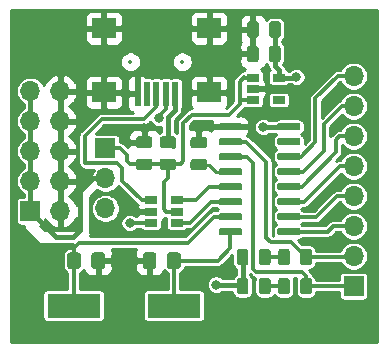
<source format=gbr>
G04 #@! TF.GenerationSoftware,KiCad,Pcbnew,5.1.5-52549c5~84~ubuntu18.04.1*
G04 #@! TF.CreationDate,2019-12-06T09:58:59+01:00*
G04 #@! TF.ProjectId,ch340-breakout,63683334-302d-4627-9265-616b6f75742e,rev?*
G04 #@! TF.SameCoordinates,Original*
G04 #@! TF.FileFunction,Copper,L1,Top*
G04 #@! TF.FilePolarity,Positive*
%FSLAX46Y46*%
G04 Gerber Fmt 4.6, Leading zero omitted, Abs format (unit mm)*
G04 Created by KiCad (PCBNEW 5.1.5-52549c5~84~ubuntu18.04.1) date 2019-12-06 09:58:59*
%MOMM*%
%LPD*%
G04 APERTURE LIST*
%ADD10C,0.150000*%
%ADD11R,1.060000X0.650000*%
%ADD12O,1.700000X1.700000*%
%ADD13R,1.700000X1.700000*%
%ADD14R,4.500000X2.000000*%
%ADD15R,2.000000X1.700000*%
%ADD16R,0.500000X2.000000*%
%ADD17C,0.800000*%
%ADD18C,0.400000*%
%ADD19C,0.250000*%
%ADD20C,0.300000*%
%ADD21C,0.254000*%
%ADD22C,0.350000*%
G04 APERTURE END LIST*
G04 #@! TA.AperFunction,SMDPad,CuDef*
D10*
G36*
X157477542Y-69571474D02*
G01*
X157501203Y-69574984D01*
X157524407Y-69580796D01*
X157546929Y-69588854D01*
X157568553Y-69599082D01*
X157589070Y-69611379D01*
X157608283Y-69625629D01*
X157626007Y-69641693D01*
X157642071Y-69659417D01*
X157656321Y-69678630D01*
X157668618Y-69699147D01*
X157678846Y-69720771D01*
X157686904Y-69743293D01*
X157692716Y-69766497D01*
X157696226Y-69790158D01*
X157697400Y-69814050D01*
X157697400Y-70301550D01*
X157696226Y-70325442D01*
X157692716Y-70349103D01*
X157686904Y-70372307D01*
X157678846Y-70394829D01*
X157668618Y-70416453D01*
X157656321Y-70436970D01*
X157642071Y-70456183D01*
X157626007Y-70473907D01*
X157608283Y-70489971D01*
X157589070Y-70504221D01*
X157568553Y-70516518D01*
X157546929Y-70526746D01*
X157524407Y-70534804D01*
X157501203Y-70540616D01*
X157477542Y-70544126D01*
X157453650Y-70545300D01*
X156541150Y-70545300D01*
X156517258Y-70544126D01*
X156493597Y-70540616D01*
X156470393Y-70534804D01*
X156447871Y-70526746D01*
X156426247Y-70516518D01*
X156405730Y-70504221D01*
X156386517Y-70489971D01*
X156368793Y-70473907D01*
X156352729Y-70456183D01*
X156338479Y-70436970D01*
X156326182Y-70416453D01*
X156315954Y-70394829D01*
X156307896Y-70372307D01*
X156302084Y-70349103D01*
X156298574Y-70325442D01*
X156297400Y-70301550D01*
X156297400Y-69814050D01*
X156298574Y-69790158D01*
X156302084Y-69766497D01*
X156307896Y-69743293D01*
X156315954Y-69720771D01*
X156326182Y-69699147D01*
X156338479Y-69678630D01*
X156352729Y-69659417D01*
X156368793Y-69641693D01*
X156386517Y-69625629D01*
X156405730Y-69611379D01*
X156426247Y-69599082D01*
X156447871Y-69588854D01*
X156470393Y-69580796D01*
X156493597Y-69574984D01*
X156517258Y-69571474D01*
X156541150Y-69570300D01*
X157453650Y-69570300D01*
X157477542Y-69571474D01*
G37*
G04 #@! TD.AperFunction*
G04 #@! TA.AperFunction,SMDPad,CuDef*
G36*
X157477542Y-71446474D02*
G01*
X157501203Y-71449984D01*
X157524407Y-71455796D01*
X157546929Y-71463854D01*
X157568553Y-71474082D01*
X157589070Y-71486379D01*
X157608283Y-71500629D01*
X157626007Y-71516693D01*
X157642071Y-71534417D01*
X157656321Y-71553630D01*
X157668618Y-71574147D01*
X157678846Y-71595771D01*
X157686904Y-71618293D01*
X157692716Y-71641497D01*
X157696226Y-71665158D01*
X157697400Y-71689050D01*
X157697400Y-72176550D01*
X157696226Y-72200442D01*
X157692716Y-72224103D01*
X157686904Y-72247307D01*
X157678846Y-72269829D01*
X157668618Y-72291453D01*
X157656321Y-72311970D01*
X157642071Y-72331183D01*
X157626007Y-72348907D01*
X157608283Y-72364971D01*
X157589070Y-72379221D01*
X157568553Y-72391518D01*
X157546929Y-72401746D01*
X157524407Y-72409804D01*
X157501203Y-72415616D01*
X157477542Y-72419126D01*
X157453650Y-72420300D01*
X156541150Y-72420300D01*
X156517258Y-72419126D01*
X156493597Y-72415616D01*
X156470393Y-72409804D01*
X156447871Y-72401746D01*
X156426247Y-72391518D01*
X156405730Y-72379221D01*
X156386517Y-72364971D01*
X156368793Y-72348907D01*
X156352729Y-72331183D01*
X156338479Y-72311970D01*
X156326182Y-72291453D01*
X156315954Y-72269829D01*
X156307896Y-72247307D01*
X156302084Y-72224103D01*
X156298574Y-72200442D01*
X156297400Y-72176550D01*
X156297400Y-71689050D01*
X156298574Y-71665158D01*
X156302084Y-71641497D01*
X156307896Y-71618293D01*
X156315954Y-71595771D01*
X156326182Y-71574147D01*
X156338479Y-71553630D01*
X156352729Y-71534417D01*
X156368793Y-71516693D01*
X156386517Y-71500629D01*
X156405730Y-71486379D01*
X156426247Y-71474082D01*
X156447871Y-71463854D01*
X156470393Y-71455796D01*
X156493597Y-71449984D01*
X156517258Y-71446474D01*
X156541150Y-71445300D01*
X157453650Y-71445300D01*
X157477542Y-71446474D01*
G37*
G04 #@! TD.AperFunction*
G04 #@! TA.AperFunction,SMDPad,CuDef*
G36*
X154861342Y-69541474D02*
G01*
X154885003Y-69544984D01*
X154908207Y-69550796D01*
X154930729Y-69558854D01*
X154952353Y-69569082D01*
X154972870Y-69581379D01*
X154992083Y-69595629D01*
X155009807Y-69611693D01*
X155025871Y-69629417D01*
X155040121Y-69648630D01*
X155052418Y-69669147D01*
X155062646Y-69690771D01*
X155070704Y-69713293D01*
X155076516Y-69736497D01*
X155080026Y-69760158D01*
X155081200Y-69784050D01*
X155081200Y-70271550D01*
X155080026Y-70295442D01*
X155076516Y-70319103D01*
X155070704Y-70342307D01*
X155062646Y-70364829D01*
X155052418Y-70386453D01*
X155040121Y-70406970D01*
X155025871Y-70426183D01*
X155009807Y-70443907D01*
X154992083Y-70459971D01*
X154972870Y-70474221D01*
X154952353Y-70486518D01*
X154930729Y-70496746D01*
X154908207Y-70504804D01*
X154885003Y-70510616D01*
X154861342Y-70514126D01*
X154837450Y-70515300D01*
X153924950Y-70515300D01*
X153901058Y-70514126D01*
X153877397Y-70510616D01*
X153854193Y-70504804D01*
X153831671Y-70496746D01*
X153810047Y-70486518D01*
X153789530Y-70474221D01*
X153770317Y-70459971D01*
X153752593Y-70443907D01*
X153736529Y-70426183D01*
X153722279Y-70406970D01*
X153709982Y-70386453D01*
X153699754Y-70364829D01*
X153691696Y-70342307D01*
X153685884Y-70319103D01*
X153682374Y-70295442D01*
X153681200Y-70271550D01*
X153681200Y-69784050D01*
X153682374Y-69760158D01*
X153685884Y-69736497D01*
X153691696Y-69713293D01*
X153699754Y-69690771D01*
X153709982Y-69669147D01*
X153722279Y-69648630D01*
X153736529Y-69629417D01*
X153752593Y-69611693D01*
X153770317Y-69595629D01*
X153789530Y-69581379D01*
X153810047Y-69569082D01*
X153831671Y-69558854D01*
X153854193Y-69550796D01*
X153877397Y-69544984D01*
X153901058Y-69541474D01*
X153924950Y-69540300D01*
X154837450Y-69540300D01*
X154861342Y-69541474D01*
G37*
G04 #@! TD.AperFunction*
G04 #@! TA.AperFunction,SMDPad,CuDef*
G36*
X154861342Y-71416474D02*
G01*
X154885003Y-71419984D01*
X154908207Y-71425796D01*
X154930729Y-71433854D01*
X154952353Y-71444082D01*
X154972870Y-71456379D01*
X154992083Y-71470629D01*
X155009807Y-71486693D01*
X155025871Y-71504417D01*
X155040121Y-71523630D01*
X155052418Y-71544147D01*
X155062646Y-71565771D01*
X155070704Y-71588293D01*
X155076516Y-71611497D01*
X155080026Y-71635158D01*
X155081200Y-71659050D01*
X155081200Y-72146550D01*
X155080026Y-72170442D01*
X155076516Y-72194103D01*
X155070704Y-72217307D01*
X155062646Y-72239829D01*
X155052418Y-72261453D01*
X155040121Y-72281970D01*
X155025871Y-72301183D01*
X155009807Y-72318907D01*
X154992083Y-72334971D01*
X154972870Y-72349221D01*
X154952353Y-72361518D01*
X154930729Y-72371746D01*
X154908207Y-72379804D01*
X154885003Y-72385616D01*
X154861342Y-72389126D01*
X154837450Y-72390300D01*
X153924950Y-72390300D01*
X153901058Y-72389126D01*
X153877397Y-72385616D01*
X153854193Y-72379804D01*
X153831671Y-72371746D01*
X153810047Y-72361518D01*
X153789530Y-72349221D01*
X153770317Y-72334971D01*
X153752593Y-72318907D01*
X153736529Y-72301183D01*
X153722279Y-72281970D01*
X153709982Y-72261453D01*
X153699754Y-72239829D01*
X153691696Y-72217307D01*
X153685884Y-72194103D01*
X153682374Y-72170442D01*
X153681200Y-72146550D01*
X153681200Y-71659050D01*
X153682374Y-71635158D01*
X153685884Y-71611497D01*
X153691696Y-71588293D01*
X153699754Y-71565771D01*
X153709982Y-71544147D01*
X153722279Y-71523630D01*
X153736529Y-71504417D01*
X153752593Y-71486693D01*
X153770317Y-71470629D01*
X153789530Y-71456379D01*
X153810047Y-71444082D01*
X153831671Y-71433854D01*
X153854193Y-71425796D01*
X153877397Y-71419984D01*
X153901058Y-71416474D01*
X153924950Y-71415300D01*
X154837450Y-71415300D01*
X154861342Y-71416474D01*
G37*
G04 #@! TD.AperFunction*
D11*
X163769400Y-64556600D03*
X163769400Y-66456600D03*
X161569400Y-66456600D03*
X161569400Y-65506600D03*
X161569400Y-64556600D03*
G04 #@! TA.AperFunction,SMDPad,CuDef*
D10*
G36*
X161839342Y-61861374D02*
G01*
X161863003Y-61864884D01*
X161886207Y-61870696D01*
X161908729Y-61878754D01*
X161930353Y-61888982D01*
X161950870Y-61901279D01*
X161970083Y-61915529D01*
X161987807Y-61931593D01*
X162003871Y-61949317D01*
X162018121Y-61968530D01*
X162030418Y-61989047D01*
X162040646Y-62010671D01*
X162048704Y-62033193D01*
X162054516Y-62056397D01*
X162058026Y-62080058D01*
X162059200Y-62103950D01*
X162059200Y-63016450D01*
X162058026Y-63040342D01*
X162054516Y-63064003D01*
X162048704Y-63087207D01*
X162040646Y-63109729D01*
X162030418Y-63131353D01*
X162018121Y-63151870D01*
X162003871Y-63171083D01*
X161987807Y-63188807D01*
X161970083Y-63204871D01*
X161950870Y-63219121D01*
X161930353Y-63231418D01*
X161908729Y-63241646D01*
X161886207Y-63249704D01*
X161863003Y-63255516D01*
X161839342Y-63259026D01*
X161815450Y-63260200D01*
X161327950Y-63260200D01*
X161304058Y-63259026D01*
X161280397Y-63255516D01*
X161257193Y-63249704D01*
X161234671Y-63241646D01*
X161213047Y-63231418D01*
X161192530Y-63219121D01*
X161173317Y-63204871D01*
X161155593Y-63188807D01*
X161139529Y-63171083D01*
X161125279Y-63151870D01*
X161112982Y-63131353D01*
X161102754Y-63109729D01*
X161094696Y-63087207D01*
X161088884Y-63064003D01*
X161085374Y-63040342D01*
X161084200Y-63016450D01*
X161084200Y-62103950D01*
X161085374Y-62080058D01*
X161088884Y-62056397D01*
X161094696Y-62033193D01*
X161102754Y-62010671D01*
X161112982Y-61989047D01*
X161125279Y-61968530D01*
X161139529Y-61949317D01*
X161155593Y-61931593D01*
X161173317Y-61915529D01*
X161192530Y-61901279D01*
X161213047Y-61888982D01*
X161234671Y-61878754D01*
X161257193Y-61870696D01*
X161280397Y-61864884D01*
X161304058Y-61861374D01*
X161327950Y-61860200D01*
X161815450Y-61860200D01*
X161839342Y-61861374D01*
G37*
G04 #@! TD.AperFunction*
G04 #@! TA.AperFunction,SMDPad,CuDef*
G36*
X163714342Y-61861374D02*
G01*
X163738003Y-61864884D01*
X163761207Y-61870696D01*
X163783729Y-61878754D01*
X163805353Y-61888982D01*
X163825870Y-61901279D01*
X163845083Y-61915529D01*
X163862807Y-61931593D01*
X163878871Y-61949317D01*
X163893121Y-61968530D01*
X163905418Y-61989047D01*
X163915646Y-62010671D01*
X163923704Y-62033193D01*
X163929516Y-62056397D01*
X163933026Y-62080058D01*
X163934200Y-62103950D01*
X163934200Y-63016450D01*
X163933026Y-63040342D01*
X163929516Y-63064003D01*
X163923704Y-63087207D01*
X163915646Y-63109729D01*
X163905418Y-63131353D01*
X163893121Y-63151870D01*
X163878871Y-63171083D01*
X163862807Y-63188807D01*
X163845083Y-63204871D01*
X163825870Y-63219121D01*
X163805353Y-63231418D01*
X163783729Y-63241646D01*
X163761207Y-63249704D01*
X163738003Y-63255516D01*
X163714342Y-63259026D01*
X163690450Y-63260200D01*
X163202950Y-63260200D01*
X163179058Y-63259026D01*
X163155397Y-63255516D01*
X163132193Y-63249704D01*
X163109671Y-63241646D01*
X163088047Y-63231418D01*
X163067530Y-63219121D01*
X163048317Y-63204871D01*
X163030593Y-63188807D01*
X163014529Y-63171083D01*
X163000279Y-63151870D01*
X162987982Y-63131353D01*
X162977754Y-63109729D01*
X162969696Y-63087207D01*
X162963884Y-63064003D01*
X162960374Y-63040342D01*
X162959200Y-63016450D01*
X162959200Y-62103950D01*
X162960374Y-62080058D01*
X162963884Y-62056397D01*
X162969696Y-62033193D01*
X162977754Y-62010671D01*
X162987982Y-61989047D01*
X163000279Y-61968530D01*
X163014529Y-61949317D01*
X163030593Y-61931593D01*
X163048317Y-61915529D01*
X163067530Y-61901279D01*
X163088047Y-61888982D01*
X163109671Y-61878754D01*
X163132193Y-61870696D01*
X163155397Y-61864884D01*
X163179058Y-61861374D01*
X163202950Y-61860200D01*
X163690450Y-61860200D01*
X163714342Y-61861374D01*
G37*
G04 #@! TD.AperFunction*
G04 #@! TA.AperFunction,SMDPad,CuDef*
G36*
X161841642Y-59778574D02*
G01*
X161865303Y-59782084D01*
X161888507Y-59787896D01*
X161911029Y-59795954D01*
X161932653Y-59806182D01*
X161953170Y-59818479D01*
X161972383Y-59832729D01*
X161990107Y-59848793D01*
X162006171Y-59866517D01*
X162020421Y-59885730D01*
X162032718Y-59906247D01*
X162042946Y-59927871D01*
X162051004Y-59950393D01*
X162056816Y-59973597D01*
X162060326Y-59997258D01*
X162061500Y-60021150D01*
X162061500Y-60933650D01*
X162060326Y-60957542D01*
X162056816Y-60981203D01*
X162051004Y-61004407D01*
X162042946Y-61026929D01*
X162032718Y-61048553D01*
X162020421Y-61069070D01*
X162006171Y-61088283D01*
X161990107Y-61106007D01*
X161972383Y-61122071D01*
X161953170Y-61136321D01*
X161932653Y-61148618D01*
X161911029Y-61158846D01*
X161888507Y-61166904D01*
X161865303Y-61172716D01*
X161841642Y-61176226D01*
X161817750Y-61177400D01*
X161330250Y-61177400D01*
X161306358Y-61176226D01*
X161282697Y-61172716D01*
X161259493Y-61166904D01*
X161236971Y-61158846D01*
X161215347Y-61148618D01*
X161194830Y-61136321D01*
X161175617Y-61122071D01*
X161157893Y-61106007D01*
X161141829Y-61088283D01*
X161127579Y-61069070D01*
X161115282Y-61048553D01*
X161105054Y-61026929D01*
X161096996Y-61004407D01*
X161091184Y-60981203D01*
X161087674Y-60957542D01*
X161086500Y-60933650D01*
X161086500Y-60021150D01*
X161087674Y-59997258D01*
X161091184Y-59973597D01*
X161096996Y-59950393D01*
X161105054Y-59927871D01*
X161115282Y-59906247D01*
X161127579Y-59885730D01*
X161141829Y-59866517D01*
X161157893Y-59848793D01*
X161175617Y-59832729D01*
X161194830Y-59818479D01*
X161215347Y-59806182D01*
X161236971Y-59795954D01*
X161259493Y-59787896D01*
X161282697Y-59782084D01*
X161306358Y-59778574D01*
X161330250Y-59777400D01*
X161817750Y-59777400D01*
X161841642Y-59778574D01*
G37*
G04 #@! TD.AperFunction*
G04 #@! TA.AperFunction,SMDPad,CuDef*
G36*
X163716642Y-59778574D02*
G01*
X163740303Y-59782084D01*
X163763507Y-59787896D01*
X163786029Y-59795954D01*
X163807653Y-59806182D01*
X163828170Y-59818479D01*
X163847383Y-59832729D01*
X163865107Y-59848793D01*
X163881171Y-59866517D01*
X163895421Y-59885730D01*
X163907718Y-59906247D01*
X163917946Y-59927871D01*
X163926004Y-59950393D01*
X163931816Y-59973597D01*
X163935326Y-59997258D01*
X163936500Y-60021150D01*
X163936500Y-60933650D01*
X163935326Y-60957542D01*
X163931816Y-60981203D01*
X163926004Y-61004407D01*
X163917946Y-61026929D01*
X163907718Y-61048553D01*
X163895421Y-61069070D01*
X163881171Y-61088283D01*
X163865107Y-61106007D01*
X163847383Y-61122071D01*
X163828170Y-61136321D01*
X163807653Y-61148618D01*
X163786029Y-61158846D01*
X163763507Y-61166904D01*
X163740303Y-61172716D01*
X163716642Y-61176226D01*
X163692750Y-61177400D01*
X163205250Y-61177400D01*
X163181358Y-61176226D01*
X163157697Y-61172716D01*
X163134493Y-61166904D01*
X163111971Y-61158846D01*
X163090347Y-61148618D01*
X163069830Y-61136321D01*
X163050617Y-61122071D01*
X163032893Y-61106007D01*
X163016829Y-61088283D01*
X163002579Y-61069070D01*
X162990282Y-61048553D01*
X162980054Y-61026929D01*
X162971996Y-61004407D01*
X162966184Y-60981203D01*
X162962674Y-60957542D01*
X162961500Y-60933650D01*
X162961500Y-60021150D01*
X162962674Y-59997258D01*
X162966184Y-59973597D01*
X162971996Y-59950393D01*
X162980054Y-59927871D01*
X162990282Y-59906247D01*
X163002579Y-59885730D01*
X163016829Y-59866517D01*
X163032893Y-59848793D01*
X163050617Y-59832729D01*
X163069830Y-59818479D01*
X163090347Y-59806182D01*
X163111971Y-59795954D01*
X163134493Y-59787896D01*
X163157697Y-59782084D01*
X163181358Y-59778574D01*
X163205250Y-59777400D01*
X163692750Y-59777400D01*
X163716642Y-59778574D01*
G37*
G04 #@! TD.AperFunction*
G04 #@! TA.AperFunction,SMDPad,CuDef*
G36*
X152854742Y-69541474D02*
G01*
X152878403Y-69544984D01*
X152901607Y-69550796D01*
X152924129Y-69558854D01*
X152945753Y-69569082D01*
X152966270Y-69581379D01*
X152985483Y-69595629D01*
X153003207Y-69611693D01*
X153019271Y-69629417D01*
X153033521Y-69648630D01*
X153045818Y-69669147D01*
X153056046Y-69690771D01*
X153064104Y-69713293D01*
X153069916Y-69736497D01*
X153073426Y-69760158D01*
X153074600Y-69784050D01*
X153074600Y-70271550D01*
X153073426Y-70295442D01*
X153069916Y-70319103D01*
X153064104Y-70342307D01*
X153056046Y-70364829D01*
X153045818Y-70386453D01*
X153033521Y-70406970D01*
X153019271Y-70426183D01*
X153003207Y-70443907D01*
X152985483Y-70459971D01*
X152966270Y-70474221D01*
X152945753Y-70486518D01*
X152924129Y-70496746D01*
X152901607Y-70504804D01*
X152878403Y-70510616D01*
X152854742Y-70514126D01*
X152830850Y-70515300D01*
X151918350Y-70515300D01*
X151894458Y-70514126D01*
X151870797Y-70510616D01*
X151847593Y-70504804D01*
X151825071Y-70496746D01*
X151803447Y-70486518D01*
X151782930Y-70474221D01*
X151763717Y-70459971D01*
X151745993Y-70443907D01*
X151729929Y-70426183D01*
X151715679Y-70406970D01*
X151703382Y-70386453D01*
X151693154Y-70364829D01*
X151685096Y-70342307D01*
X151679284Y-70319103D01*
X151675774Y-70295442D01*
X151674600Y-70271550D01*
X151674600Y-69784050D01*
X151675774Y-69760158D01*
X151679284Y-69736497D01*
X151685096Y-69713293D01*
X151693154Y-69690771D01*
X151703382Y-69669147D01*
X151715679Y-69648630D01*
X151729929Y-69629417D01*
X151745993Y-69611693D01*
X151763717Y-69595629D01*
X151782930Y-69581379D01*
X151803447Y-69569082D01*
X151825071Y-69558854D01*
X151847593Y-69550796D01*
X151870797Y-69544984D01*
X151894458Y-69541474D01*
X151918350Y-69540300D01*
X152830850Y-69540300D01*
X152854742Y-69541474D01*
G37*
G04 #@! TD.AperFunction*
G04 #@! TA.AperFunction,SMDPad,CuDef*
G36*
X152854742Y-71416474D02*
G01*
X152878403Y-71419984D01*
X152901607Y-71425796D01*
X152924129Y-71433854D01*
X152945753Y-71444082D01*
X152966270Y-71456379D01*
X152985483Y-71470629D01*
X153003207Y-71486693D01*
X153019271Y-71504417D01*
X153033521Y-71523630D01*
X153045818Y-71544147D01*
X153056046Y-71565771D01*
X153064104Y-71588293D01*
X153069916Y-71611497D01*
X153073426Y-71635158D01*
X153074600Y-71659050D01*
X153074600Y-72146550D01*
X153073426Y-72170442D01*
X153069916Y-72194103D01*
X153064104Y-72217307D01*
X153056046Y-72239829D01*
X153045818Y-72261453D01*
X153033521Y-72281970D01*
X153019271Y-72301183D01*
X153003207Y-72318907D01*
X152985483Y-72334971D01*
X152966270Y-72349221D01*
X152945753Y-72361518D01*
X152924129Y-72371746D01*
X152901607Y-72379804D01*
X152878403Y-72385616D01*
X152854742Y-72389126D01*
X152830850Y-72390300D01*
X151918350Y-72390300D01*
X151894458Y-72389126D01*
X151870797Y-72385616D01*
X151847593Y-72379804D01*
X151825071Y-72371746D01*
X151803447Y-72361518D01*
X151782930Y-72349221D01*
X151763717Y-72334971D01*
X151745993Y-72318907D01*
X151729929Y-72301183D01*
X151715679Y-72281970D01*
X151703382Y-72261453D01*
X151693154Y-72239829D01*
X151685096Y-72217307D01*
X151679284Y-72194103D01*
X151675774Y-72170442D01*
X151674600Y-72146550D01*
X151674600Y-71659050D01*
X151675774Y-71635158D01*
X151679284Y-71611497D01*
X151685096Y-71588293D01*
X151693154Y-71565771D01*
X151703382Y-71544147D01*
X151715679Y-71523630D01*
X151729929Y-71504417D01*
X151745993Y-71486693D01*
X151763717Y-71470629D01*
X151782930Y-71456379D01*
X151803447Y-71444082D01*
X151825071Y-71433854D01*
X151847593Y-71425796D01*
X151870797Y-71419984D01*
X151894458Y-71416474D01*
X151918350Y-71415300D01*
X152830850Y-71415300D01*
X152854742Y-71416474D01*
G37*
G04 #@! TD.AperFunction*
G04 #@! TA.AperFunction,SMDPad,CuDef*
G36*
X162853042Y-81520974D02*
G01*
X162876703Y-81524484D01*
X162899907Y-81530296D01*
X162922429Y-81538354D01*
X162944053Y-81548582D01*
X162964570Y-81560879D01*
X162983783Y-81575129D01*
X163001507Y-81591193D01*
X163017571Y-81608917D01*
X163031821Y-81628130D01*
X163044118Y-81648647D01*
X163054346Y-81670271D01*
X163062404Y-81692793D01*
X163068216Y-81715997D01*
X163071726Y-81739658D01*
X163072900Y-81763550D01*
X163072900Y-82676050D01*
X163071726Y-82699942D01*
X163068216Y-82723603D01*
X163062404Y-82746807D01*
X163054346Y-82769329D01*
X163044118Y-82790953D01*
X163031821Y-82811470D01*
X163017571Y-82830683D01*
X163001507Y-82848407D01*
X162983783Y-82864471D01*
X162964570Y-82878721D01*
X162944053Y-82891018D01*
X162922429Y-82901246D01*
X162899907Y-82909304D01*
X162876703Y-82915116D01*
X162853042Y-82918626D01*
X162829150Y-82919800D01*
X162341650Y-82919800D01*
X162317758Y-82918626D01*
X162294097Y-82915116D01*
X162270893Y-82909304D01*
X162248371Y-82901246D01*
X162226747Y-82891018D01*
X162206230Y-82878721D01*
X162187017Y-82864471D01*
X162169293Y-82848407D01*
X162153229Y-82830683D01*
X162138979Y-82811470D01*
X162126682Y-82790953D01*
X162116454Y-82769329D01*
X162108396Y-82746807D01*
X162102584Y-82723603D01*
X162099074Y-82699942D01*
X162097900Y-82676050D01*
X162097900Y-81763550D01*
X162099074Y-81739658D01*
X162102584Y-81715997D01*
X162108396Y-81692793D01*
X162116454Y-81670271D01*
X162126682Y-81648647D01*
X162138979Y-81628130D01*
X162153229Y-81608917D01*
X162169293Y-81591193D01*
X162187017Y-81575129D01*
X162206230Y-81560879D01*
X162226747Y-81548582D01*
X162248371Y-81538354D01*
X162270893Y-81530296D01*
X162294097Y-81524484D01*
X162317758Y-81520974D01*
X162341650Y-81519800D01*
X162829150Y-81519800D01*
X162853042Y-81520974D01*
G37*
G04 #@! TD.AperFunction*
G04 #@! TA.AperFunction,SMDPad,CuDef*
G36*
X160978042Y-81520974D02*
G01*
X161001703Y-81524484D01*
X161024907Y-81530296D01*
X161047429Y-81538354D01*
X161069053Y-81548582D01*
X161089570Y-81560879D01*
X161108783Y-81575129D01*
X161126507Y-81591193D01*
X161142571Y-81608917D01*
X161156821Y-81628130D01*
X161169118Y-81648647D01*
X161179346Y-81670271D01*
X161187404Y-81692793D01*
X161193216Y-81715997D01*
X161196726Y-81739658D01*
X161197900Y-81763550D01*
X161197900Y-82676050D01*
X161196726Y-82699942D01*
X161193216Y-82723603D01*
X161187404Y-82746807D01*
X161179346Y-82769329D01*
X161169118Y-82790953D01*
X161156821Y-82811470D01*
X161142571Y-82830683D01*
X161126507Y-82848407D01*
X161108783Y-82864471D01*
X161089570Y-82878721D01*
X161069053Y-82891018D01*
X161047429Y-82901246D01*
X161024907Y-82909304D01*
X161001703Y-82915116D01*
X160978042Y-82918626D01*
X160954150Y-82919800D01*
X160466650Y-82919800D01*
X160442758Y-82918626D01*
X160419097Y-82915116D01*
X160395893Y-82909304D01*
X160373371Y-82901246D01*
X160351747Y-82891018D01*
X160331230Y-82878721D01*
X160312017Y-82864471D01*
X160294293Y-82848407D01*
X160278229Y-82830683D01*
X160263979Y-82811470D01*
X160251682Y-82790953D01*
X160241454Y-82769329D01*
X160233396Y-82746807D01*
X160227584Y-82723603D01*
X160224074Y-82699942D01*
X160222900Y-82676050D01*
X160222900Y-81763550D01*
X160224074Y-81739658D01*
X160227584Y-81715997D01*
X160233396Y-81692793D01*
X160241454Y-81670271D01*
X160251682Y-81648647D01*
X160263979Y-81628130D01*
X160278229Y-81608917D01*
X160294293Y-81591193D01*
X160312017Y-81575129D01*
X160331230Y-81560879D01*
X160351747Y-81548582D01*
X160373371Y-81538354D01*
X160395893Y-81530296D01*
X160419097Y-81524484D01*
X160442758Y-81520974D01*
X160466650Y-81519800D01*
X160954150Y-81519800D01*
X160978042Y-81520974D01*
G37*
G04 #@! TD.AperFunction*
G04 #@! TA.AperFunction,SMDPad,CuDef*
G36*
X162853042Y-79057174D02*
G01*
X162876703Y-79060684D01*
X162899907Y-79066496D01*
X162922429Y-79074554D01*
X162944053Y-79084782D01*
X162964570Y-79097079D01*
X162983783Y-79111329D01*
X163001507Y-79127393D01*
X163017571Y-79145117D01*
X163031821Y-79164330D01*
X163044118Y-79184847D01*
X163054346Y-79206471D01*
X163062404Y-79228993D01*
X163068216Y-79252197D01*
X163071726Y-79275858D01*
X163072900Y-79299750D01*
X163072900Y-80212250D01*
X163071726Y-80236142D01*
X163068216Y-80259803D01*
X163062404Y-80283007D01*
X163054346Y-80305529D01*
X163044118Y-80327153D01*
X163031821Y-80347670D01*
X163017571Y-80366883D01*
X163001507Y-80384607D01*
X162983783Y-80400671D01*
X162964570Y-80414921D01*
X162944053Y-80427218D01*
X162922429Y-80437446D01*
X162899907Y-80445504D01*
X162876703Y-80451316D01*
X162853042Y-80454826D01*
X162829150Y-80456000D01*
X162341650Y-80456000D01*
X162317758Y-80454826D01*
X162294097Y-80451316D01*
X162270893Y-80445504D01*
X162248371Y-80437446D01*
X162226747Y-80427218D01*
X162206230Y-80414921D01*
X162187017Y-80400671D01*
X162169293Y-80384607D01*
X162153229Y-80366883D01*
X162138979Y-80347670D01*
X162126682Y-80327153D01*
X162116454Y-80305529D01*
X162108396Y-80283007D01*
X162102584Y-80259803D01*
X162099074Y-80236142D01*
X162097900Y-80212250D01*
X162097900Y-79299750D01*
X162099074Y-79275858D01*
X162102584Y-79252197D01*
X162108396Y-79228993D01*
X162116454Y-79206471D01*
X162126682Y-79184847D01*
X162138979Y-79164330D01*
X162153229Y-79145117D01*
X162169293Y-79127393D01*
X162187017Y-79111329D01*
X162206230Y-79097079D01*
X162226747Y-79084782D01*
X162248371Y-79074554D01*
X162270893Y-79066496D01*
X162294097Y-79060684D01*
X162317758Y-79057174D01*
X162341650Y-79056000D01*
X162829150Y-79056000D01*
X162853042Y-79057174D01*
G37*
G04 #@! TD.AperFunction*
G04 #@! TA.AperFunction,SMDPad,CuDef*
G36*
X160978042Y-79057174D02*
G01*
X161001703Y-79060684D01*
X161024907Y-79066496D01*
X161047429Y-79074554D01*
X161069053Y-79084782D01*
X161089570Y-79097079D01*
X161108783Y-79111329D01*
X161126507Y-79127393D01*
X161142571Y-79145117D01*
X161156821Y-79164330D01*
X161169118Y-79184847D01*
X161179346Y-79206471D01*
X161187404Y-79228993D01*
X161193216Y-79252197D01*
X161196726Y-79275858D01*
X161197900Y-79299750D01*
X161197900Y-80212250D01*
X161196726Y-80236142D01*
X161193216Y-80259803D01*
X161187404Y-80283007D01*
X161179346Y-80305529D01*
X161169118Y-80327153D01*
X161156821Y-80347670D01*
X161142571Y-80366883D01*
X161126507Y-80384607D01*
X161108783Y-80400671D01*
X161089570Y-80414921D01*
X161069053Y-80427218D01*
X161047429Y-80437446D01*
X161024907Y-80445504D01*
X161001703Y-80451316D01*
X160978042Y-80454826D01*
X160954150Y-80456000D01*
X160466650Y-80456000D01*
X160442758Y-80454826D01*
X160419097Y-80451316D01*
X160395893Y-80445504D01*
X160373371Y-80437446D01*
X160351747Y-80427218D01*
X160331230Y-80414921D01*
X160312017Y-80400671D01*
X160294293Y-80384607D01*
X160278229Y-80366883D01*
X160263979Y-80347670D01*
X160251682Y-80327153D01*
X160241454Y-80305529D01*
X160233396Y-80283007D01*
X160227584Y-80259803D01*
X160224074Y-80236142D01*
X160222900Y-80212250D01*
X160222900Y-79299750D01*
X160224074Y-79275858D01*
X160227584Y-79252197D01*
X160233396Y-79228993D01*
X160241454Y-79206471D01*
X160251682Y-79184847D01*
X160263979Y-79164330D01*
X160278229Y-79145117D01*
X160294293Y-79127393D01*
X160312017Y-79111329D01*
X160331230Y-79097079D01*
X160351747Y-79084782D01*
X160373371Y-79074554D01*
X160395893Y-79066496D01*
X160419097Y-79060684D01*
X160442758Y-79057174D01*
X160466650Y-79056000D01*
X160954150Y-79056000D01*
X160978042Y-79057174D01*
G37*
G04 #@! TD.AperFunction*
D12*
X145288000Y-65709800D03*
X142748000Y-65709800D03*
X145288000Y-68249800D03*
X142748000Y-68249800D03*
X145288000Y-70789800D03*
X142748000Y-70789800D03*
X145288000Y-73329800D03*
X142748000Y-73329800D03*
X145288000Y-75869800D03*
D13*
X142748000Y-75869800D03*
D12*
X149098000Y-75641200D03*
X149098000Y-73101200D03*
D13*
X149098000Y-70561200D03*
D12*
X170103800Y-64439800D03*
X170103800Y-66979800D03*
X170103800Y-69519800D03*
X170103800Y-72059800D03*
X170103800Y-74599800D03*
X170103800Y-77139800D03*
X170103800Y-79679800D03*
D13*
X170103800Y-82219800D03*
D14*
X154897400Y-83870800D03*
X146397400Y-83870800D03*
G04 #@! TA.AperFunction,SMDPad,CuDef*
D10*
G36*
X165468303Y-68407722D02*
G01*
X165482864Y-68409882D01*
X165497143Y-68413459D01*
X165511003Y-68418418D01*
X165524310Y-68424712D01*
X165536936Y-68432280D01*
X165548759Y-68441048D01*
X165559666Y-68450934D01*
X165569552Y-68461841D01*
X165578320Y-68473664D01*
X165585888Y-68486290D01*
X165592182Y-68499597D01*
X165597141Y-68513457D01*
X165600718Y-68527736D01*
X165602878Y-68542297D01*
X165603600Y-68557000D01*
X165603600Y-68857000D01*
X165602878Y-68871703D01*
X165600718Y-68886264D01*
X165597141Y-68900543D01*
X165592182Y-68914403D01*
X165585888Y-68927710D01*
X165578320Y-68940336D01*
X165569552Y-68952159D01*
X165559666Y-68963066D01*
X165548759Y-68972952D01*
X165536936Y-68981720D01*
X165524310Y-68989288D01*
X165511003Y-68995582D01*
X165497143Y-69000541D01*
X165482864Y-69004118D01*
X165468303Y-69006278D01*
X165453600Y-69007000D01*
X163803600Y-69007000D01*
X163788897Y-69006278D01*
X163774336Y-69004118D01*
X163760057Y-69000541D01*
X163746197Y-68995582D01*
X163732890Y-68989288D01*
X163720264Y-68981720D01*
X163708441Y-68972952D01*
X163697534Y-68963066D01*
X163687648Y-68952159D01*
X163678880Y-68940336D01*
X163671312Y-68927710D01*
X163665018Y-68914403D01*
X163660059Y-68900543D01*
X163656482Y-68886264D01*
X163654322Y-68871703D01*
X163653600Y-68857000D01*
X163653600Y-68557000D01*
X163654322Y-68542297D01*
X163656482Y-68527736D01*
X163660059Y-68513457D01*
X163665018Y-68499597D01*
X163671312Y-68486290D01*
X163678880Y-68473664D01*
X163687648Y-68461841D01*
X163697534Y-68450934D01*
X163708441Y-68441048D01*
X163720264Y-68432280D01*
X163732890Y-68424712D01*
X163746197Y-68418418D01*
X163760057Y-68413459D01*
X163774336Y-68409882D01*
X163788897Y-68407722D01*
X163803600Y-68407000D01*
X165453600Y-68407000D01*
X165468303Y-68407722D01*
G37*
G04 #@! TD.AperFunction*
G04 #@! TA.AperFunction,SMDPad,CuDef*
G36*
X165468303Y-69677722D02*
G01*
X165482864Y-69679882D01*
X165497143Y-69683459D01*
X165511003Y-69688418D01*
X165524310Y-69694712D01*
X165536936Y-69702280D01*
X165548759Y-69711048D01*
X165559666Y-69720934D01*
X165569552Y-69731841D01*
X165578320Y-69743664D01*
X165585888Y-69756290D01*
X165592182Y-69769597D01*
X165597141Y-69783457D01*
X165600718Y-69797736D01*
X165602878Y-69812297D01*
X165603600Y-69827000D01*
X165603600Y-70127000D01*
X165602878Y-70141703D01*
X165600718Y-70156264D01*
X165597141Y-70170543D01*
X165592182Y-70184403D01*
X165585888Y-70197710D01*
X165578320Y-70210336D01*
X165569552Y-70222159D01*
X165559666Y-70233066D01*
X165548759Y-70242952D01*
X165536936Y-70251720D01*
X165524310Y-70259288D01*
X165511003Y-70265582D01*
X165497143Y-70270541D01*
X165482864Y-70274118D01*
X165468303Y-70276278D01*
X165453600Y-70277000D01*
X163803600Y-70277000D01*
X163788897Y-70276278D01*
X163774336Y-70274118D01*
X163760057Y-70270541D01*
X163746197Y-70265582D01*
X163732890Y-70259288D01*
X163720264Y-70251720D01*
X163708441Y-70242952D01*
X163697534Y-70233066D01*
X163687648Y-70222159D01*
X163678880Y-70210336D01*
X163671312Y-70197710D01*
X163665018Y-70184403D01*
X163660059Y-70170543D01*
X163656482Y-70156264D01*
X163654322Y-70141703D01*
X163653600Y-70127000D01*
X163653600Y-69827000D01*
X163654322Y-69812297D01*
X163656482Y-69797736D01*
X163660059Y-69783457D01*
X163665018Y-69769597D01*
X163671312Y-69756290D01*
X163678880Y-69743664D01*
X163687648Y-69731841D01*
X163697534Y-69720934D01*
X163708441Y-69711048D01*
X163720264Y-69702280D01*
X163732890Y-69694712D01*
X163746197Y-69688418D01*
X163760057Y-69683459D01*
X163774336Y-69679882D01*
X163788897Y-69677722D01*
X163803600Y-69677000D01*
X165453600Y-69677000D01*
X165468303Y-69677722D01*
G37*
G04 #@! TD.AperFunction*
G04 #@! TA.AperFunction,SMDPad,CuDef*
G36*
X165468303Y-70947722D02*
G01*
X165482864Y-70949882D01*
X165497143Y-70953459D01*
X165511003Y-70958418D01*
X165524310Y-70964712D01*
X165536936Y-70972280D01*
X165548759Y-70981048D01*
X165559666Y-70990934D01*
X165569552Y-71001841D01*
X165578320Y-71013664D01*
X165585888Y-71026290D01*
X165592182Y-71039597D01*
X165597141Y-71053457D01*
X165600718Y-71067736D01*
X165602878Y-71082297D01*
X165603600Y-71097000D01*
X165603600Y-71397000D01*
X165602878Y-71411703D01*
X165600718Y-71426264D01*
X165597141Y-71440543D01*
X165592182Y-71454403D01*
X165585888Y-71467710D01*
X165578320Y-71480336D01*
X165569552Y-71492159D01*
X165559666Y-71503066D01*
X165548759Y-71512952D01*
X165536936Y-71521720D01*
X165524310Y-71529288D01*
X165511003Y-71535582D01*
X165497143Y-71540541D01*
X165482864Y-71544118D01*
X165468303Y-71546278D01*
X165453600Y-71547000D01*
X163803600Y-71547000D01*
X163788897Y-71546278D01*
X163774336Y-71544118D01*
X163760057Y-71540541D01*
X163746197Y-71535582D01*
X163732890Y-71529288D01*
X163720264Y-71521720D01*
X163708441Y-71512952D01*
X163697534Y-71503066D01*
X163687648Y-71492159D01*
X163678880Y-71480336D01*
X163671312Y-71467710D01*
X163665018Y-71454403D01*
X163660059Y-71440543D01*
X163656482Y-71426264D01*
X163654322Y-71411703D01*
X163653600Y-71397000D01*
X163653600Y-71097000D01*
X163654322Y-71082297D01*
X163656482Y-71067736D01*
X163660059Y-71053457D01*
X163665018Y-71039597D01*
X163671312Y-71026290D01*
X163678880Y-71013664D01*
X163687648Y-71001841D01*
X163697534Y-70990934D01*
X163708441Y-70981048D01*
X163720264Y-70972280D01*
X163732890Y-70964712D01*
X163746197Y-70958418D01*
X163760057Y-70953459D01*
X163774336Y-70949882D01*
X163788897Y-70947722D01*
X163803600Y-70947000D01*
X165453600Y-70947000D01*
X165468303Y-70947722D01*
G37*
G04 #@! TD.AperFunction*
G04 #@! TA.AperFunction,SMDPad,CuDef*
G36*
X165468303Y-72217722D02*
G01*
X165482864Y-72219882D01*
X165497143Y-72223459D01*
X165511003Y-72228418D01*
X165524310Y-72234712D01*
X165536936Y-72242280D01*
X165548759Y-72251048D01*
X165559666Y-72260934D01*
X165569552Y-72271841D01*
X165578320Y-72283664D01*
X165585888Y-72296290D01*
X165592182Y-72309597D01*
X165597141Y-72323457D01*
X165600718Y-72337736D01*
X165602878Y-72352297D01*
X165603600Y-72367000D01*
X165603600Y-72667000D01*
X165602878Y-72681703D01*
X165600718Y-72696264D01*
X165597141Y-72710543D01*
X165592182Y-72724403D01*
X165585888Y-72737710D01*
X165578320Y-72750336D01*
X165569552Y-72762159D01*
X165559666Y-72773066D01*
X165548759Y-72782952D01*
X165536936Y-72791720D01*
X165524310Y-72799288D01*
X165511003Y-72805582D01*
X165497143Y-72810541D01*
X165482864Y-72814118D01*
X165468303Y-72816278D01*
X165453600Y-72817000D01*
X163803600Y-72817000D01*
X163788897Y-72816278D01*
X163774336Y-72814118D01*
X163760057Y-72810541D01*
X163746197Y-72805582D01*
X163732890Y-72799288D01*
X163720264Y-72791720D01*
X163708441Y-72782952D01*
X163697534Y-72773066D01*
X163687648Y-72762159D01*
X163678880Y-72750336D01*
X163671312Y-72737710D01*
X163665018Y-72724403D01*
X163660059Y-72710543D01*
X163656482Y-72696264D01*
X163654322Y-72681703D01*
X163653600Y-72667000D01*
X163653600Y-72367000D01*
X163654322Y-72352297D01*
X163656482Y-72337736D01*
X163660059Y-72323457D01*
X163665018Y-72309597D01*
X163671312Y-72296290D01*
X163678880Y-72283664D01*
X163687648Y-72271841D01*
X163697534Y-72260934D01*
X163708441Y-72251048D01*
X163720264Y-72242280D01*
X163732890Y-72234712D01*
X163746197Y-72228418D01*
X163760057Y-72223459D01*
X163774336Y-72219882D01*
X163788897Y-72217722D01*
X163803600Y-72217000D01*
X165453600Y-72217000D01*
X165468303Y-72217722D01*
G37*
G04 #@! TD.AperFunction*
G04 #@! TA.AperFunction,SMDPad,CuDef*
G36*
X165468303Y-73487722D02*
G01*
X165482864Y-73489882D01*
X165497143Y-73493459D01*
X165511003Y-73498418D01*
X165524310Y-73504712D01*
X165536936Y-73512280D01*
X165548759Y-73521048D01*
X165559666Y-73530934D01*
X165569552Y-73541841D01*
X165578320Y-73553664D01*
X165585888Y-73566290D01*
X165592182Y-73579597D01*
X165597141Y-73593457D01*
X165600718Y-73607736D01*
X165602878Y-73622297D01*
X165603600Y-73637000D01*
X165603600Y-73937000D01*
X165602878Y-73951703D01*
X165600718Y-73966264D01*
X165597141Y-73980543D01*
X165592182Y-73994403D01*
X165585888Y-74007710D01*
X165578320Y-74020336D01*
X165569552Y-74032159D01*
X165559666Y-74043066D01*
X165548759Y-74052952D01*
X165536936Y-74061720D01*
X165524310Y-74069288D01*
X165511003Y-74075582D01*
X165497143Y-74080541D01*
X165482864Y-74084118D01*
X165468303Y-74086278D01*
X165453600Y-74087000D01*
X163803600Y-74087000D01*
X163788897Y-74086278D01*
X163774336Y-74084118D01*
X163760057Y-74080541D01*
X163746197Y-74075582D01*
X163732890Y-74069288D01*
X163720264Y-74061720D01*
X163708441Y-74052952D01*
X163697534Y-74043066D01*
X163687648Y-74032159D01*
X163678880Y-74020336D01*
X163671312Y-74007710D01*
X163665018Y-73994403D01*
X163660059Y-73980543D01*
X163656482Y-73966264D01*
X163654322Y-73951703D01*
X163653600Y-73937000D01*
X163653600Y-73637000D01*
X163654322Y-73622297D01*
X163656482Y-73607736D01*
X163660059Y-73593457D01*
X163665018Y-73579597D01*
X163671312Y-73566290D01*
X163678880Y-73553664D01*
X163687648Y-73541841D01*
X163697534Y-73530934D01*
X163708441Y-73521048D01*
X163720264Y-73512280D01*
X163732890Y-73504712D01*
X163746197Y-73498418D01*
X163760057Y-73493459D01*
X163774336Y-73489882D01*
X163788897Y-73487722D01*
X163803600Y-73487000D01*
X165453600Y-73487000D01*
X165468303Y-73487722D01*
G37*
G04 #@! TD.AperFunction*
G04 #@! TA.AperFunction,SMDPad,CuDef*
G36*
X165468303Y-74757722D02*
G01*
X165482864Y-74759882D01*
X165497143Y-74763459D01*
X165511003Y-74768418D01*
X165524310Y-74774712D01*
X165536936Y-74782280D01*
X165548759Y-74791048D01*
X165559666Y-74800934D01*
X165569552Y-74811841D01*
X165578320Y-74823664D01*
X165585888Y-74836290D01*
X165592182Y-74849597D01*
X165597141Y-74863457D01*
X165600718Y-74877736D01*
X165602878Y-74892297D01*
X165603600Y-74907000D01*
X165603600Y-75207000D01*
X165602878Y-75221703D01*
X165600718Y-75236264D01*
X165597141Y-75250543D01*
X165592182Y-75264403D01*
X165585888Y-75277710D01*
X165578320Y-75290336D01*
X165569552Y-75302159D01*
X165559666Y-75313066D01*
X165548759Y-75322952D01*
X165536936Y-75331720D01*
X165524310Y-75339288D01*
X165511003Y-75345582D01*
X165497143Y-75350541D01*
X165482864Y-75354118D01*
X165468303Y-75356278D01*
X165453600Y-75357000D01*
X163803600Y-75357000D01*
X163788897Y-75356278D01*
X163774336Y-75354118D01*
X163760057Y-75350541D01*
X163746197Y-75345582D01*
X163732890Y-75339288D01*
X163720264Y-75331720D01*
X163708441Y-75322952D01*
X163697534Y-75313066D01*
X163687648Y-75302159D01*
X163678880Y-75290336D01*
X163671312Y-75277710D01*
X163665018Y-75264403D01*
X163660059Y-75250543D01*
X163656482Y-75236264D01*
X163654322Y-75221703D01*
X163653600Y-75207000D01*
X163653600Y-74907000D01*
X163654322Y-74892297D01*
X163656482Y-74877736D01*
X163660059Y-74863457D01*
X163665018Y-74849597D01*
X163671312Y-74836290D01*
X163678880Y-74823664D01*
X163687648Y-74811841D01*
X163697534Y-74800934D01*
X163708441Y-74791048D01*
X163720264Y-74782280D01*
X163732890Y-74774712D01*
X163746197Y-74768418D01*
X163760057Y-74763459D01*
X163774336Y-74759882D01*
X163788897Y-74757722D01*
X163803600Y-74757000D01*
X165453600Y-74757000D01*
X165468303Y-74757722D01*
G37*
G04 #@! TD.AperFunction*
G04 #@! TA.AperFunction,SMDPad,CuDef*
G36*
X165468303Y-76027722D02*
G01*
X165482864Y-76029882D01*
X165497143Y-76033459D01*
X165511003Y-76038418D01*
X165524310Y-76044712D01*
X165536936Y-76052280D01*
X165548759Y-76061048D01*
X165559666Y-76070934D01*
X165569552Y-76081841D01*
X165578320Y-76093664D01*
X165585888Y-76106290D01*
X165592182Y-76119597D01*
X165597141Y-76133457D01*
X165600718Y-76147736D01*
X165602878Y-76162297D01*
X165603600Y-76177000D01*
X165603600Y-76477000D01*
X165602878Y-76491703D01*
X165600718Y-76506264D01*
X165597141Y-76520543D01*
X165592182Y-76534403D01*
X165585888Y-76547710D01*
X165578320Y-76560336D01*
X165569552Y-76572159D01*
X165559666Y-76583066D01*
X165548759Y-76592952D01*
X165536936Y-76601720D01*
X165524310Y-76609288D01*
X165511003Y-76615582D01*
X165497143Y-76620541D01*
X165482864Y-76624118D01*
X165468303Y-76626278D01*
X165453600Y-76627000D01*
X163803600Y-76627000D01*
X163788897Y-76626278D01*
X163774336Y-76624118D01*
X163760057Y-76620541D01*
X163746197Y-76615582D01*
X163732890Y-76609288D01*
X163720264Y-76601720D01*
X163708441Y-76592952D01*
X163697534Y-76583066D01*
X163687648Y-76572159D01*
X163678880Y-76560336D01*
X163671312Y-76547710D01*
X163665018Y-76534403D01*
X163660059Y-76520543D01*
X163656482Y-76506264D01*
X163654322Y-76491703D01*
X163653600Y-76477000D01*
X163653600Y-76177000D01*
X163654322Y-76162297D01*
X163656482Y-76147736D01*
X163660059Y-76133457D01*
X163665018Y-76119597D01*
X163671312Y-76106290D01*
X163678880Y-76093664D01*
X163687648Y-76081841D01*
X163697534Y-76070934D01*
X163708441Y-76061048D01*
X163720264Y-76052280D01*
X163732890Y-76044712D01*
X163746197Y-76038418D01*
X163760057Y-76033459D01*
X163774336Y-76029882D01*
X163788897Y-76027722D01*
X163803600Y-76027000D01*
X165453600Y-76027000D01*
X165468303Y-76027722D01*
G37*
G04 #@! TD.AperFunction*
G04 #@! TA.AperFunction,SMDPad,CuDef*
G36*
X165468303Y-77297722D02*
G01*
X165482864Y-77299882D01*
X165497143Y-77303459D01*
X165511003Y-77308418D01*
X165524310Y-77314712D01*
X165536936Y-77322280D01*
X165548759Y-77331048D01*
X165559666Y-77340934D01*
X165569552Y-77351841D01*
X165578320Y-77363664D01*
X165585888Y-77376290D01*
X165592182Y-77389597D01*
X165597141Y-77403457D01*
X165600718Y-77417736D01*
X165602878Y-77432297D01*
X165603600Y-77447000D01*
X165603600Y-77747000D01*
X165602878Y-77761703D01*
X165600718Y-77776264D01*
X165597141Y-77790543D01*
X165592182Y-77804403D01*
X165585888Y-77817710D01*
X165578320Y-77830336D01*
X165569552Y-77842159D01*
X165559666Y-77853066D01*
X165548759Y-77862952D01*
X165536936Y-77871720D01*
X165524310Y-77879288D01*
X165511003Y-77885582D01*
X165497143Y-77890541D01*
X165482864Y-77894118D01*
X165468303Y-77896278D01*
X165453600Y-77897000D01*
X163803600Y-77897000D01*
X163788897Y-77896278D01*
X163774336Y-77894118D01*
X163760057Y-77890541D01*
X163746197Y-77885582D01*
X163732890Y-77879288D01*
X163720264Y-77871720D01*
X163708441Y-77862952D01*
X163697534Y-77853066D01*
X163687648Y-77842159D01*
X163678880Y-77830336D01*
X163671312Y-77817710D01*
X163665018Y-77804403D01*
X163660059Y-77790543D01*
X163656482Y-77776264D01*
X163654322Y-77761703D01*
X163653600Y-77747000D01*
X163653600Y-77447000D01*
X163654322Y-77432297D01*
X163656482Y-77417736D01*
X163660059Y-77403457D01*
X163665018Y-77389597D01*
X163671312Y-77376290D01*
X163678880Y-77363664D01*
X163687648Y-77351841D01*
X163697534Y-77340934D01*
X163708441Y-77331048D01*
X163720264Y-77322280D01*
X163732890Y-77314712D01*
X163746197Y-77308418D01*
X163760057Y-77303459D01*
X163774336Y-77299882D01*
X163788897Y-77297722D01*
X163803600Y-77297000D01*
X165453600Y-77297000D01*
X165468303Y-77297722D01*
G37*
G04 #@! TD.AperFunction*
G04 #@! TA.AperFunction,SMDPad,CuDef*
G36*
X160518303Y-77297722D02*
G01*
X160532864Y-77299882D01*
X160547143Y-77303459D01*
X160561003Y-77308418D01*
X160574310Y-77314712D01*
X160586936Y-77322280D01*
X160598759Y-77331048D01*
X160609666Y-77340934D01*
X160619552Y-77351841D01*
X160628320Y-77363664D01*
X160635888Y-77376290D01*
X160642182Y-77389597D01*
X160647141Y-77403457D01*
X160650718Y-77417736D01*
X160652878Y-77432297D01*
X160653600Y-77447000D01*
X160653600Y-77747000D01*
X160652878Y-77761703D01*
X160650718Y-77776264D01*
X160647141Y-77790543D01*
X160642182Y-77804403D01*
X160635888Y-77817710D01*
X160628320Y-77830336D01*
X160619552Y-77842159D01*
X160609666Y-77853066D01*
X160598759Y-77862952D01*
X160586936Y-77871720D01*
X160574310Y-77879288D01*
X160561003Y-77885582D01*
X160547143Y-77890541D01*
X160532864Y-77894118D01*
X160518303Y-77896278D01*
X160503600Y-77897000D01*
X158853600Y-77897000D01*
X158838897Y-77896278D01*
X158824336Y-77894118D01*
X158810057Y-77890541D01*
X158796197Y-77885582D01*
X158782890Y-77879288D01*
X158770264Y-77871720D01*
X158758441Y-77862952D01*
X158747534Y-77853066D01*
X158737648Y-77842159D01*
X158728880Y-77830336D01*
X158721312Y-77817710D01*
X158715018Y-77804403D01*
X158710059Y-77790543D01*
X158706482Y-77776264D01*
X158704322Y-77761703D01*
X158703600Y-77747000D01*
X158703600Y-77447000D01*
X158704322Y-77432297D01*
X158706482Y-77417736D01*
X158710059Y-77403457D01*
X158715018Y-77389597D01*
X158721312Y-77376290D01*
X158728880Y-77363664D01*
X158737648Y-77351841D01*
X158747534Y-77340934D01*
X158758441Y-77331048D01*
X158770264Y-77322280D01*
X158782890Y-77314712D01*
X158796197Y-77308418D01*
X158810057Y-77303459D01*
X158824336Y-77299882D01*
X158838897Y-77297722D01*
X158853600Y-77297000D01*
X160503600Y-77297000D01*
X160518303Y-77297722D01*
G37*
G04 #@! TD.AperFunction*
G04 #@! TA.AperFunction,SMDPad,CuDef*
G36*
X160518303Y-76027722D02*
G01*
X160532864Y-76029882D01*
X160547143Y-76033459D01*
X160561003Y-76038418D01*
X160574310Y-76044712D01*
X160586936Y-76052280D01*
X160598759Y-76061048D01*
X160609666Y-76070934D01*
X160619552Y-76081841D01*
X160628320Y-76093664D01*
X160635888Y-76106290D01*
X160642182Y-76119597D01*
X160647141Y-76133457D01*
X160650718Y-76147736D01*
X160652878Y-76162297D01*
X160653600Y-76177000D01*
X160653600Y-76477000D01*
X160652878Y-76491703D01*
X160650718Y-76506264D01*
X160647141Y-76520543D01*
X160642182Y-76534403D01*
X160635888Y-76547710D01*
X160628320Y-76560336D01*
X160619552Y-76572159D01*
X160609666Y-76583066D01*
X160598759Y-76592952D01*
X160586936Y-76601720D01*
X160574310Y-76609288D01*
X160561003Y-76615582D01*
X160547143Y-76620541D01*
X160532864Y-76624118D01*
X160518303Y-76626278D01*
X160503600Y-76627000D01*
X158853600Y-76627000D01*
X158838897Y-76626278D01*
X158824336Y-76624118D01*
X158810057Y-76620541D01*
X158796197Y-76615582D01*
X158782890Y-76609288D01*
X158770264Y-76601720D01*
X158758441Y-76592952D01*
X158747534Y-76583066D01*
X158737648Y-76572159D01*
X158728880Y-76560336D01*
X158721312Y-76547710D01*
X158715018Y-76534403D01*
X158710059Y-76520543D01*
X158706482Y-76506264D01*
X158704322Y-76491703D01*
X158703600Y-76477000D01*
X158703600Y-76177000D01*
X158704322Y-76162297D01*
X158706482Y-76147736D01*
X158710059Y-76133457D01*
X158715018Y-76119597D01*
X158721312Y-76106290D01*
X158728880Y-76093664D01*
X158737648Y-76081841D01*
X158747534Y-76070934D01*
X158758441Y-76061048D01*
X158770264Y-76052280D01*
X158782890Y-76044712D01*
X158796197Y-76038418D01*
X158810057Y-76033459D01*
X158824336Y-76029882D01*
X158838897Y-76027722D01*
X158853600Y-76027000D01*
X160503600Y-76027000D01*
X160518303Y-76027722D01*
G37*
G04 #@! TD.AperFunction*
G04 #@! TA.AperFunction,SMDPad,CuDef*
G36*
X160518303Y-74757722D02*
G01*
X160532864Y-74759882D01*
X160547143Y-74763459D01*
X160561003Y-74768418D01*
X160574310Y-74774712D01*
X160586936Y-74782280D01*
X160598759Y-74791048D01*
X160609666Y-74800934D01*
X160619552Y-74811841D01*
X160628320Y-74823664D01*
X160635888Y-74836290D01*
X160642182Y-74849597D01*
X160647141Y-74863457D01*
X160650718Y-74877736D01*
X160652878Y-74892297D01*
X160653600Y-74907000D01*
X160653600Y-75207000D01*
X160652878Y-75221703D01*
X160650718Y-75236264D01*
X160647141Y-75250543D01*
X160642182Y-75264403D01*
X160635888Y-75277710D01*
X160628320Y-75290336D01*
X160619552Y-75302159D01*
X160609666Y-75313066D01*
X160598759Y-75322952D01*
X160586936Y-75331720D01*
X160574310Y-75339288D01*
X160561003Y-75345582D01*
X160547143Y-75350541D01*
X160532864Y-75354118D01*
X160518303Y-75356278D01*
X160503600Y-75357000D01*
X158853600Y-75357000D01*
X158838897Y-75356278D01*
X158824336Y-75354118D01*
X158810057Y-75350541D01*
X158796197Y-75345582D01*
X158782890Y-75339288D01*
X158770264Y-75331720D01*
X158758441Y-75322952D01*
X158747534Y-75313066D01*
X158737648Y-75302159D01*
X158728880Y-75290336D01*
X158721312Y-75277710D01*
X158715018Y-75264403D01*
X158710059Y-75250543D01*
X158706482Y-75236264D01*
X158704322Y-75221703D01*
X158703600Y-75207000D01*
X158703600Y-74907000D01*
X158704322Y-74892297D01*
X158706482Y-74877736D01*
X158710059Y-74863457D01*
X158715018Y-74849597D01*
X158721312Y-74836290D01*
X158728880Y-74823664D01*
X158737648Y-74811841D01*
X158747534Y-74800934D01*
X158758441Y-74791048D01*
X158770264Y-74782280D01*
X158782890Y-74774712D01*
X158796197Y-74768418D01*
X158810057Y-74763459D01*
X158824336Y-74759882D01*
X158838897Y-74757722D01*
X158853600Y-74757000D01*
X160503600Y-74757000D01*
X160518303Y-74757722D01*
G37*
G04 #@! TD.AperFunction*
G04 #@! TA.AperFunction,SMDPad,CuDef*
G36*
X160518303Y-73487722D02*
G01*
X160532864Y-73489882D01*
X160547143Y-73493459D01*
X160561003Y-73498418D01*
X160574310Y-73504712D01*
X160586936Y-73512280D01*
X160598759Y-73521048D01*
X160609666Y-73530934D01*
X160619552Y-73541841D01*
X160628320Y-73553664D01*
X160635888Y-73566290D01*
X160642182Y-73579597D01*
X160647141Y-73593457D01*
X160650718Y-73607736D01*
X160652878Y-73622297D01*
X160653600Y-73637000D01*
X160653600Y-73937000D01*
X160652878Y-73951703D01*
X160650718Y-73966264D01*
X160647141Y-73980543D01*
X160642182Y-73994403D01*
X160635888Y-74007710D01*
X160628320Y-74020336D01*
X160619552Y-74032159D01*
X160609666Y-74043066D01*
X160598759Y-74052952D01*
X160586936Y-74061720D01*
X160574310Y-74069288D01*
X160561003Y-74075582D01*
X160547143Y-74080541D01*
X160532864Y-74084118D01*
X160518303Y-74086278D01*
X160503600Y-74087000D01*
X158853600Y-74087000D01*
X158838897Y-74086278D01*
X158824336Y-74084118D01*
X158810057Y-74080541D01*
X158796197Y-74075582D01*
X158782890Y-74069288D01*
X158770264Y-74061720D01*
X158758441Y-74052952D01*
X158747534Y-74043066D01*
X158737648Y-74032159D01*
X158728880Y-74020336D01*
X158721312Y-74007710D01*
X158715018Y-73994403D01*
X158710059Y-73980543D01*
X158706482Y-73966264D01*
X158704322Y-73951703D01*
X158703600Y-73937000D01*
X158703600Y-73637000D01*
X158704322Y-73622297D01*
X158706482Y-73607736D01*
X158710059Y-73593457D01*
X158715018Y-73579597D01*
X158721312Y-73566290D01*
X158728880Y-73553664D01*
X158737648Y-73541841D01*
X158747534Y-73530934D01*
X158758441Y-73521048D01*
X158770264Y-73512280D01*
X158782890Y-73504712D01*
X158796197Y-73498418D01*
X158810057Y-73493459D01*
X158824336Y-73489882D01*
X158838897Y-73487722D01*
X158853600Y-73487000D01*
X160503600Y-73487000D01*
X160518303Y-73487722D01*
G37*
G04 #@! TD.AperFunction*
G04 #@! TA.AperFunction,SMDPad,CuDef*
G36*
X160518303Y-72217722D02*
G01*
X160532864Y-72219882D01*
X160547143Y-72223459D01*
X160561003Y-72228418D01*
X160574310Y-72234712D01*
X160586936Y-72242280D01*
X160598759Y-72251048D01*
X160609666Y-72260934D01*
X160619552Y-72271841D01*
X160628320Y-72283664D01*
X160635888Y-72296290D01*
X160642182Y-72309597D01*
X160647141Y-72323457D01*
X160650718Y-72337736D01*
X160652878Y-72352297D01*
X160653600Y-72367000D01*
X160653600Y-72667000D01*
X160652878Y-72681703D01*
X160650718Y-72696264D01*
X160647141Y-72710543D01*
X160642182Y-72724403D01*
X160635888Y-72737710D01*
X160628320Y-72750336D01*
X160619552Y-72762159D01*
X160609666Y-72773066D01*
X160598759Y-72782952D01*
X160586936Y-72791720D01*
X160574310Y-72799288D01*
X160561003Y-72805582D01*
X160547143Y-72810541D01*
X160532864Y-72814118D01*
X160518303Y-72816278D01*
X160503600Y-72817000D01*
X158853600Y-72817000D01*
X158838897Y-72816278D01*
X158824336Y-72814118D01*
X158810057Y-72810541D01*
X158796197Y-72805582D01*
X158782890Y-72799288D01*
X158770264Y-72791720D01*
X158758441Y-72782952D01*
X158747534Y-72773066D01*
X158737648Y-72762159D01*
X158728880Y-72750336D01*
X158721312Y-72737710D01*
X158715018Y-72724403D01*
X158710059Y-72710543D01*
X158706482Y-72696264D01*
X158704322Y-72681703D01*
X158703600Y-72667000D01*
X158703600Y-72367000D01*
X158704322Y-72352297D01*
X158706482Y-72337736D01*
X158710059Y-72323457D01*
X158715018Y-72309597D01*
X158721312Y-72296290D01*
X158728880Y-72283664D01*
X158737648Y-72271841D01*
X158747534Y-72260934D01*
X158758441Y-72251048D01*
X158770264Y-72242280D01*
X158782890Y-72234712D01*
X158796197Y-72228418D01*
X158810057Y-72223459D01*
X158824336Y-72219882D01*
X158838897Y-72217722D01*
X158853600Y-72217000D01*
X160503600Y-72217000D01*
X160518303Y-72217722D01*
G37*
G04 #@! TD.AperFunction*
G04 #@! TA.AperFunction,SMDPad,CuDef*
G36*
X160518303Y-70947722D02*
G01*
X160532864Y-70949882D01*
X160547143Y-70953459D01*
X160561003Y-70958418D01*
X160574310Y-70964712D01*
X160586936Y-70972280D01*
X160598759Y-70981048D01*
X160609666Y-70990934D01*
X160619552Y-71001841D01*
X160628320Y-71013664D01*
X160635888Y-71026290D01*
X160642182Y-71039597D01*
X160647141Y-71053457D01*
X160650718Y-71067736D01*
X160652878Y-71082297D01*
X160653600Y-71097000D01*
X160653600Y-71397000D01*
X160652878Y-71411703D01*
X160650718Y-71426264D01*
X160647141Y-71440543D01*
X160642182Y-71454403D01*
X160635888Y-71467710D01*
X160628320Y-71480336D01*
X160619552Y-71492159D01*
X160609666Y-71503066D01*
X160598759Y-71512952D01*
X160586936Y-71521720D01*
X160574310Y-71529288D01*
X160561003Y-71535582D01*
X160547143Y-71540541D01*
X160532864Y-71544118D01*
X160518303Y-71546278D01*
X160503600Y-71547000D01*
X158853600Y-71547000D01*
X158838897Y-71546278D01*
X158824336Y-71544118D01*
X158810057Y-71540541D01*
X158796197Y-71535582D01*
X158782890Y-71529288D01*
X158770264Y-71521720D01*
X158758441Y-71512952D01*
X158747534Y-71503066D01*
X158737648Y-71492159D01*
X158728880Y-71480336D01*
X158721312Y-71467710D01*
X158715018Y-71454403D01*
X158710059Y-71440543D01*
X158706482Y-71426264D01*
X158704322Y-71411703D01*
X158703600Y-71397000D01*
X158703600Y-71097000D01*
X158704322Y-71082297D01*
X158706482Y-71067736D01*
X158710059Y-71053457D01*
X158715018Y-71039597D01*
X158721312Y-71026290D01*
X158728880Y-71013664D01*
X158737648Y-71001841D01*
X158747534Y-70990934D01*
X158758441Y-70981048D01*
X158770264Y-70972280D01*
X158782890Y-70964712D01*
X158796197Y-70958418D01*
X158810057Y-70953459D01*
X158824336Y-70949882D01*
X158838897Y-70947722D01*
X158853600Y-70947000D01*
X160503600Y-70947000D01*
X160518303Y-70947722D01*
G37*
G04 #@! TD.AperFunction*
G04 #@! TA.AperFunction,SMDPad,CuDef*
G36*
X160518303Y-69677722D02*
G01*
X160532864Y-69679882D01*
X160547143Y-69683459D01*
X160561003Y-69688418D01*
X160574310Y-69694712D01*
X160586936Y-69702280D01*
X160598759Y-69711048D01*
X160609666Y-69720934D01*
X160619552Y-69731841D01*
X160628320Y-69743664D01*
X160635888Y-69756290D01*
X160642182Y-69769597D01*
X160647141Y-69783457D01*
X160650718Y-69797736D01*
X160652878Y-69812297D01*
X160653600Y-69827000D01*
X160653600Y-70127000D01*
X160652878Y-70141703D01*
X160650718Y-70156264D01*
X160647141Y-70170543D01*
X160642182Y-70184403D01*
X160635888Y-70197710D01*
X160628320Y-70210336D01*
X160619552Y-70222159D01*
X160609666Y-70233066D01*
X160598759Y-70242952D01*
X160586936Y-70251720D01*
X160574310Y-70259288D01*
X160561003Y-70265582D01*
X160547143Y-70270541D01*
X160532864Y-70274118D01*
X160518303Y-70276278D01*
X160503600Y-70277000D01*
X158853600Y-70277000D01*
X158838897Y-70276278D01*
X158824336Y-70274118D01*
X158810057Y-70270541D01*
X158796197Y-70265582D01*
X158782890Y-70259288D01*
X158770264Y-70251720D01*
X158758441Y-70242952D01*
X158747534Y-70233066D01*
X158737648Y-70222159D01*
X158728880Y-70210336D01*
X158721312Y-70197710D01*
X158715018Y-70184403D01*
X158710059Y-70170543D01*
X158706482Y-70156264D01*
X158704322Y-70141703D01*
X158703600Y-70127000D01*
X158703600Y-69827000D01*
X158704322Y-69812297D01*
X158706482Y-69797736D01*
X158710059Y-69783457D01*
X158715018Y-69769597D01*
X158721312Y-69756290D01*
X158728880Y-69743664D01*
X158737648Y-69731841D01*
X158747534Y-69720934D01*
X158758441Y-69711048D01*
X158770264Y-69702280D01*
X158782890Y-69694712D01*
X158796197Y-69688418D01*
X158810057Y-69683459D01*
X158824336Y-69679882D01*
X158838897Y-69677722D01*
X158853600Y-69677000D01*
X160503600Y-69677000D01*
X160518303Y-69677722D01*
G37*
G04 #@! TD.AperFunction*
G04 #@! TA.AperFunction,SMDPad,CuDef*
G36*
X160518303Y-68407722D02*
G01*
X160532864Y-68409882D01*
X160547143Y-68413459D01*
X160561003Y-68418418D01*
X160574310Y-68424712D01*
X160586936Y-68432280D01*
X160598759Y-68441048D01*
X160609666Y-68450934D01*
X160619552Y-68461841D01*
X160628320Y-68473664D01*
X160635888Y-68486290D01*
X160642182Y-68499597D01*
X160647141Y-68513457D01*
X160650718Y-68527736D01*
X160652878Y-68542297D01*
X160653600Y-68557000D01*
X160653600Y-68857000D01*
X160652878Y-68871703D01*
X160650718Y-68886264D01*
X160647141Y-68900543D01*
X160642182Y-68914403D01*
X160635888Y-68927710D01*
X160628320Y-68940336D01*
X160619552Y-68952159D01*
X160609666Y-68963066D01*
X160598759Y-68972952D01*
X160586936Y-68981720D01*
X160574310Y-68989288D01*
X160561003Y-68995582D01*
X160547143Y-69000541D01*
X160532864Y-69004118D01*
X160518303Y-69006278D01*
X160503600Y-69007000D01*
X158853600Y-69007000D01*
X158838897Y-69006278D01*
X158824336Y-69004118D01*
X158810057Y-69000541D01*
X158796197Y-68995582D01*
X158782890Y-68989288D01*
X158770264Y-68981720D01*
X158758441Y-68972952D01*
X158747534Y-68963066D01*
X158737648Y-68952159D01*
X158728880Y-68940336D01*
X158721312Y-68927710D01*
X158715018Y-68914403D01*
X158710059Y-68900543D01*
X158706482Y-68886264D01*
X158704322Y-68871703D01*
X158703600Y-68857000D01*
X158703600Y-68557000D01*
X158704322Y-68542297D01*
X158706482Y-68527736D01*
X158710059Y-68513457D01*
X158715018Y-68499597D01*
X158721312Y-68486290D01*
X158728880Y-68473664D01*
X158737648Y-68461841D01*
X158747534Y-68450934D01*
X158758441Y-68441048D01*
X158770264Y-68432280D01*
X158782890Y-68424712D01*
X158796197Y-68418418D01*
X158810057Y-68413459D01*
X158824336Y-68409882D01*
X158838897Y-68407722D01*
X158853600Y-68407000D01*
X160503600Y-68407000D01*
X160518303Y-68407722D01*
G37*
G04 #@! TD.AperFunction*
D11*
X155143200Y-75905400D03*
X155143200Y-74955400D03*
X155143200Y-76855400D03*
X152943200Y-76855400D03*
X152943200Y-75905400D03*
X152943200Y-74955400D03*
D15*
X148966000Y-60370600D03*
X148966000Y-65820600D03*
X157866000Y-60370600D03*
X157866000Y-65820600D03*
D16*
X151816000Y-65920600D03*
X152616000Y-65920600D03*
X153416000Y-65920600D03*
X154216000Y-65920600D03*
X155016000Y-65920600D03*
G04 #@! TA.AperFunction,SMDPad,CuDef*
D10*
G36*
X164478642Y-79057174D02*
G01*
X164502303Y-79060684D01*
X164525507Y-79066496D01*
X164548029Y-79074554D01*
X164569653Y-79084782D01*
X164590170Y-79097079D01*
X164609383Y-79111329D01*
X164627107Y-79127393D01*
X164643171Y-79145117D01*
X164657421Y-79164330D01*
X164669718Y-79184847D01*
X164679946Y-79206471D01*
X164688004Y-79228993D01*
X164693816Y-79252197D01*
X164697326Y-79275858D01*
X164698500Y-79299750D01*
X164698500Y-80212250D01*
X164697326Y-80236142D01*
X164693816Y-80259803D01*
X164688004Y-80283007D01*
X164679946Y-80305529D01*
X164669718Y-80327153D01*
X164657421Y-80347670D01*
X164643171Y-80366883D01*
X164627107Y-80384607D01*
X164609383Y-80400671D01*
X164590170Y-80414921D01*
X164569653Y-80427218D01*
X164548029Y-80437446D01*
X164525507Y-80445504D01*
X164502303Y-80451316D01*
X164478642Y-80454826D01*
X164454750Y-80456000D01*
X163967250Y-80456000D01*
X163943358Y-80454826D01*
X163919697Y-80451316D01*
X163896493Y-80445504D01*
X163873971Y-80437446D01*
X163852347Y-80427218D01*
X163831830Y-80414921D01*
X163812617Y-80400671D01*
X163794893Y-80384607D01*
X163778829Y-80366883D01*
X163764579Y-80347670D01*
X163752282Y-80327153D01*
X163742054Y-80305529D01*
X163733996Y-80283007D01*
X163728184Y-80259803D01*
X163724674Y-80236142D01*
X163723500Y-80212250D01*
X163723500Y-79299750D01*
X163724674Y-79275858D01*
X163728184Y-79252197D01*
X163733996Y-79228993D01*
X163742054Y-79206471D01*
X163752282Y-79184847D01*
X163764579Y-79164330D01*
X163778829Y-79145117D01*
X163794893Y-79127393D01*
X163812617Y-79111329D01*
X163831830Y-79097079D01*
X163852347Y-79084782D01*
X163873971Y-79074554D01*
X163896493Y-79066496D01*
X163919697Y-79060684D01*
X163943358Y-79057174D01*
X163967250Y-79056000D01*
X164454750Y-79056000D01*
X164478642Y-79057174D01*
G37*
G04 #@! TD.AperFunction*
G04 #@! TA.AperFunction,SMDPad,CuDef*
G36*
X166353642Y-79057174D02*
G01*
X166377303Y-79060684D01*
X166400507Y-79066496D01*
X166423029Y-79074554D01*
X166444653Y-79084782D01*
X166465170Y-79097079D01*
X166484383Y-79111329D01*
X166502107Y-79127393D01*
X166518171Y-79145117D01*
X166532421Y-79164330D01*
X166544718Y-79184847D01*
X166554946Y-79206471D01*
X166563004Y-79228993D01*
X166568816Y-79252197D01*
X166572326Y-79275858D01*
X166573500Y-79299750D01*
X166573500Y-80212250D01*
X166572326Y-80236142D01*
X166568816Y-80259803D01*
X166563004Y-80283007D01*
X166554946Y-80305529D01*
X166544718Y-80327153D01*
X166532421Y-80347670D01*
X166518171Y-80366883D01*
X166502107Y-80384607D01*
X166484383Y-80400671D01*
X166465170Y-80414921D01*
X166444653Y-80427218D01*
X166423029Y-80437446D01*
X166400507Y-80445504D01*
X166377303Y-80451316D01*
X166353642Y-80454826D01*
X166329750Y-80456000D01*
X165842250Y-80456000D01*
X165818358Y-80454826D01*
X165794697Y-80451316D01*
X165771493Y-80445504D01*
X165748971Y-80437446D01*
X165727347Y-80427218D01*
X165706830Y-80414921D01*
X165687617Y-80400671D01*
X165669893Y-80384607D01*
X165653829Y-80366883D01*
X165639579Y-80347670D01*
X165627282Y-80327153D01*
X165617054Y-80305529D01*
X165608996Y-80283007D01*
X165603184Y-80259803D01*
X165599674Y-80236142D01*
X165598500Y-80212250D01*
X165598500Y-79299750D01*
X165599674Y-79275858D01*
X165603184Y-79252197D01*
X165608996Y-79228993D01*
X165617054Y-79206471D01*
X165627282Y-79184847D01*
X165639579Y-79164330D01*
X165653829Y-79145117D01*
X165669893Y-79127393D01*
X165687617Y-79111329D01*
X165706830Y-79097079D01*
X165727347Y-79084782D01*
X165748971Y-79074554D01*
X165771493Y-79066496D01*
X165794697Y-79060684D01*
X165818358Y-79057174D01*
X165842250Y-79056000D01*
X166329750Y-79056000D01*
X166353642Y-79057174D01*
G37*
G04 #@! TD.AperFunction*
G04 #@! TA.AperFunction,SMDPad,CuDef*
G36*
X164478642Y-81520974D02*
G01*
X164502303Y-81524484D01*
X164525507Y-81530296D01*
X164548029Y-81538354D01*
X164569653Y-81548582D01*
X164590170Y-81560879D01*
X164609383Y-81575129D01*
X164627107Y-81591193D01*
X164643171Y-81608917D01*
X164657421Y-81628130D01*
X164669718Y-81648647D01*
X164679946Y-81670271D01*
X164688004Y-81692793D01*
X164693816Y-81715997D01*
X164697326Y-81739658D01*
X164698500Y-81763550D01*
X164698500Y-82676050D01*
X164697326Y-82699942D01*
X164693816Y-82723603D01*
X164688004Y-82746807D01*
X164679946Y-82769329D01*
X164669718Y-82790953D01*
X164657421Y-82811470D01*
X164643171Y-82830683D01*
X164627107Y-82848407D01*
X164609383Y-82864471D01*
X164590170Y-82878721D01*
X164569653Y-82891018D01*
X164548029Y-82901246D01*
X164525507Y-82909304D01*
X164502303Y-82915116D01*
X164478642Y-82918626D01*
X164454750Y-82919800D01*
X163967250Y-82919800D01*
X163943358Y-82918626D01*
X163919697Y-82915116D01*
X163896493Y-82909304D01*
X163873971Y-82901246D01*
X163852347Y-82891018D01*
X163831830Y-82878721D01*
X163812617Y-82864471D01*
X163794893Y-82848407D01*
X163778829Y-82830683D01*
X163764579Y-82811470D01*
X163752282Y-82790953D01*
X163742054Y-82769329D01*
X163733996Y-82746807D01*
X163728184Y-82723603D01*
X163724674Y-82699942D01*
X163723500Y-82676050D01*
X163723500Y-81763550D01*
X163724674Y-81739658D01*
X163728184Y-81715997D01*
X163733996Y-81692793D01*
X163742054Y-81670271D01*
X163752282Y-81648647D01*
X163764579Y-81628130D01*
X163778829Y-81608917D01*
X163794893Y-81591193D01*
X163812617Y-81575129D01*
X163831830Y-81560879D01*
X163852347Y-81548582D01*
X163873971Y-81538354D01*
X163896493Y-81530296D01*
X163919697Y-81524484D01*
X163943358Y-81520974D01*
X163967250Y-81519800D01*
X164454750Y-81519800D01*
X164478642Y-81520974D01*
G37*
G04 #@! TD.AperFunction*
G04 #@! TA.AperFunction,SMDPad,CuDef*
G36*
X166353642Y-81520974D02*
G01*
X166377303Y-81524484D01*
X166400507Y-81530296D01*
X166423029Y-81538354D01*
X166444653Y-81548582D01*
X166465170Y-81560879D01*
X166484383Y-81575129D01*
X166502107Y-81591193D01*
X166518171Y-81608917D01*
X166532421Y-81628130D01*
X166544718Y-81648647D01*
X166554946Y-81670271D01*
X166563004Y-81692793D01*
X166568816Y-81715997D01*
X166572326Y-81739658D01*
X166573500Y-81763550D01*
X166573500Y-82676050D01*
X166572326Y-82699942D01*
X166568816Y-82723603D01*
X166563004Y-82746807D01*
X166554946Y-82769329D01*
X166544718Y-82790953D01*
X166532421Y-82811470D01*
X166518171Y-82830683D01*
X166502107Y-82848407D01*
X166484383Y-82864471D01*
X166465170Y-82878721D01*
X166444653Y-82891018D01*
X166423029Y-82901246D01*
X166400507Y-82909304D01*
X166377303Y-82915116D01*
X166353642Y-82918626D01*
X166329750Y-82919800D01*
X165842250Y-82919800D01*
X165818358Y-82918626D01*
X165794697Y-82915116D01*
X165771493Y-82909304D01*
X165748971Y-82901246D01*
X165727347Y-82891018D01*
X165706830Y-82878721D01*
X165687617Y-82864471D01*
X165669893Y-82848407D01*
X165653829Y-82830683D01*
X165639579Y-82811470D01*
X165627282Y-82790953D01*
X165617054Y-82769329D01*
X165608996Y-82746807D01*
X165603184Y-82723603D01*
X165599674Y-82699942D01*
X165598500Y-82676050D01*
X165598500Y-81763550D01*
X165599674Y-81739658D01*
X165603184Y-81715997D01*
X165608996Y-81692793D01*
X165617054Y-81670271D01*
X165627282Y-81648647D01*
X165639579Y-81628130D01*
X165653829Y-81608917D01*
X165669893Y-81591193D01*
X165687617Y-81575129D01*
X165706830Y-81560879D01*
X165727347Y-81548582D01*
X165748971Y-81538354D01*
X165771493Y-81530296D01*
X165794697Y-81524484D01*
X165818358Y-81520974D01*
X165842250Y-81519800D01*
X166329750Y-81519800D01*
X166353642Y-81520974D01*
G37*
G04 #@! TD.AperFunction*
G04 #@! TA.AperFunction,SMDPad,CuDef*
G36*
X153188705Y-79362004D02*
G01*
X153212973Y-79365604D01*
X153236772Y-79371565D01*
X153259871Y-79379830D01*
X153282050Y-79390320D01*
X153303093Y-79402932D01*
X153322799Y-79417547D01*
X153340977Y-79434023D01*
X153357453Y-79452201D01*
X153372068Y-79471907D01*
X153384680Y-79492950D01*
X153395170Y-79515129D01*
X153403435Y-79538228D01*
X153409396Y-79562027D01*
X153412996Y-79586295D01*
X153414200Y-79610799D01*
X153414200Y-80510801D01*
X153412996Y-80535305D01*
X153409396Y-80559573D01*
X153403435Y-80583372D01*
X153395170Y-80606471D01*
X153384680Y-80628650D01*
X153372068Y-80649693D01*
X153357453Y-80669399D01*
X153340977Y-80687577D01*
X153322799Y-80704053D01*
X153303093Y-80718668D01*
X153282050Y-80731280D01*
X153259871Y-80741770D01*
X153236772Y-80750035D01*
X153212973Y-80755996D01*
X153188705Y-80759596D01*
X153164201Y-80760800D01*
X152514199Y-80760800D01*
X152489695Y-80759596D01*
X152465427Y-80755996D01*
X152441628Y-80750035D01*
X152418529Y-80741770D01*
X152396350Y-80731280D01*
X152375307Y-80718668D01*
X152355601Y-80704053D01*
X152337423Y-80687577D01*
X152320947Y-80669399D01*
X152306332Y-80649693D01*
X152293720Y-80628650D01*
X152283230Y-80606471D01*
X152274965Y-80583372D01*
X152269004Y-80559573D01*
X152265404Y-80535305D01*
X152264200Y-80510801D01*
X152264200Y-79610799D01*
X152265404Y-79586295D01*
X152269004Y-79562027D01*
X152274965Y-79538228D01*
X152283230Y-79515129D01*
X152293720Y-79492950D01*
X152306332Y-79471907D01*
X152320947Y-79452201D01*
X152337423Y-79434023D01*
X152355601Y-79417547D01*
X152375307Y-79402932D01*
X152396350Y-79390320D01*
X152418529Y-79379830D01*
X152441628Y-79371565D01*
X152465427Y-79365604D01*
X152489695Y-79362004D01*
X152514199Y-79360800D01*
X153164201Y-79360800D01*
X153188705Y-79362004D01*
G37*
G04 #@! TD.AperFunction*
G04 #@! TA.AperFunction,SMDPad,CuDef*
G36*
X155238705Y-79362004D02*
G01*
X155262973Y-79365604D01*
X155286772Y-79371565D01*
X155309871Y-79379830D01*
X155332050Y-79390320D01*
X155353093Y-79402932D01*
X155372799Y-79417547D01*
X155390977Y-79434023D01*
X155407453Y-79452201D01*
X155422068Y-79471907D01*
X155434680Y-79492950D01*
X155445170Y-79515129D01*
X155453435Y-79538228D01*
X155459396Y-79562027D01*
X155462996Y-79586295D01*
X155464200Y-79610799D01*
X155464200Y-80510801D01*
X155462996Y-80535305D01*
X155459396Y-80559573D01*
X155453435Y-80583372D01*
X155445170Y-80606471D01*
X155434680Y-80628650D01*
X155422068Y-80649693D01*
X155407453Y-80669399D01*
X155390977Y-80687577D01*
X155372799Y-80704053D01*
X155353093Y-80718668D01*
X155332050Y-80731280D01*
X155309871Y-80741770D01*
X155286772Y-80750035D01*
X155262973Y-80755996D01*
X155238705Y-80759596D01*
X155214201Y-80760800D01*
X154564199Y-80760800D01*
X154539695Y-80759596D01*
X154515427Y-80755996D01*
X154491628Y-80750035D01*
X154468529Y-80741770D01*
X154446350Y-80731280D01*
X154425307Y-80718668D01*
X154405601Y-80704053D01*
X154387423Y-80687577D01*
X154370947Y-80669399D01*
X154356332Y-80649693D01*
X154343720Y-80628650D01*
X154333230Y-80606471D01*
X154324965Y-80583372D01*
X154319004Y-80559573D01*
X154315404Y-80535305D01*
X154314200Y-80510801D01*
X154314200Y-79610799D01*
X154315404Y-79586295D01*
X154319004Y-79562027D01*
X154324965Y-79538228D01*
X154333230Y-79515129D01*
X154343720Y-79492950D01*
X154356332Y-79471907D01*
X154370947Y-79452201D01*
X154387423Y-79434023D01*
X154405601Y-79417547D01*
X154425307Y-79402932D01*
X154446350Y-79390320D01*
X154468529Y-79379830D01*
X154491628Y-79371565D01*
X154515427Y-79365604D01*
X154539695Y-79362004D01*
X154564199Y-79360800D01*
X155214201Y-79360800D01*
X155238705Y-79362004D01*
G37*
G04 #@! TD.AperFunction*
G04 #@! TA.AperFunction,SMDPad,CuDef*
G36*
X148830505Y-79362004D02*
G01*
X148854773Y-79365604D01*
X148878572Y-79371565D01*
X148901671Y-79379830D01*
X148923850Y-79390320D01*
X148944893Y-79402932D01*
X148964599Y-79417547D01*
X148982777Y-79434023D01*
X148999253Y-79452201D01*
X149013868Y-79471907D01*
X149026480Y-79492950D01*
X149036970Y-79515129D01*
X149045235Y-79538228D01*
X149051196Y-79562027D01*
X149054796Y-79586295D01*
X149056000Y-79610799D01*
X149056000Y-80510801D01*
X149054796Y-80535305D01*
X149051196Y-80559573D01*
X149045235Y-80583372D01*
X149036970Y-80606471D01*
X149026480Y-80628650D01*
X149013868Y-80649693D01*
X148999253Y-80669399D01*
X148982777Y-80687577D01*
X148964599Y-80704053D01*
X148944893Y-80718668D01*
X148923850Y-80731280D01*
X148901671Y-80741770D01*
X148878572Y-80750035D01*
X148854773Y-80755996D01*
X148830505Y-80759596D01*
X148806001Y-80760800D01*
X148155999Y-80760800D01*
X148131495Y-80759596D01*
X148107227Y-80755996D01*
X148083428Y-80750035D01*
X148060329Y-80741770D01*
X148038150Y-80731280D01*
X148017107Y-80718668D01*
X147997401Y-80704053D01*
X147979223Y-80687577D01*
X147962747Y-80669399D01*
X147948132Y-80649693D01*
X147935520Y-80628650D01*
X147925030Y-80606471D01*
X147916765Y-80583372D01*
X147910804Y-80559573D01*
X147907204Y-80535305D01*
X147906000Y-80510801D01*
X147906000Y-79610799D01*
X147907204Y-79586295D01*
X147910804Y-79562027D01*
X147916765Y-79538228D01*
X147925030Y-79515129D01*
X147935520Y-79492950D01*
X147948132Y-79471907D01*
X147962747Y-79452201D01*
X147979223Y-79434023D01*
X147997401Y-79417547D01*
X148017107Y-79402932D01*
X148038150Y-79390320D01*
X148060329Y-79379830D01*
X148083428Y-79371565D01*
X148107227Y-79365604D01*
X148131495Y-79362004D01*
X148155999Y-79360800D01*
X148806001Y-79360800D01*
X148830505Y-79362004D01*
G37*
G04 #@! TD.AperFunction*
G04 #@! TA.AperFunction,SMDPad,CuDef*
G36*
X146780505Y-79362004D02*
G01*
X146804773Y-79365604D01*
X146828572Y-79371565D01*
X146851671Y-79379830D01*
X146873850Y-79390320D01*
X146894893Y-79402932D01*
X146914599Y-79417547D01*
X146932777Y-79434023D01*
X146949253Y-79452201D01*
X146963868Y-79471907D01*
X146976480Y-79492950D01*
X146986970Y-79515129D01*
X146995235Y-79538228D01*
X147001196Y-79562027D01*
X147004796Y-79586295D01*
X147006000Y-79610799D01*
X147006000Y-80510801D01*
X147004796Y-80535305D01*
X147001196Y-80559573D01*
X146995235Y-80583372D01*
X146986970Y-80606471D01*
X146976480Y-80628650D01*
X146963868Y-80649693D01*
X146949253Y-80669399D01*
X146932777Y-80687577D01*
X146914599Y-80704053D01*
X146894893Y-80718668D01*
X146873850Y-80731280D01*
X146851671Y-80741770D01*
X146828572Y-80750035D01*
X146804773Y-80755996D01*
X146780505Y-80759596D01*
X146756001Y-80760800D01*
X146105999Y-80760800D01*
X146081495Y-80759596D01*
X146057227Y-80755996D01*
X146033428Y-80750035D01*
X146010329Y-80741770D01*
X145988150Y-80731280D01*
X145967107Y-80718668D01*
X145947401Y-80704053D01*
X145929223Y-80687577D01*
X145912747Y-80669399D01*
X145898132Y-80649693D01*
X145885520Y-80628650D01*
X145875030Y-80606471D01*
X145866765Y-80583372D01*
X145860804Y-80559573D01*
X145857204Y-80535305D01*
X145856000Y-80510801D01*
X145856000Y-79610799D01*
X145857204Y-79586295D01*
X145860804Y-79562027D01*
X145866765Y-79538228D01*
X145875030Y-79515129D01*
X145885520Y-79492950D01*
X145898132Y-79471907D01*
X145912747Y-79452201D01*
X145929223Y-79434023D01*
X145947401Y-79417547D01*
X145967107Y-79402932D01*
X145988150Y-79390320D01*
X146010329Y-79379830D01*
X146033428Y-79371565D01*
X146057227Y-79365604D01*
X146081495Y-79362004D01*
X146105999Y-79360800D01*
X146756001Y-79360800D01*
X146780505Y-79362004D01*
G37*
G04 #@! TD.AperFunction*
D17*
X151181380Y-75760109D03*
X152374600Y-68859400D03*
X158470600Y-82092800D03*
X165252400Y-64516000D03*
X153606590Y-67953168D03*
X151155398Y-76885800D03*
X162458400Y-68732402D03*
D18*
X152943200Y-75905400D02*
X151326671Y-75905400D01*
X151326671Y-75905400D02*
X151181380Y-75760109D01*
D19*
X152374600Y-70027800D02*
X152374600Y-68859400D01*
D20*
X154381200Y-71902800D02*
X152374600Y-71902800D01*
X155098810Y-75861010D02*
X155143200Y-75905400D01*
X154940779Y-75861010D02*
X155098810Y-75861010D01*
X154264400Y-75905400D02*
X155143200Y-75905400D01*
X154025600Y-75666600D02*
X154264400Y-75905400D01*
X154025600Y-73406000D02*
X154025600Y-75666600D01*
X154381200Y-71902800D02*
X154381200Y-73050400D01*
X154381200Y-73050400D02*
X154025600Y-73406000D01*
X151150800Y-71902800D02*
X152374600Y-71902800D01*
X150368000Y-70561200D02*
X150901400Y-71094600D01*
X150901400Y-71653400D02*
X151150800Y-71902800D01*
X150901400Y-71094600D02*
X150901400Y-71653400D01*
X149885400Y-70561200D02*
X150368000Y-70561200D01*
X160789400Y-66456600D02*
X160779200Y-66446400D01*
X160779200Y-66446400D02*
X160451800Y-66446400D01*
X161569400Y-66456600D02*
X160789400Y-66456600D01*
X160451800Y-66802000D02*
X159561127Y-67692673D01*
X160451800Y-66446400D02*
X160451800Y-66802000D01*
X159561127Y-67692673D02*
X156386127Y-67692673D01*
X156386127Y-67692673D02*
X155702000Y-68376800D01*
X155702000Y-68376800D02*
X155702000Y-71653400D01*
X155498800Y-71856600D02*
X154526200Y-71856600D01*
X155702000Y-71653400D02*
X155498800Y-71856600D01*
X160822600Y-64556600D02*
X161569400Y-64556600D01*
X160807400Y-64541400D02*
X160822600Y-64556600D01*
X160451800Y-66446400D02*
X160451800Y-64897000D01*
X160451800Y-64897000D02*
X160807400Y-64541400D01*
D18*
X163446700Y-60479700D02*
X163449000Y-60477400D01*
X163446700Y-62560200D02*
X163446700Y-60479700D01*
X158470600Y-82092800D02*
X160583400Y-82092800D01*
X160710400Y-79756000D02*
X160710400Y-82219800D01*
X163446700Y-63573900D02*
X163446700Y-62560200D01*
X163769400Y-64556600D02*
X163769400Y-63896600D01*
X163769400Y-63896600D02*
X163446700Y-63573900D01*
X165211800Y-64556600D02*
X165252400Y-64516000D01*
X163769400Y-64556600D02*
X165211800Y-64556600D01*
D20*
X146397400Y-80094400D02*
X146431000Y-80060800D01*
X146397400Y-83870800D02*
X146397400Y-80094400D01*
X146431000Y-78968600D02*
X146431000Y-80060800D01*
X156083000Y-78536800D02*
X146862800Y-78536800D01*
X146862800Y-78536800D02*
X146431000Y-78968600D01*
X158292800Y-76327000D02*
X156083000Y-78536800D01*
X159678600Y-76327000D02*
X158292800Y-76327000D01*
D19*
X158419800Y-72517000D02*
X159678600Y-72517000D01*
X157881800Y-71979000D02*
X158419800Y-72517000D01*
X157022800Y-72204800D02*
X157248600Y-71979000D01*
X157248600Y-71979000D02*
X157881800Y-71979000D01*
D20*
X154889200Y-83862600D02*
X154897400Y-83870800D01*
X154889200Y-80060800D02*
X154889200Y-83862600D01*
X159678600Y-79005200D02*
X159678600Y-77597000D01*
X154889200Y-80060800D02*
X158623000Y-80060800D01*
X158623000Y-80060800D02*
X159678600Y-79005200D01*
X162585400Y-82219800D02*
X164211000Y-82219800D01*
X170027600Y-79756000D02*
X170103800Y-79679800D01*
X166086000Y-79756000D02*
X170027600Y-79756000D01*
X165600473Y-79270473D02*
X166086000Y-79756000D01*
X164841400Y-78511400D02*
X165600473Y-79270473D01*
X159729400Y-70027800D02*
X161036000Y-70027800D01*
X161036000Y-70027800D02*
X162712400Y-71704200D01*
X162712400Y-71704200D02*
X162712400Y-78105000D01*
X159678600Y-69977000D02*
X159729400Y-70027800D01*
X162712400Y-78105000D02*
X163118800Y-78511400D01*
X163118800Y-78511400D02*
X164841400Y-78511400D01*
X162585400Y-79756000D02*
X164211000Y-79756000D01*
D18*
X155016000Y-67320600D02*
X155016000Y-65920600D01*
X154406600Y-69984400D02*
X154406600Y-67930000D01*
X154406600Y-67930000D02*
X155016000Y-67320600D01*
X154787600Y-70365400D02*
X154406600Y-69984400D01*
D20*
X153416000Y-67033754D02*
X153416000Y-65920600D01*
X152377754Y-68072000D02*
X153416000Y-67033754D01*
X151460200Y-68072000D02*
X152377754Y-68072000D01*
X148768798Y-68072000D02*
X151663400Y-68072000D01*
X147345400Y-69495398D02*
X148768798Y-68072000D01*
X147345400Y-71755000D02*
X147345400Y-69495398D01*
X152171400Y-74955400D02*
X150520400Y-73304400D01*
X150520400Y-72251198D02*
X150100402Y-71831200D01*
X152699200Y-74955400D02*
X152171400Y-74955400D01*
X150520400Y-73304400D02*
X150520400Y-72251198D01*
X150100402Y-71831200D02*
X147421600Y-71831200D01*
X147421600Y-71831200D02*
X147345400Y-71755000D01*
X154216000Y-67220600D02*
X153606590Y-67830010D01*
X153606590Y-67830010D02*
X153606590Y-67953168D01*
X154216000Y-65920600D02*
X154216000Y-67220600D01*
X152943200Y-76855400D02*
X151185798Y-76855400D01*
X151185798Y-76855400D02*
X151155398Y-76885800D01*
X168757600Y-64439800D02*
X170103800Y-64439800D01*
X166878000Y-66319400D02*
X168757600Y-64439800D01*
X166878000Y-70009368D02*
X166878000Y-66319400D01*
X164628600Y-71247000D02*
X165640368Y-71247000D01*
X165640368Y-71247000D02*
X166878000Y-70009368D01*
X169138600Y-66979800D02*
X170103800Y-66979800D01*
X167614600Y-68503800D02*
X169138600Y-66979800D01*
X165263600Y-72517000D02*
X165836600Y-72517000D01*
X167614600Y-70739000D02*
X167614600Y-68503800D01*
X165836600Y-72517000D02*
X167614600Y-70739000D01*
X168605200Y-69824600D02*
X168910000Y-69519800D01*
X168910000Y-69519800D02*
X170103800Y-69519800D01*
X164628600Y-73787000D02*
X165709600Y-73787000D01*
X168605200Y-70891400D02*
X168605200Y-69824600D01*
X165709600Y-73787000D02*
X168605200Y-70891400D01*
X168935400Y-72059800D02*
X170103800Y-72059800D01*
X164628600Y-75057000D02*
X165938200Y-75057000D01*
X165938200Y-75057000D02*
X168935400Y-72059800D01*
X168706800Y-74599800D02*
X170103800Y-74599800D01*
X166954200Y-76352400D02*
X168706800Y-74599800D01*
X164628600Y-76327000D02*
X164654000Y-76352400D01*
X164654000Y-76352400D02*
X166954200Y-76352400D01*
X168402000Y-77139800D02*
X170103800Y-77139800D01*
X164628600Y-77597000D02*
X167944800Y-77597000D01*
X167944800Y-77597000D02*
X168402000Y-77139800D01*
X166086000Y-82219800D02*
X170103800Y-82219800D01*
X161086800Y-71247000D02*
X159678600Y-71247000D01*
X166086000Y-81360800D02*
X165746890Y-81021690D01*
X166086000Y-82219800D02*
X166086000Y-81360800D01*
X161594800Y-71755000D02*
X161086800Y-71247000D01*
X165746890Y-81021690D02*
X161869890Y-81021690D01*
X161594800Y-80746600D02*
X161594800Y-71755000D01*
X161869890Y-81021690D02*
X161594800Y-80746600D01*
X159653200Y-73812400D02*
X159678600Y-73787000D01*
X157886400Y-73812400D02*
X159653200Y-73812400D01*
X155143200Y-74955400D02*
X156743400Y-74955400D01*
X156743400Y-74955400D02*
X157886400Y-73812400D01*
X158013400Y-75057000D02*
X159678600Y-75057000D01*
X155524200Y-76855400D02*
X156215000Y-76855400D01*
X156215000Y-76855400D02*
X158013400Y-75057000D01*
D18*
X142748000Y-74769800D02*
X142748000Y-65709800D01*
X142748000Y-75869800D02*
X142748000Y-74769800D01*
X163024085Y-68732402D02*
X162458400Y-68732402D01*
X164363400Y-68732400D02*
X164363398Y-68732402D01*
X164363398Y-68732402D02*
X163024085Y-68732402D01*
X144932400Y-78054200D02*
X142748000Y-75869800D01*
X146354800Y-78054200D02*
X144932400Y-78054200D01*
X146939000Y-74168000D02*
X146939000Y-77470000D01*
X146939000Y-77470000D02*
X146354800Y-78054200D01*
X149098000Y-73101200D02*
X148005800Y-73101200D01*
X148005800Y-73101200D02*
X146939000Y-74168000D01*
D21*
G36*
X172090001Y-86956600D02*
G01*
X141078000Y-86956600D01*
X141078000Y-75019800D01*
X141511138Y-75019800D01*
X141511138Y-76719800D01*
X141518571Y-76795273D01*
X141540586Y-76867846D01*
X141576336Y-76934729D01*
X141624447Y-76993353D01*
X141683071Y-77041464D01*
X141749954Y-77077214D01*
X141822527Y-77099229D01*
X141898000Y-77106662D01*
X142161464Y-77106662D01*
X142160170Y-77119800D01*
X142169730Y-77216868D01*
X142171465Y-77234479D01*
X142204916Y-77344752D01*
X142259237Y-77446380D01*
X142332341Y-77535459D01*
X142354669Y-77553783D01*
X143273821Y-78472936D01*
X143292141Y-78495259D01*
X143381219Y-78568363D01*
X143470862Y-78616278D01*
X143482847Y-78622684D01*
X143593119Y-78656135D01*
X143707799Y-78667430D01*
X143736532Y-78664600D01*
X146370597Y-78664600D01*
X146071284Y-78963913D01*
X146052668Y-78979191D01*
X145981754Y-78986175D01*
X145862283Y-79022416D01*
X145752178Y-79081268D01*
X145655670Y-79160470D01*
X145576468Y-79256978D01*
X145517616Y-79367083D01*
X145481375Y-79486554D01*
X145469138Y-79610799D01*
X145469138Y-80510801D01*
X145481375Y-80635046D01*
X145517616Y-80754517D01*
X145576468Y-80864622D01*
X145655670Y-80961130D01*
X145752178Y-81040332D01*
X145862283Y-81099184D01*
X145862401Y-81099220D01*
X145862400Y-82483938D01*
X144147400Y-82483938D01*
X144071927Y-82491371D01*
X143999354Y-82513386D01*
X143932471Y-82549136D01*
X143873847Y-82597247D01*
X143825736Y-82655871D01*
X143789986Y-82722754D01*
X143767971Y-82795327D01*
X143760538Y-82870800D01*
X143760538Y-84870800D01*
X143767971Y-84946273D01*
X143789986Y-85018846D01*
X143825736Y-85085729D01*
X143873847Y-85144353D01*
X143932471Y-85192464D01*
X143999354Y-85228214D01*
X144071927Y-85250229D01*
X144147400Y-85257662D01*
X148647400Y-85257662D01*
X148722873Y-85250229D01*
X148795446Y-85228214D01*
X148862329Y-85192464D01*
X148920953Y-85144353D01*
X148969064Y-85085729D01*
X149004814Y-85018846D01*
X149026829Y-84946273D01*
X149034262Y-84870800D01*
X149034262Y-82870800D01*
X149026829Y-82795327D01*
X149004814Y-82722754D01*
X148969064Y-82655871D01*
X148920953Y-82597247D01*
X148862329Y-82549136D01*
X148795446Y-82513386D01*
X148722873Y-82491371D01*
X148647400Y-82483938D01*
X146932400Y-82483938D01*
X146932400Y-81119604D01*
X146999717Y-81099184D01*
X147109822Y-81040332D01*
X147206330Y-80961130D01*
X147278944Y-80872650D01*
X147280188Y-80885282D01*
X147316498Y-81004980D01*
X147375463Y-81115294D01*
X147454815Y-81211985D01*
X147551506Y-81291337D01*
X147661820Y-81350302D01*
X147781518Y-81386612D01*
X147906000Y-81398872D01*
X148195250Y-81395800D01*
X148354000Y-81237050D01*
X148354000Y-80187800D01*
X148608000Y-80187800D01*
X148608000Y-81237050D01*
X148766750Y-81395800D01*
X149056000Y-81398872D01*
X149180482Y-81386612D01*
X149300180Y-81350302D01*
X149410494Y-81291337D01*
X149507185Y-81211985D01*
X149586537Y-81115294D01*
X149645502Y-81004980D01*
X149681812Y-80885282D01*
X149694072Y-80760800D01*
X151626128Y-80760800D01*
X151638388Y-80885282D01*
X151674698Y-81004980D01*
X151733663Y-81115294D01*
X151813015Y-81211985D01*
X151909706Y-81291337D01*
X152020020Y-81350302D01*
X152139718Y-81386612D01*
X152264200Y-81398872D01*
X152553450Y-81395800D01*
X152712200Y-81237050D01*
X152712200Y-80187800D01*
X151787950Y-80187800D01*
X151629200Y-80346550D01*
X151626128Y-80760800D01*
X149694072Y-80760800D01*
X149691000Y-80346550D01*
X149532250Y-80187800D01*
X148608000Y-80187800D01*
X148354000Y-80187800D01*
X148334000Y-80187800D01*
X148334000Y-79933800D01*
X148354000Y-79933800D01*
X148354000Y-79913800D01*
X148608000Y-79913800D01*
X148608000Y-79933800D01*
X149532250Y-79933800D01*
X149691000Y-79775050D01*
X149694072Y-79360800D01*
X149681812Y-79236318D01*
X149645502Y-79116620D01*
X149621545Y-79071800D01*
X151698655Y-79071800D01*
X151674698Y-79116620D01*
X151638388Y-79236318D01*
X151626128Y-79360800D01*
X151629200Y-79775050D01*
X151787950Y-79933800D01*
X152712200Y-79933800D01*
X152712200Y-79913800D01*
X152966200Y-79913800D01*
X152966200Y-79933800D01*
X152986200Y-79933800D01*
X152986200Y-80187800D01*
X152966200Y-80187800D01*
X152966200Y-81237050D01*
X153124950Y-81395800D01*
X153414200Y-81398872D01*
X153538682Y-81386612D01*
X153658380Y-81350302D01*
X153768694Y-81291337D01*
X153865385Y-81211985D01*
X153944737Y-81115294D01*
X154003702Y-81004980D01*
X154040012Y-80885282D01*
X154041256Y-80872650D01*
X154113870Y-80961130D01*
X154210378Y-81040332D01*
X154320483Y-81099184D01*
X154354200Y-81109412D01*
X154354201Y-82483938D01*
X152647400Y-82483938D01*
X152571927Y-82491371D01*
X152499354Y-82513386D01*
X152432471Y-82549136D01*
X152373847Y-82597247D01*
X152325736Y-82655871D01*
X152289986Y-82722754D01*
X152267971Y-82795327D01*
X152260538Y-82870800D01*
X152260538Y-84870800D01*
X152267971Y-84946273D01*
X152289986Y-85018846D01*
X152325736Y-85085729D01*
X152373847Y-85144353D01*
X152432471Y-85192464D01*
X152499354Y-85228214D01*
X152571927Y-85250229D01*
X152647400Y-85257662D01*
X157147400Y-85257662D01*
X157222873Y-85250229D01*
X157295446Y-85228214D01*
X157362329Y-85192464D01*
X157420953Y-85144353D01*
X157469064Y-85085729D01*
X157504814Y-85018846D01*
X157526829Y-84946273D01*
X157534262Y-84870800D01*
X157534262Y-82870800D01*
X157526829Y-82795327D01*
X157504814Y-82722754D01*
X157469064Y-82655871D01*
X157420953Y-82597247D01*
X157362329Y-82549136D01*
X157295446Y-82513386D01*
X157222873Y-82491371D01*
X157147400Y-82483938D01*
X155424200Y-82483938D01*
X155424200Y-81109412D01*
X155457917Y-81099184D01*
X155568022Y-81040332D01*
X155664530Y-80961130D01*
X155743732Y-80864622D01*
X155802584Y-80754517D01*
X155838825Y-80635046D01*
X155842690Y-80595800D01*
X158596732Y-80595800D01*
X158623000Y-80598387D01*
X158649268Y-80595800D01*
X158649275Y-80595800D01*
X158727878Y-80588058D01*
X158828726Y-80557467D01*
X158921668Y-80507788D01*
X159003132Y-80440932D01*
X159019887Y-80420516D01*
X159836038Y-79604366D01*
X159836038Y-80212250D01*
X159848155Y-80335276D01*
X159884040Y-80453575D01*
X159942315Y-80562599D01*
X160020740Y-80658160D01*
X160116301Y-80736585D01*
X160125400Y-80741449D01*
X160125401Y-81234351D01*
X160116301Y-81239215D01*
X160020740Y-81317640D01*
X159942315Y-81413201D01*
X159891750Y-81507800D01*
X158995757Y-81507800D01*
X158971008Y-81483051D01*
X158842437Y-81397142D01*
X158699576Y-81337967D01*
X158547916Y-81307800D01*
X158393284Y-81307800D01*
X158241624Y-81337967D01*
X158098763Y-81397142D01*
X157970192Y-81483051D01*
X157860851Y-81592392D01*
X157774942Y-81720963D01*
X157715767Y-81863824D01*
X157685600Y-82015484D01*
X157685600Y-82170116D01*
X157715767Y-82321776D01*
X157774942Y-82464637D01*
X157860851Y-82593208D01*
X157970192Y-82702549D01*
X158098763Y-82788458D01*
X158241624Y-82847633D01*
X158393284Y-82877800D01*
X158547916Y-82877800D01*
X158699576Y-82847633D01*
X158842437Y-82788458D01*
X158971008Y-82702549D01*
X158995757Y-82677800D01*
X159836210Y-82677800D01*
X159848155Y-82799076D01*
X159884040Y-82917375D01*
X159942315Y-83026399D01*
X160020740Y-83121960D01*
X160116301Y-83200385D01*
X160225325Y-83258660D01*
X160343624Y-83294545D01*
X160466650Y-83306662D01*
X160954150Y-83306662D01*
X161077176Y-83294545D01*
X161195475Y-83258660D01*
X161304499Y-83200385D01*
X161400060Y-83121960D01*
X161478485Y-83026399D01*
X161536760Y-82917375D01*
X161572645Y-82799076D01*
X161584762Y-82676050D01*
X161584762Y-81763550D01*
X161572645Y-81640524D01*
X161536760Y-81522225D01*
X161478485Y-81413201D01*
X161400060Y-81317640D01*
X161304499Y-81239215D01*
X161295400Y-81234351D01*
X161295400Y-81203803D01*
X161473003Y-81381406D01*
X161489758Y-81401822D01*
X161571222Y-81468678D01*
X161664164Y-81518357D01*
X161734420Y-81539668D01*
X161752120Y-81545038D01*
X161723155Y-81640524D01*
X161711038Y-81763550D01*
X161711038Y-82676050D01*
X161723155Y-82799076D01*
X161759040Y-82917375D01*
X161817315Y-83026399D01*
X161895740Y-83121960D01*
X161991301Y-83200385D01*
X162100325Y-83258660D01*
X162218624Y-83294545D01*
X162341650Y-83306662D01*
X162829150Y-83306662D01*
X162952176Y-83294545D01*
X163070475Y-83258660D01*
X163179499Y-83200385D01*
X163275060Y-83121960D01*
X163353485Y-83026399D01*
X163398200Y-82942744D01*
X163442915Y-83026399D01*
X163521340Y-83121960D01*
X163616901Y-83200385D01*
X163725925Y-83258660D01*
X163844224Y-83294545D01*
X163967250Y-83306662D01*
X164454750Y-83306662D01*
X164577776Y-83294545D01*
X164696075Y-83258660D01*
X164805099Y-83200385D01*
X164900660Y-83121960D01*
X164979085Y-83026399D01*
X165037360Y-82917375D01*
X165073245Y-82799076D01*
X165085362Y-82676050D01*
X165085362Y-81763550D01*
X165073245Y-81640524D01*
X165047815Y-81556690D01*
X165249185Y-81556690D01*
X165223755Y-81640524D01*
X165211638Y-81763550D01*
X165211638Y-82676050D01*
X165223755Y-82799076D01*
X165259640Y-82917375D01*
X165317915Y-83026399D01*
X165396340Y-83121960D01*
X165491901Y-83200385D01*
X165600925Y-83258660D01*
X165719224Y-83294545D01*
X165842250Y-83306662D01*
X166329750Y-83306662D01*
X166452776Y-83294545D01*
X166571075Y-83258660D01*
X166680099Y-83200385D01*
X166775660Y-83121960D01*
X166854085Y-83026399D01*
X166912360Y-82917375D01*
X166948245Y-82799076D01*
X166952606Y-82754800D01*
X168866938Y-82754800D01*
X168866938Y-83069800D01*
X168874371Y-83145273D01*
X168896386Y-83217846D01*
X168932136Y-83284729D01*
X168980247Y-83343353D01*
X169038871Y-83391464D01*
X169105754Y-83427214D01*
X169178327Y-83449229D01*
X169253800Y-83456662D01*
X170953800Y-83456662D01*
X171029273Y-83449229D01*
X171101846Y-83427214D01*
X171168729Y-83391464D01*
X171227353Y-83343353D01*
X171275464Y-83284729D01*
X171311214Y-83217846D01*
X171333229Y-83145273D01*
X171340662Y-83069800D01*
X171340662Y-81369800D01*
X171333229Y-81294327D01*
X171311214Y-81221754D01*
X171275464Y-81154871D01*
X171227353Y-81096247D01*
X171168729Y-81048136D01*
X171101846Y-81012386D01*
X171029273Y-80990371D01*
X170953800Y-80982938D01*
X169253800Y-80982938D01*
X169178327Y-80990371D01*
X169105754Y-81012386D01*
X169038871Y-81048136D01*
X168980247Y-81096247D01*
X168932136Y-81154871D01*
X168896386Y-81221754D01*
X168874371Y-81294327D01*
X168866938Y-81369800D01*
X168866938Y-81684800D01*
X166952606Y-81684800D01*
X166948245Y-81640524D01*
X166912360Y-81522225D01*
X166854085Y-81413201D01*
X166775660Y-81317640D01*
X166680099Y-81239215D01*
X166594275Y-81193341D01*
X166582667Y-81155074D01*
X166532988Y-81062132D01*
X166466132Y-80980668D01*
X166445716Y-80963913D01*
X166324665Y-80842862D01*
X166329750Y-80842862D01*
X166452776Y-80830745D01*
X166571075Y-80794860D01*
X166680099Y-80736585D01*
X166775660Y-80658160D01*
X166854085Y-80562599D01*
X166912360Y-80453575D01*
X166948245Y-80335276D01*
X166952606Y-80291000D01*
X169026869Y-80291000D01*
X169144513Y-80467067D01*
X169316533Y-80639087D01*
X169518808Y-80774243D01*
X169743564Y-80867340D01*
X169982163Y-80914800D01*
X170225437Y-80914800D01*
X170464036Y-80867340D01*
X170688792Y-80774243D01*
X170891067Y-80639087D01*
X171063087Y-80467067D01*
X171198243Y-80264792D01*
X171291340Y-80040036D01*
X171338800Y-79801437D01*
X171338800Y-79558163D01*
X171291340Y-79319564D01*
X171198243Y-79094808D01*
X171063087Y-78892533D01*
X170891067Y-78720513D01*
X170688792Y-78585357D01*
X170464036Y-78492260D01*
X170225437Y-78444800D01*
X169982163Y-78444800D01*
X169743564Y-78492260D01*
X169518808Y-78585357D01*
X169316533Y-78720513D01*
X169144513Y-78892533D01*
X169009357Y-79094808D01*
X168957087Y-79221000D01*
X166952606Y-79221000D01*
X166948245Y-79176724D01*
X166912360Y-79058425D01*
X166854085Y-78949401D01*
X166775660Y-78853840D01*
X166680099Y-78775415D01*
X166571075Y-78717140D01*
X166452776Y-78681255D01*
X166329750Y-78669138D01*
X165842250Y-78669138D01*
X165763499Y-78676894D01*
X165370465Y-78283862D01*
X165453600Y-78283862D01*
X165558337Y-78273546D01*
X165659048Y-78242996D01*
X165751865Y-78193384D01*
X165826662Y-78132000D01*
X167918532Y-78132000D01*
X167944800Y-78134587D01*
X167971068Y-78132000D01*
X167971075Y-78132000D01*
X168049678Y-78124258D01*
X168150526Y-78093667D01*
X168243468Y-78043988D01*
X168324932Y-77977132D01*
X168341687Y-77956717D01*
X168623604Y-77674800D01*
X168988650Y-77674800D01*
X169009357Y-77724792D01*
X169144513Y-77927067D01*
X169316533Y-78099087D01*
X169518808Y-78234243D01*
X169743564Y-78327340D01*
X169982163Y-78374800D01*
X170225437Y-78374800D01*
X170464036Y-78327340D01*
X170688792Y-78234243D01*
X170891067Y-78099087D01*
X171063087Y-77927067D01*
X171198243Y-77724792D01*
X171291340Y-77500036D01*
X171338800Y-77261437D01*
X171338800Y-77018163D01*
X171291340Y-76779564D01*
X171198243Y-76554808D01*
X171063087Y-76352533D01*
X170891067Y-76180513D01*
X170688792Y-76045357D01*
X170464036Y-75952260D01*
X170225437Y-75904800D01*
X169982163Y-75904800D01*
X169743564Y-75952260D01*
X169518808Y-76045357D01*
X169316533Y-76180513D01*
X169144513Y-76352533D01*
X169009357Y-76554808D01*
X168988650Y-76604800D01*
X168428267Y-76604800D01*
X168401999Y-76602213D01*
X168375731Y-76604800D01*
X168375725Y-76604800D01*
X168307934Y-76611477D01*
X168297121Y-76612542D01*
X168266530Y-76621822D01*
X168196274Y-76643133D01*
X168103332Y-76692812D01*
X168103330Y-76692813D01*
X168103331Y-76692813D01*
X168042276Y-76742919D01*
X168042273Y-76742922D01*
X168021868Y-76759668D01*
X168005121Y-76780074D01*
X167723196Y-77062000D01*
X165826662Y-77062000D01*
X165751865Y-77000616D01*
X165679620Y-76962000D01*
X165751865Y-76923384D01*
X165795712Y-76887400D01*
X166927932Y-76887400D01*
X166954200Y-76889987D01*
X166980468Y-76887400D01*
X166980475Y-76887400D01*
X167059078Y-76879658D01*
X167159926Y-76849067D01*
X167252868Y-76799388D01*
X167334332Y-76732532D01*
X167351087Y-76712116D01*
X168928404Y-75134800D01*
X168988650Y-75134800D01*
X169009357Y-75184792D01*
X169144513Y-75387067D01*
X169316533Y-75559087D01*
X169518808Y-75694243D01*
X169743564Y-75787340D01*
X169982163Y-75834800D01*
X170225437Y-75834800D01*
X170464036Y-75787340D01*
X170688792Y-75694243D01*
X170891067Y-75559087D01*
X171063087Y-75387067D01*
X171198243Y-75184792D01*
X171291340Y-74960036D01*
X171338800Y-74721437D01*
X171338800Y-74478163D01*
X171291340Y-74239564D01*
X171198243Y-74014808D01*
X171063087Y-73812533D01*
X170891067Y-73640513D01*
X170688792Y-73505357D01*
X170464036Y-73412260D01*
X170225437Y-73364800D01*
X169982163Y-73364800D01*
X169743564Y-73412260D01*
X169518808Y-73505357D01*
X169316533Y-73640513D01*
X169144513Y-73812533D01*
X169009357Y-74014808D01*
X168988650Y-74064800D01*
X168733075Y-74064800D01*
X168706800Y-74062212D01*
X168601922Y-74072542D01*
X168501073Y-74103133D01*
X168468699Y-74120438D01*
X168408132Y-74152812D01*
X168326668Y-74219668D01*
X168309917Y-74240079D01*
X166732597Y-75817400D01*
X165849648Y-75817400D01*
X165833219Y-75797381D01*
X165751865Y-75730616D01*
X165679620Y-75692000D01*
X165751865Y-75653384D01*
X165826662Y-75592000D01*
X165911932Y-75592000D01*
X165938200Y-75594587D01*
X165964468Y-75592000D01*
X165964475Y-75592000D01*
X166043078Y-75584258D01*
X166143926Y-75553667D01*
X166236868Y-75503988D01*
X166318332Y-75437132D01*
X166335087Y-75416716D01*
X169048472Y-72703332D01*
X169144513Y-72847067D01*
X169316533Y-73019087D01*
X169518808Y-73154243D01*
X169743564Y-73247340D01*
X169982163Y-73294800D01*
X170225437Y-73294800D01*
X170464036Y-73247340D01*
X170688792Y-73154243D01*
X170891067Y-73019087D01*
X171063087Y-72847067D01*
X171198243Y-72644792D01*
X171291340Y-72420036D01*
X171338800Y-72181437D01*
X171338800Y-71938163D01*
X171291340Y-71699564D01*
X171198243Y-71474808D01*
X171063087Y-71272533D01*
X170891067Y-71100513D01*
X170688792Y-70965357D01*
X170464036Y-70872260D01*
X170225437Y-70824800D01*
X169982163Y-70824800D01*
X169743564Y-70872260D01*
X169518808Y-70965357D01*
X169316533Y-71100513D01*
X169144513Y-71272533D01*
X169009357Y-71474808D01*
X168988650Y-71524800D01*
X168961668Y-71524800D01*
X168935400Y-71522213D01*
X168909132Y-71524800D01*
X168909125Y-71524800D01*
X168830522Y-71532542D01*
X168729674Y-71563133D01*
X168644595Y-71608609D01*
X168964921Y-71288283D01*
X168985332Y-71271532D01*
X169052188Y-71190068D01*
X169084562Y-71129501D01*
X169101867Y-71097127D01*
X169132458Y-70996278D01*
X169135392Y-70966485D01*
X169140200Y-70917675D01*
X169140200Y-70917668D01*
X169142787Y-70891400D01*
X169140200Y-70865132D01*
X169140200Y-70300612D01*
X169144513Y-70307067D01*
X169316533Y-70479087D01*
X169518808Y-70614243D01*
X169743564Y-70707340D01*
X169982163Y-70754800D01*
X170225437Y-70754800D01*
X170464036Y-70707340D01*
X170688792Y-70614243D01*
X170891067Y-70479087D01*
X171063087Y-70307067D01*
X171198243Y-70104792D01*
X171291340Y-69880036D01*
X171338800Y-69641437D01*
X171338800Y-69398163D01*
X171291340Y-69159564D01*
X171198243Y-68934808D01*
X171063087Y-68732533D01*
X170891067Y-68560513D01*
X170688792Y-68425357D01*
X170464036Y-68332260D01*
X170225437Y-68284800D01*
X169982163Y-68284800D01*
X169743564Y-68332260D01*
X169518808Y-68425357D01*
X169316533Y-68560513D01*
X169144513Y-68732533D01*
X169009357Y-68934808D01*
X168988650Y-68984800D01*
X168936267Y-68984800D01*
X168909999Y-68982213D01*
X168883731Y-68984800D01*
X168883725Y-68984800D01*
X168815934Y-68991477D01*
X168805121Y-68992542D01*
X168784719Y-68998731D01*
X168704274Y-69023133D01*
X168611332Y-69072812D01*
X168529868Y-69139668D01*
X168513117Y-69160079D01*
X168245479Y-69427718D01*
X168225069Y-69444468D01*
X168158213Y-69525932D01*
X168149600Y-69542046D01*
X168149600Y-68725403D01*
X169129863Y-67745142D01*
X169144513Y-67767067D01*
X169316533Y-67939087D01*
X169518808Y-68074243D01*
X169743564Y-68167340D01*
X169982163Y-68214800D01*
X170225437Y-68214800D01*
X170464036Y-68167340D01*
X170688792Y-68074243D01*
X170891067Y-67939087D01*
X171063087Y-67767067D01*
X171198243Y-67564792D01*
X171291340Y-67340036D01*
X171338800Y-67101437D01*
X171338800Y-66858163D01*
X171291340Y-66619564D01*
X171198243Y-66394808D01*
X171063087Y-66192533D01*
X170891067Y-66020513D01*
X170688792Y-65885357D01*
X170464036Y-65792260D01*
X170225437Y-65744800D01*
X169982163Y-65744800D01*
X169743564Y-65792260D01*
X169518808Y-65885357D01*
X169316533Y-66020513D01*
X169144513Y-66192533D01*
X169009357Y-66394808D01*
X168978505Y-66469291D01*
X168932874Y-66483133D01*
X168839932Y-66532812D01*
X168839930Y-66532813D01*
X168839931Y-66532813D01*
X168778876Y-66582919D01*
X168778873Y-66582922D01*
X168758468Y-66599668D01*
X168741722Y-66620073D01*
X167413000Y-67948797D01*
X167413000Y-66541003D01*
X168979204Y-64974800D01*
X168988650Y-64974800D01*
X169009357Y-65024792D01*
X169144513Y-65227067D01*
X169316533Y-65399087D01*
X169518808Y-65534243D01*
X169743564Y-65627340D01*
X169982163Y-65674800D01*
X170225437Y-65674800D01*
X170464036Y-65627340D01*
X170688792Y-65534243D01*
X170891067Y-65399087D01*
X171063087Y-65227067D01*
X171198243Y-65024792D01*
X171291340Y-64800036D01*
X171338800Y-64561437D01*
X171338800Y-64318163D01*
X171291340Y-64079564D01*
X171198243Y-63854808D01*
X171063087Y-63652533D01*
X170891067Y-63480513D01*
X170688792Y-63345357D01*
X170464036Y-63252260D01*
X170225437Y-63204800D01*
X169982163Y-63204800D01*
X169743564Y-63252260D01*
X169518808Y-63345357D01*
X169316533Y-63480513D01*
X169144513Y-63652533D01*
X169009357Y-63854808D01*
X168988650Y-63904800D01*
X168783868Y-63904800D01*
X168757600Y-63902213D01*
X168731332Y-63904800D01*
X168731325Y-63904800D01*
X168652722Y-63912542D01*
X168551874Y-63943133D01*
X168458932Y-63992812D01*
X168377468Y-64059668D01*
X168360717Y-64080079D01*
X166518280Y-65922517D01*
X166497869Y-65939268D01*
X166431013Y-66020732D01*
X166406448Y-66066690D01*
X166381334Y-66113674D01*
X166350742Y-66214522D01*
X166340413Y-66319400D01*
X166343001Y-66345678D01*
X166343000Y-69787764D01*
X165989009Y-70141756D01*
X165990462Y-70127000D01*
X165990462Y-69827000D01*
X165980146Y-69722263D01*
X165949596Y-69621552D01*
X165899984Y-69528735D01*
X165833219Y-69447381D01*
X165751865Y-69380616D01*
X165679620Y-69342000D01*
X165751865Y-69303384D01*
X165833219Y-69236619D01*
X165899984Y-69155265D01*
X165949596Y-69062448D01*
X165980146Y-68961737D01*
X165990462Y-68857000D01*
X165990462Y-68557000D01*
X165980146Y-68452263D01*
X165949596Y-68351552D01*
X165899984Y-68258735D01*
X165833219Y-68177381D01*
X165751865Y-68110616D01*
X165659048Y-68061004D01*
X165558337Y-68030454D01*
X165453600Y-68020138D01*
X163803600Y-68020138D01*
X163698863Y-68030454D01*
X163598152Y-68061004D01*
X163505335Y-68110616D01*
X163460511Y-68147402D01*
X162983557Y-68147402D01*
X162958808Y-68122653D01*
X162830237Y-68036744D01*
X162687376Y-67977569D01*
X162535716Y-67947402D01*
X162381084Y-67947402D01*
X162229424Y-67977569D01*
X162086563Y-68036744D01*
X161957992Y-68122653D01*
X161848651Y-68231994D01*
X161762742Y-68360565D01*
X161703567Y-68503426D01*
X161673400Y-68655086D01*
X161673400Y-68809718D01*
X161703567Y-68961378D01*
X161762742Y-69104239D01*
X161848651Y-69232810D01*
X161957992Y-69342151D01*
X162086563Y-69428060D01*
X162229424Y-69487235D01*
X162381084Y-69517402D01*
X162535716Y-69517402D01*
X162687376Y-69487235D01*
X162830237Y-69428060D01*
X162958808Y-69342151D01*
X162983557Y-69317402D01*
X163531561Y-69317402D01*
X163577580Y-69342000D01*
X163505335Y-69380616D01*
X163423981Y-69447381D01*
X163357216Y-69528735D01*
X163307604Y-69621552D01*
X163277054Y-69722263D01*
X163266738Y-69827000D01*
X163266738Y-70127000D01*
X163277054Y-70231737D01*
X163307604Y-70332448D01*
X163357216Y-70425265D01*
X163423981Y-70506619D01*
X163505335Y-70573384D01*
X163577580Y-70612000D01*
X163505335Y-70650616D01*
X163423981Y-70717381D01*
X163357216Y-70798735D01*
X163307604Y-70891552D01*
X163277054Y-70992263D01*
X163266738Y-71097000D01*
X163266738Y-71397000D01*
X163277054Y-71501737D01*
X163307604Y-71602448D01*
X163357216Y-71695265D01*
X163423981Y-71776619D01*
X163505335Y-71843384D01*
X163577580Y-71882000D01*
X163505335Y-71920616D01*
X163423981Y-71987381D01*
X163357216Y-72068735D01*
X163307604Y-72161552D01*
X163277054Y-72262263D01*
X163266738Y-72367000D01*
X163266738Y-72667000D01*
X163277054Y-72771737D01*
X163307604Y-72872448D01*
X163357216Y-72965265D01*
X163423981Y-73046619D01*
X163505335Y-73113384D01*
X163577580Y-73152000D01*
X163505335Y-73190616D01*
X163423981Y-73257381D01*
X163357216Y-73338735D01*
X163307604Y-73431552D01*
X163277054Y-73532263D01*
X163266738Y-73637000D01*
X163266738Y-73937000D01*
X163277054Y-74041737D01*
X163307604Y-74142448D01*
X163357216Y-74235265D01*
X163423981Y-74316619D01*
X163505335Y-74383384D01*
X163577580Y-74422000D01*
X163505335Y-74460616D01*
X163423981Y-74527381D01*
X163357216Y-74608735D01*
X163307604Y-74701552D01*
X163277054Y-74802263D01*
X163266738Y-74907000D01*
X163266738Y-75207000D01*
X163277054Y-75311737D01*
X163307604Y-75412448D01*
X163357216Y-75505265D01*
X163423981Y-75586619D01*
X163505335Y-75653384D01*
X163577580Y-75692000D01*
X163505335Y-75730616D01*
X163423981Y-75797381D01*
X163357216Y-75878735D01*
X163307604Y-75971552D01*
X163277054Y-76072263D01*
X163266738Y-76177000D01*
X163266738Y-76477000D01*
X163277054Y-76581737D01*
X163307604Y-76682448D01*
X163357216Y-76775265D01*
X163423981Y-76856619D01*
X163505335Y-76923384D01*
X163577580Y-76962000D01*
X163505335Y-77000616D01*
X163423981Y-77067381D01*
X163357216Y-77148735D01*
X163307604Y-77241552D01*
X163277054Y-77342263D01*
X163266738Y-77447000D01*
X163266738Y-77747000D01*
X163277054Y-77851737D01*
X163303751Y-77939747D01*
X163247400Y-77883396D01*
X163247400Y-71730475D01*
X163249988Y-71704200D01*
X163239658Y-71599322D01*
X163209067Y-71498473D01*
X163184614Y-71452726D01*
X163159388Y-71405532D01*
X163092532Y-71324068D01*
X163072121Y-71307317D01*
X161432887Y-69668084D01*
X161416132Y-69647668D01*
X161334668Y-69580812D01*
X161241726Y-69531133D01*
X161140878Y-69500542D01*
X161062571Y-69492829D01*
X161104785Y-69458185D01*
X161184137Y-69361494D01*
X161243102Y-69251180D01*
X161279412Y-69131482D01*
X161291672Y-69007000D01*
X161288600Y-68992750D01*
X161129850Y-68834000D01*
X159805600Y-68834000D01*
X159805600Y-68854000D01*
X159551600Y-68854000D01*
X159551600Y-68834000D01*
X158227350Y-68834000D01*
X158068600Y-68992750D01*
X158065528Y-69007000D01*
X158070237Y-69054817D01*
X158051894Y-69039763D01*
X157941580Y-68980798D01*
X157821882Y-68944488D01*
X157697400Y-68932228D01*
X157283150Y-68935300D01*
X157124400Y-69094050D01*
X157124400Y-69930800D01*
X157144400Y-69930800D01*
X157144400Y-70184800D01*
X157124400Y-70184800D01*
X157124400Y-70204800D01*
X156870400Y-70204800D01*
X156870400Y-70184800D01*
X156850400Y-70184800D01*
X156850400Y-69930800D01*
X156870400Y-69930800D01*
X156870400Y-69094050D01*
X156711650Y-68935300D01*
X156297400Y-68932228D01*
X156237000Y-68938177D01*
X156237000Y-68598403D01*
X156607731Y-68227673D01*
X158094425Y-68227673D01*
X158077788Y-68282518D01*
X158065528Y-68407000D01*
X158068600Y-68421250D01*
X158227350Y-68580000D01*
X159551600Y-68580000D01*
X159551600Y-68560000D01*
X159805600Y-68560000D01*
X159805600Y-68580000D01*
X161129850Y-68580000D01*
X161288600Y-68421250D01*
X161291672Y-68407000D01*
X161279412Y-68282518D01*
X161243102Y-68162820D01*
X161184137Y-68052506D01*
X161104785Y-67955815D01*
X161008094Y-67876463D01*
X160897780Y-67817498D01*
X160778082Y-67781188D01*
X160653600Y-67768928D01*
X160239630Y-67770773D01*
X160811521Y-67198883D01*
X160831932Y-67182132D01*
X160874647Y-67130084D01*
X160891354Y-67139014D01*
X160963927Y-67161029D01*
X161039400Y-67168462D01*
X162099400Y-67168462D01*
X162174873Y-67161029D01*
X162247446Y-67139014D01*
X162314329Y-67103264D01*
X162372953Y-67055153D01*
X162421064Y-66996529D01*
X162456814Y-66929646D01*
X162478829Y-66857073D01*
X162486262Y-66781600D01*
X162486262Y-66335573D01*
X162550585Y-66282785D01*
X162629937Y-66186094D01*
X162659065Y-66131600D01*
X162852538Y-66131600D01*
X162852538Y-66781600D01*
X162859971Y-66857073D01*
X162881986Y-66929646D01*
X162917736Y-66996529D01*
X162965847Y-67055153D01*
X163024471Y-67103264D01*
X163091354Y-67139014D01*
X163163927Y-67161029D01*
X163239400Y-67168462D01*
X164299400Y-67168462D01*
X164374873Y-67161029D01*
X164447446Y-67139014D01*
X164514329Y-67103264D01*
X164572953Y-67055153D01*
X164621064Y-66996529D01*
X164656814Y-66929646D01*
X164678829Y-66857073D01*
X164686262Y-66781600D01*
X164686262Y-66131600D01*
X164678829Y-66056127D01*
X164656814Y-65983554D01*
X164621064Y-65916671D01*
X164572953Y-65858047D01*
X164514329Y-65809936D01*
X164447446Y-65774186D01*
X164374873Y-65752171D01*
X164299400Y-65744738D01*
X163239400Y-65744738D01*
X163163927Y-65752171D01*
X163091354Y-65774186D01*
X163024471Y-65809936D01*
X162965847Y-65858047D01*
X162917736Y-65916671D01*
X162881986Y-65983554D01*
X162859971Y-66056127D01*
X162852538Y-66131600D01*
X162659065Y-66131600D01*
X162688902Y-66075780D01*
X162725212Y-65956082D01*
X162737472Y-65831600D01*
X162734400Y-65792350D01*
X162575650Y-65633600D01*
X161696400Y-65633600D01*
X161696400Y-65653600D01*
X161442400Y-65653600D01*
X161442400Y-65633600D01*
X161422400Y-65633600D01*
X161422400Y-65379600D01*
X161442400Y-65379600D01*
X161442400Y-65359600D01*
X161696400Y-65359600D01*
X161696400Y-65379600D01*
X162575650Y-65379600D01*
X162734400Y-65220850D01*
X162737472Y-65181600D01*
X162725212Y-65057118D01*
X162688902Y-64937420D01*
X162629937Y-64827106D01*
X162550585Y-64730415D01*
X162486262Y-64677627D01*
X162486262Y-64231600D01*
X162478829Y-64156127D01*
X162456814Y-64083554D01*
X162421064Y-64016671D01*
X162372953Y-63958047D01*
X162314329Y-63909936D01*
X162247446Y-63874186D01*
X162235057Y-63870428D01*
X162303380Y-63849702D01*
X162413694Y-63790737D01*
X162510385Y-63711385D01*
X162589737Y-63614694D01*
X162648702Y-63504380D01*
X162685012Y-63384682D01*
X162685899Y-63375675D01*
X162757040Y-63462360D01*
X162852601Y-63540785D01*
X162861655Y-63545624D01*
X162858870Y-63573900D01*
X162865361Y-63639805D01*
X162870165Y-63688579D01*
X162903616Y-63798852D01*
X162957937Y-63900480D01*
X162989351Y-63938758D01*
X162965847Y-63958047D01*
X162917736Y-64016671D01*
X162881986Y-64083554D01*
X162859971Y-64156127D01*
X162852538Y-64231600D01*
X162852538Y-64881600D01*
X162859971Y-64957073D01*
X162881986Y-65029646D01*
X162917736Y-65096529D01*
X162965847Y-65155153D01*
X163024471Y-65203264D01*
X163091354Y-65239014D01*
X163163927Y-65261029D01*
X163239400Y-65268462D01*
X164299400Y-65268462D01*
X164374873Y-65261029D01*
X164447446Y-65239014D01*
X164514329Y-65203264D01*
X164572953Y-65155153D01*
X164584076Y-65141600D01*
X164775715Y-65141600D01*
X164880563Y-65211658D01*
X165023424Y-65270833D01*
X165175084Y-65301000D01*
X165329716Y-65301000D01*
X165481376Y-65270833D01*
X165624237Y-65211658D01*
X165752808Y-65125749D01*
X165862149Y-65016408D01*
X165948058Y-64887837D01*
X166007233Y-64744976D01*
X166037400Y-64593316D01*
X166037400Y-64438684D01*
X166007233Y-64287024D01*
X165948058Y-64144163D01*
X165862149Y-64015592D01*
X165752808Y-63906251D01*
X165624237Y-63820342D01*
X165481376Y-63761167D01*
X165329716Y-63731000D01*
X165175084Y-63731000D01*
X165023424Y-63761167D01*
X164880563Y-63820342D01*
X164751992Y-63906251D01*
X164686643Y-63971600D01*
X164584076Y-63971600D01*
X164572953Y-63958047D01*
X164514329Y-63909936D01*
X164447446Y-63874186D01*
X164374873Y-63852171D01*
X164352638Y-63849981D01*
X164345935Y-63781920D01*
X164312484Y-63671647D01*
X164275595Y-63602632D01*
X164258163Y-63570019D01*
X164185059Y-63480941D01*
X164162726Y-63462613D01*
X164148131Y-63448017D01*
X164214785Y-63366799D01*
X164273060Y-63257775D01*
X164308945Y-63139476D01*
X164321062Y-63016450D01*
X164321062Y-62103950D01*
X164308945Y-61980924D01*
X164273060Y-61862625D01*
X164214785Y-61753601D01*
X164136360Y-61658040D01*
X164040799Y-61579615D01*
X164031700Y-61574751D01*
X164031700Y-61464078D01*
X164043099Y-61457985D01*
X164138660Y-61379560D01*
X164217085Y-61283999D01*
X164275360Y-61174975D01*
X164311245Y-61056676D01*
X164323362Y-60933650D01*
X164323362Y-60021150D01*
X164311245Y-59898124D01*
X164275360Y-59779825D01*
X164217085Y-59670801D01*
X164138660Y-59575240D01*
X164043099Y-59496815D01*
X163934075Y-59438540D01*
X163815776Y-59402655D01*
X163692750Y-59390538D01*
X163205250Y-59390538D01*
X163082224Y-59402655D01*
X162963925Y-59438540D01*
X162854901Y-59496815D01*
X162759340Y-59575240D01*
X162688199Y-59661925D01*
X162687312Y-59652918D01*
X162651002Y-59533220D01*
X162592037Y-59422906D01*
X162512685Y-59326215D01*
X162415994Y-59246863D01*
X162305680Y-59187898D01*
X162185982Y-59151588D01*
X162061500Y-59139328D01*
X161859750Y-59142400D01*
X161701000Y-59301150D01*
X161701000Y-60350400D01*
X161721000Y-60350400D01*
X161721000Y-60604400D01*
X161701000Y-60604400D01*
X161701000Y-61381650D01*
X161698700Y-61383950D01*
X161698700Y-62433200D01*
X161718700Y-62433200D01*
X161718700Y-62687200D01*
X161698700Y-62687200D01*
X161698700Y-62707200D01*
X161444700Y-62707200D01*
X161444700Y-62687200D01*
X160607950Y-62687200D01*
X160449200Y-62845950D01*
X160446128Y-63260200D01*
X160458388Y-63384682D01*
X160494698Y-63504380D01*
X160553663Y-63614694D01*
X160633015Y-63711385D01*
X160729706Y-63790737D01*
X160840020Y-63849702D01*
X160906043Y-63869730D01*
X160891354Y-63874186D01*
X160824471Y-63909936D01*
X160765847Y-63958047D01*
X160721332Y-64012289D01*
X160702521Y-64014142D01*
X160601673Y-64044734D01*
X160508731Y-64094413D01*
X160452037Y-64140941D01*
X160427268Y-64161268D01*
X160410519Y-64181677D01*
X160092079Y-64500118D01*
X160071669Y-64516868D01*
X160004813Y-64598332D01*
X159965822Y-64671279D01*
X159955134Y-64691274D01*
X159924542Y-64792122D01*
X159914213Y-64897000D01*
X159916801Y-64923278D01*
X159916800Y-66420124D01*
X159914212Y-66446400D01*
X159916800Y-66472674D01*
X159916800Y-66580396D01*
X159339524Y-67157673D01*
X159273455Y-67157673D01*
X159317185Y-67121785D01*
X159396537Y-67025094D01*
X159455502Y-66914780D01*
X159491812Y-66795082D01*
X159504072Y-66670600D01*
X159501000Y-66106350D01*
X159342250Y-65947600D01*
X157993000Y-65947600D01*
X157993000Y-65967600D01*
X157739000Y-65967600D01*
X157739000Y-65947600D01*
X156389750Y-65947600D01*
X156231000Y-66106350D01*
X156227928Y-66670600D01*
X156240188Y-66795082D01*
X156276498Y-66914780D01*
X156335463Y-67025094D01*
X156414815Y-67121785D01*
X156458545Y-67157673D01*
X156412402Y-67157673D01*
X156386127Y-67155085D01*
X156281249Y-67165415D01*
X156180400Y-67196006D01*
X156161853Y-67205920D01*
X156087459Y-67245685D01*
X156005995Y-67312541D01*
X155989245Y-67332951D01*
X155342284Y-67979913D01*
X155321868Y-67996668D01*
X155255012Y-68078132D01*
X155205333Y-68171075D01*
X155174742Y-68271923D01*
X155167000Y-68350526D01*
X155167000Y-68350532D01*
X155164413Y-68376800D01*
X155167000Y-68403068D01*
X155167000Y-69248598D01*
X155078775Y-69201440D01*
X154991600Y-69174996D01*
X154991600Y-68172314D01*
X155409332Y-67754582D01*
X155431659Y-67736259D01*
X155504763Y-67647181D01*
X155559084Y-67545553D01*
X155592535Y-67435280D01*
X155601000Y-67349333D01*
X155601000Y-67349332D01*
X155603830Y-67320600D01*
X155601000Y-67291867D01*
X155601000Y-67110579D01*
X155623414Y-67068646D01*
X155645429Y-66996073D01*
X155652862Y-66920600D01*
X155652862Y-64970600D01*
X156227928Y-64970600D01*
X156231000Y-65534850D01*
X156389750Y-65693600D01*
X157739000Y-65693600D01*
X157739000Y-64494350D01*
X157993000Y-64494350D01*
X157993000Y-65693600D01*
X159342250Y-65693600D01*
X159501000Y-65534850D01*
X159504072Y-64970600D01*
X159491812Y-64846118D01*
X159455502Y-64726420D01*
X159396537Y-64616106D01*
X159317185Y-64519415D01*
X159220494Y-64440063D01*
X159110180Y-64381098D01*
X158990482Y-64344788D01*
X158866000Y-64332528D01*
X158151750Y-64335600D01*
X157993000Y-64494350D01*
X157739000Y-64494350D01*
X157580250Y-64335600D01*
X156866000Y-64332528D01*
X156741518Y-64344788D01*
X156621820Y-64381098D01*
X156511506Y-64440063D01*
X156414815Y-64519415D01*
X156335463Y-64616106D01*
X156276498Y-64726420D01*
X156240188Y-64846118D01*
X156227928Y-64970600D01*
X155652862Y-64970600D01*
X155652862Y-64920600D01*
X155645429Y-64845127D01*
X155623414Y-64772554D01*
X155587664Y-64705671D01*
X155539553Y-64647047D01*
X155480929Y-64598936D01*
X155414046Y-64563186D01*
X155341473Y-64541171D01*
X155266000Y-64533738D01*
X154766000Y-64533738D01*
X154690527Y-64541171D01*
X154617954Y-64563186D01*
X154616000Y-64564230D01*
X154614046Y-64563186D01*
X154541473Y-64541171D01*
X154466000Y-64533738D01*
X153966000Y-64533738D01*
X153890527Y-64541171D01*
X153817954Y-64563186D01*
X153816000Y-64564230D01*
X153814046Y-64563186D01*
X153741473Y-64541171D01*
X153666000Y-64533738D01*
X153166000Y-64533738D01*
X153090527Y-64541171D01*
X153017954Y-64563186D01*
X153016000Y-64564230D01*
X153014046Y-64563186D01*
X152941473Y-64541171D01*
X152866000Y-64533738D01*
X152569713Y-64533738D01*
X152522588Y-64474884D01*
X152426860Y-64394372D01*
X152317264Y-64334083D01*
X152198013Y-64296334D01*
X152097750Y-64285600D01*
X151939000Y-64444350D01*
X151939000Y-65793600D01*
X151963000Y-65793600D01*
X151963000Y-66047600D01*
X151939000Y-66047600D01*
X151939000Y-66067600D01*
X151693000Y-66067600D01*
X151693000Y-66047600D01*
X151089750Y-66047600D01*
X150931000Y-66206350D01*
X150927974Y-66912912D01*
X150938734Y-67037533D01*
X150973599Y-67157659D01*
X151031230Y-67268676D01*
X151109412Y-67366316D01*
X151205140Y-67446828D01*
X151314736Y-67507117D01*
X151409138Y-67537000D01*
X148795073Y-67537000D01*
X148768798Y-67534412D01*
X148663920Y-67544742D01*
X148563071Y-67575333D01*
X148539757Y-67587795D01*
X148470130Y-67625012D01*
X148388666Y-67691868D01*
X148371916Y-67712278D01*
X146985679Y-69098516D01*
X146965269Y-69115266D01*
X146898413Y-69196730D01*
X146869309Y-69251180D01*
X146848734Y-69289672D01*
X146818142Y-69390520D01*
X146807813Y-69495398D01*
X146810401Y-69521676D01*
X146810400Y-71728732D01*
X146807813Y-71755000D01*
X146810400Y-71781268D01*
X146810400Y-71781274D01*
X146818142Y-71859877D01*
X146848733Y-71960725D01*
X146898412Y-72053668D01*
X146965268Y-72135132D01*
X146985684Y-72151887D01*
X147024713Y-72190916D01*
X147041468Y-72211332D01*
X147122932Y-72278188D01*
X147215874Y-72327867D01*
X147316722Y-72358458D01*
X147395325Y-72366200D01*
X147395332Y-72366200D01*
X147421599Y-72368787D01*
X147447867Y-72366200D01*
X148103789Y-72366200D01*
X148003557Y-72516208D01*
X147910460Y-72740964D01*
X147864012Y-72974473D01*
X146850469Y-73988017D01*
X146828141Y-74006341D01*
X146755037Y-74095420D01*
X146714039Y-74172123D01*
X146700716Y-74197048D01*
X146667265Y-74307321D01*
X146655970Y-74422000D01*
X146658800Y-74450733D01*
X146658800Y-75311063D01*
X146559641Y-75102880D01*
X146385588Y-74869531D01*
X146169355Y-74674622D01*
X146043745Y-74599800D01*
X146169355Y-74524978D01*
X146385588Y-74330069D01*
X146559641Y-74096720D01*
X146684825Y-73833899D01*
X146729476Y-73686690D01*
X146608155Y-73456800D01*
X145415000Y-73456800D01*
X145415000Y-75742800D01*
X145435000Y-75742800D01*
X145435000Y-75996800D01*
X145415000Y-75996800D01*
X145415000Y-77190614D01*
X145644891Y-77311281D01*
X145919252Y-77213957D01*
X146169355Y-77064978D01*
X146385588Y-76870069D01*
X146559641Y-76636720D01*
X146658801Y-76428537D01*
X146658801Y-77494600D01*
X143950115Y-77494600D01*
X143562176Y-77106662D01*
X143598000Y-77106662D01*
X143673473Y-77099229D01*
X143746046Y-77077214D01*
X143812929Y-77041464D01*
X143871553Y-76993353D01*
X143919664Y-76934729D01*
X143955414Y-76867846D01*
X143977429Y-76795273D01*
X143984862Y-76719800D01*
X143984862Y-76570593D01*
X144016359Y-76636720D01*
X144190412Y-76870069D01*
X144406645Y-77064978D01*
X144656748Y-77213957D01*
X144931109Y-77311281D01*
X145161000Y-77190614D01*
X145161000Y-75996800D01*
X145141000Y-75996800D01*
X145141000Y-75742800D01*
X145161000Y-75742800D01*
X145161000Y-73456800D01*
X145141000Y-73456800D01*
X145141000Y-73202800D01*
X145161000Y-73202800D01*
X145161000Y-70916800D01*
X145415000Y-70916800D01*
X145415000Y-73202800D01*
X146608155Y-73202800D01*
X146729476Y-72972910D01*
X146684825Y-72825701D01*
X146559641Y-72562880D01*
X146385588Y-72329531D01*
X146169355Y-72134622D01*
X146043745Y-72059800D01*
X146169355Y-71984978D01*
X146385588Y-71790069D01*
X146559641Y-71556720D01*
X146684825Y-71293899D01*
X146729476Y-71146690D01*
X146608155Y-70916800D01*
X145415000Y-70916800D01*
X145161000Y-70916800D01*
X145141000Y-70916800D01*
X145141000Y-70662800D01*
X145161000Y-70662800D01*
X145161000Y-68376800D01*
X145415000Y-68376800D01*
X145415000Y-70662800D01*
X146608155Y-70662800D01*
X146729476Y-70432910D01*
X146684825Y-70285701D01*
X146559641Y-70022880D01*
X146385588Y-69789531D01*
X146169355Y-69594622D01*
X146043745Y-69519800D01*
X146169355Y-69444978D01*
X146385588Y-69250069D01*
X146559641Y-69016720D01*
X146684825Y-68753899D01*
X146729476Y-68606690D01*
X146608155Y-68376800D01*
X145415000Y-68376800D01*
X145161000Y-68376800D01*
X145141000Y-68376800D01*
X145141000Y-68122800D01*
X145161000Y-68122800D01*
X145161000Y-65836800D01*
X145415000Y-65836800D01*
X145415000Y-68122800D01*
X146608155Y-68122800D01*
X146729476Y-67892910D01*
X146684825Y-67745701D01*
X146559641Y-67482880D01*
X146385588Y-67249531D01*
X146169355Y-67054622D01*
X146043745Y-66979800D01*
X146169355Y-66904978D01*
X146385588Y-66710069D01*
X146415027Y-66670600D01*
X147327928Y-66670600D01*
X147340188Y-66795082D01*
X147376498Y-66914780D01*
X147435463Y-67025094D01*
X147514815Y-67121785D01*
X147611506Y-67201137D01*
X147721820Y-67260102D01*
X147841518Y-67296412D01*
X147966000Y-67308672D01*
X148680250Y-67305600D01*
X148839000Y-67146850D01*
X148839000Y-65947600D01*
X149093000Y-65947600D01*
X149093000Y-67146850D01*
X149251750Y-67305600D01*
X149966000Y-67308672D01*
X150090482Y-67296412D01*
X150210180Y-67260102D01*
X150320494Y-67201137D01*
X150417185Y-67121785D01*
X150496537Y-67025094D01*
X150555502Y-66914780D01*
X150591812Y-66795082D01*
X150604072Y-66670600D01*
X150601000Y-66106350D01*
X150442250Y-65947600D01*
X149093000Y-65947600D01*
X148839000Y-65947600D01*
X147489750Y-65947600D01*
X147331000Y-66106350D01*
X147327928Y-66670600D01*
X146415027Y-66670600D01*
X146559641Y-66476720D01*
X146684825Y-66213899D01*
X146729476Y-66066690D01*
X146608155Y-65836800D01*
X145415000Y-65836800D01*
X145161000Y-65836800D01*
X145141000Y-65836800D01*
X145141000Y-65582800D01*
X145161000Y-65582800D01*
X145161000Y-64388986D01*
X145415000Y-64388986D01*
X145415000Y-65582800D01*
X146608155Y-65582800D01*
X146729476Y-65352910D01*
X146684825Y-65205701D01*
X146572845Y-64970600D01*
X147327928Y-64970600D01*
X147331000Y-65534850D01*
X147489750Y-65693600D01*
X148839000Y-65693600D01*
X148839000Y-64494350D01*
X149093000Y-64494350D01*
X149093000Y-65693600D01*
X150442250Y-65693600D01*
X150601000Y-65534850D01*
X150604072Y-64970600D01*
X150599905Y-64928288D01*
X150927974Y-64928288D01*
X150931000Y-65634850D01*
X151089750Y-65793600D01*
X151693000Y-65793600D01*
X151693000Y-64444350D01*
X151534250Y-64285600D01*
X151433987Y-64296334D01*
X151314736Y-64334083D01*
X151205140Y-64394372D01*
X151109412Y-64474884D01*
X151031230Y-64572524D01*
X150973599Y-64683541D01*
X150938734Y-64803667D01*
X150927974Y-64928288D01*
X150599905Y-64928288D01*
X150591812Y-64846118D01*
X150555502Y-64726420D01*
X150496537Y-64616106D01*
X150417185Y-64519415D01*
X150320494Y-64440063D01*
X150210180Y-64381098D01*
X150090482Y-64344788D01*
X149966000Y-64332528D01*
X149251750Y-64335600D01*
X149093000Y-64494350D01*
X148839000Y-64494350D01*
X148680250Y-64335600D01*
X147966000Y-64332528D01*
X147841518Y-64344788D01*
X147721820Y-64381098D01*
X147611506Y-64440063D01*
X147514815Y-64519415D01*
X147435463Y-64616106D01*
X147376498Y-64726420D01*
X147340188Y-64846118D01*
X147327928Y-64970600D01*
X146572845Y-64970600D01*
X146559641Y-64942880D01*
X146385588Y-64709531D01*
X146169355Y-64514622D01*
X145919252Y-64365643D01*
X145644891Y-64268319D01*
X145415000Y-64388986D01*
X145161000Y-64388986D01*
X144931109Y-64268319D01*
X144656748Y-64365643D01*
X144406645Y-64514622D01*
X144190412Y-64709531D01*
X144016359Y-64942880D01*
X143891175Y-65205701D01*
X143884739Y-65226920D01*
X143842443Y-65124808D01*
X143707287Y-64922533D01*
X143535267Y-64750513D01*
X143332992Y-64615357D01*
X143108236Y-64522260D01*
X142869637Y-64474800D01*
X142626363Y-64474800D01*
X142387764Y-64522260D01*
X142163008Y-64615357D01*
X141960733Y-64750513D01*
X141788713Y-64922533D01*
X141653557Y-65124808D01*
X141560460Y-65349564D01*
X141513000Y-65588163D01*
X141513000Y-65831437D01*
X141560460Y-66070036D01*
X141653557Y-66294792D01*
X141788713Y-66497067D01*
X141960733Y-66669087D01*
X142163001Y-66804238D01*
X142163001Y-67155362D01*
X141960733Y-67290513D01*
X141788713Y-67462533D01*
X141653557Y-67664808D01*
X141560460Y-67889564D01*
X141513000Y-68128163D01*
X141513000Y-68371437D01*
X141560460Y-68610036D01*
X141653557Y-68834792D01*
X141788713Y-69037067D01*
X141960733Y-69209087D01*
X142163001Y-69344238D01*
X142163001Y-69695362D01*
X141960733Y-69830513D01*
X141788713Y-70002533D01*
X141653557Y-70204808D01*
X141560460Y-70429564D01*
X141513000Y-70668163D01*
X141513000Y-70911437D01*
X141560460Y-71150036D01*
X141653557Y-71374792D01*
X141788713Y-71577067D01*
X141960733Y-71749087D01*
X142163000Y-71884238D01*
X142163000Y-72235362D01*
X141960733Y-72370513D01*
X141788713Y-72542533D01*
X141653557Y-72744808D01*
X141560460Y-72969564D01*
X141513000Y-73208163D01*
X141513000Y-73451437D01*
X141560460Y-73690036D01*
X141653557Y-73914792D01*
X141788713Y-74117067D01*
X141960733Y-74289087D01*
X142163000Y-74424238D01*
X142163000Y-74632938D01*
X141898000Y-74632938D01*
X141822527Y-74640371D01*
X141749954Y-74662386D01*
X141683071Y-74698136D01*
X141624447Y-74746247D01*
X141576336Y-74804871D01*
X141540586Y-74871754D01*
X141518571Y-74944327D01*
X141511138Y-75019800D01*
X141078000Y-75019800D01*
X141078000Y-63133435D01*
X150331000Y-63133435D01*
X150331000Y-63307765D01*
X150365010Y-63478745D01*
X150431723Y-63639805D01*
X150528576Y-63784755D01*
X150651845Y-63908024D01*
X150796795Y-64004877D01*
X150957855Y-64071590D01*
X151128835Y-64105600D01*
X151303165Y-64105600D01*
X151474145Y-64071590D01*
X151635205Y-64004877D01*
X151780155Y-63908024D01*
X151903424Y-63784755D01*
X152000277Y-63639805D01*
X152066990Y-63478745D01*
X152101000Y-63307765D01*
X152101000Y-63133435D01*
X154731000Y-63133435D01*
X154731000Y-63307765D01*
X154765010Y-63478745D01*
X154831723Y-63639805D01*
X154928576Y-63784755D01*
X155051845Y-63908024D01*
X155196795Y-64004877D01*
X155357855Y-64071590D01*
X155528835Y-64105600D01*
X155703165Y-64105600D01*
X155874145Y-64071590D01*
X156035205Y-64004877D01*
X156180155Y-63908024D01*
X156303424Y-63784755D01*
X156400277Y-63639805D01*
X156466990Y-63478745D01*
X156501000Y-63307765D01*
X156501000Y-63133435D01*
X156466990Y-62962455D01*
X156400277Y-62801395D01*
X156303424Y-62656445D01*
X156180155Y-62533176D01*
X156035205Y-62436323D01*
X155874145Y-62369610D01*
X155703165Y-62335600D01*
X155528835Y-62335600D01*
X155357855Y-62369610D01*
X155196795Y-62436323D01*
X155051845Y-62533176D01*
X154928576Y-62656445D01*
X154831723Y-62801395D01*
X154765010Y-62962455D01*
X154731000Y-63133435D01*
X152101000Y-63133435D01*
X152066990Y-62962455D01*
X152000277Y-62801395D01*
X151903424Y-62656445D01*
X151780155Y-62533176D01*
X151635205Y-62436323D01*
X151474145Y-62369610D01*
X151303165Y-62335600D01*
X151128835Y-62335600D01*
X150957855Y-62369610D01*
X150796795Y-62436323D01*
X150651845Y-62533176D01*
X150528576Y-62656445D01*
X150431723Y-62801395D01*
X150365010Y-62962455D01*
X150331000Y-63133435D01*
X141078000Y-63133435D01*
X141078000Y-61860200D01*
X160446128Y-61860200D01*
X160449200Y-62274450D01*
X160607950Y-62433200D01*
X161444700Y-62433200D01*
X161444700Y-61655950D01*
X161447000Y-61653650D01*
X161447000Y-60604400D01*
X160610250Y-60604400D01*
X160451500Y-60763150D01*
X160448428Y-61177400D01*
X160460688Y-61301882D01*
X160496998Y-61421580D01*
X160547814Y-61516649D01*
X160494698Y-61616020D01*
X160458388Y-61735718D01*
X160446128Y-61860200D01*
X141078000Y-61860200D01*
X141078000Y-61220600D01*
X147327928Y-61220600D01*
X147340188Y-61345082D01*
X147376498Y-61464780D01*
X147435463Y-61575094D01*
X147514815Y-61671785D01*
X147611506Y-61751137D01*
X147721820Y-61810102D01*
X147841518Y-61846412D01*
X147966000Y-61858672D01*
X148680250Y-61855600D01*
X148839000Y-61696850D01*
X148839000Y-60497600D01*
X149093000Y-60497600D01*
X149093000Y-61696850D01*
X149251750Y-61855600D01*
X149966000Y-61858672D01*
X150090482Y-61846412D01*
X150210180Y-61810102D01*
X150320494Y-61751137D01*
X150417185Y-61671785D01*
X150496537Y-61575094D01*
X150555502Y-61464780D01*
X150591812Y-61345082D01*
X150604072Y-61220600D01*
X156227928Y-61220600D01*
X156240188Y-61345082D01*
X156276498Y-61464780D01*
X156335463Y-61575094D01*
X156414815Y-61671785D01*
X156511506Y-61751137D01*
X156621820Y-61810102D01*
X156741518Y-61846412D01*
X156866000Y-61858672D01*
X157580250Y-61855600D01*
X157739000Y-61696850D01*
X157739000Y-60497600D01*
X157993000Y-60497600D01*
X157993000Y-61696850D01*
X158151750Y-61855600D01*
X158866000Y-61858672D01*
X158990482Y-61846412D01*
X159110180Y-61810102D01*
X159220494Y-61751137D01*
X159317185Y-61671785D01*
X159396537Y-61575094D01*
X159455502Y-61464780D01*
X159491812Y-61345082D01*
X159504072Y-61220600D01*
X159501000Y-60656350D01*
X159342250Y-60497600D01*
X157993000Y-60497600D01*
X157739000Y-60497600D01*
X156389750Y-60497600D01*
X156231000Y-60656350D01*
X156227928Y-61220600D01*
X150604072Y-61220600D01*
X150601000Y-60656350D01*
X150442250Y-60497600D01*
X149093000Y-60497600D01*
X148839000Y-60497600D01*
X147489750Y-60497600D01*
X147331000Y-60656350D01*
X147327928Y-61220600D01*
X141078000Y-61220600D01*
X141078000Y-59520600D01*
X147327928Y-59520600D01*
X147331000Y-60084850D01*
X147489750Y-60243600D01*
X148839000Y-60243600D01*
X148839000Y-59044350D01*
X149093000Y-59044350D01*
X149093000Y-60243600D01*
X150442250Y-60243600D01*
X150601000Y-60084850D01*
X150604072Y-59520600D01*
X156227928Y-59520600D01*
X156231000Y-60084850D01*
X156389750Y-60243600D01*
X157739000Y-60243600D01*
X157739000Y-59044350D01*
X157993000Y-59044350D01*
X157993000Y-60243600D01*
X159342250Y-60243600D01*
X159501000Y-60084850D01*
X159502673Y-59777400D01*
X160448428Y-59777400D01*
X160451500Y-60191650D01*
X160610250Y-60350400D01*
X161447000Y-60350400D01*
X161447000Y-59301150D01*
X161288250Y-59142400D01*
X161086500Y-59139328D01*
X160962018Y-59151588D01*
X160842320Y-59187898D01*
X160732006Y-59246863D01*
X160635315Y-59326215D01*
X160555963Y-59422906D01*
X160496998Y-59533220D01*
X160460688Y-59652918D01*
X160448428Y-59777400D01*
X159502673Y-59777400D01*
X159504072Y-59520600D01*
X159491812Y-59396118D01*
X159455502Y-59276420D01*
X159396537Y-59166106D01*
X159317185Y-59069415D01*
X159220494Y-58990063D01*
X159110180Y-58931098D01*
X158990482Y-58894788D01*
X158866000Y-58882528D01*
X158151750Y-58885600D01*
X157993000Y-59044350D01*
X157739000Y-59044350D01*
X157580250Y-58885600D01*
X156866000Y-58882528D01*
X156741518Y-58894788D01*
X156621820Y-58931098D01*
X156511506Y-58990063D01*
X156414815Y-59069415D01*
X156335463Y-59166106D01*
X156276498Y-59276420D01*
X156240188Y-59396118D01*
X156227928Y-59520600D01*
X150604072Y-59520600D01*
X150591812Y-59396118D01*
X150555502Y-59276420D01*
X150496537Y-59166106D01*
X150417185Y-59069415D01*
X150320494Y-58990063D01*
X150210180Y-58931098D01*
X150090482Y-58894788D01*
X149966000Y-58882528D01*
X149251750Y-58885600D01*
X149093000Y-59044350D01*
X148839000Y-59044350D01*
X148680250Y-58885600D01*
X147966000Y-58882528D01*
X147841518Y-58894788D01*
X147721820Y-58931098D01*
X147611506Y-58990063D01*
X147514815Y-59069415D01*
X147435463Y-59166106D01*
X147376498Y-59276420D01*
X147340188Y-59396118D01*
X147327928Y-59520600D01*
X141078000Y-59520600D01*
X141078000Y-58830000D01*
X172090000Y-58830000D01*
X172090001Y-86956600D01*
G37*
X172090001Y-86956600D02*
X141078000Y-86956600D01*
X141078000Y-75019800D01*
X141511138Y-75019800D01*
X141511138Y-76719800D01*
X141518571Y-76795273D01*
X141540586Y-76867846D01*
X141576336Y-76934729D01*
X141624447Y-76993353D01*
X141683071Y-77041464D01*
X141749954Y-77077214D01*
X141822527Y-77099229D01*
X141898000Y-77106662D01*
X142161464Y-77106662D01*
X142160170Y-77119800D01*
X142169730Y-77216868D01*
X142171465Y-77234479D01*
X142204916Y-77344752D01*
X142259237Y-77446380D01*
X142332341Y-77535459D01*
X142354669Y-77553783D01*
X143273821Y-78472936D01*
X143292141Y-78495259D01*
X143381219Y-78568363D01*
X143470862Y-78616278D01*
X143482847Y-78622684D01*
X143593119Y-78656135D01*
X143707799Y-78667430D01*
X143736532Y-78664600D01*
X146370597Y-78664600D01*
X146071284Y-78963913D01*
X146052668Y-78979191D01*
X145981754Y-78986175D01*
X145862283Y-79022416D01*
X145752178Y-79081268D01*
X145655670Y-79160470D01*
X145576468Y-79256978D01*
X145517616Y-79367083D01*
X145481375Y-79486554D01*
X145469138Y-79610799D01*
X145469138Y-80510801D01*
X145481375Y-80635046D01*
X145517616Y-80754517D01*
X145576468Y-80864622D01*
X145655670Y-80961130D01*
X145752178Y-81040332D01*
X145862283Y-81099184D01*
X145862401Y-81099220D01*
X145862400Y-82483938D01*
X144147400Y-82483938D01*
X144071927Y-82491371D01*
X143999354Y-82513386D01*
X143932471Y-82549136D01*
X143873847Y-82597247D01*
X143825736Y-82655871D01*
X143789986Y-82722754D01*
X143767971Y-82795327D01*
X143760538Y-82870800D01*
X143760538Y-84870800D01*
X143767971Y-84946273D01*
X143789986Y-85018846D01*
X143825736Y-85085729D01*
X143873847Y-85144353D01*
X143932471Y-85192464D01*
X143999354Y-85228214D01*
X144071927Y-85250229D01*
X144147400Y-85257662D01*
X148647400Y-85257662D01*
X148722873Y-85250229D01*
X148795446Y-85228214D01*
X148862329Y-85192464D01*
X148920953Y-85144353D01*
X148969064Y-85085729D01*
X149004814Y-85018846D01*
X149026829Y-84946273D01*
X149034262Y-84870800D01*
X149034262Y-82870800D01*
X149026829Y-82795327D01*
X149004814Y-82722754D01*
X148969064Y-82655871D01*
X148920953Y-82597247D01*
X148862329Y-82549136D01*
X148795446Y-82513386D01*
X148722873Y-82491371D01*
X148647400Y-82483938D01*
X146932400Y-82483938D01*
X146932400Y-81119604D01*
X146999717Y-81099184D01*
X147109822Y-81040332D01*
X147206330Y-80961130D01*
X147278944Y-80872650D01*
X147280188Y-80885282D01*
X147316498Y-81004980D01*
X147375463Y-81115294D01*
X147454815Y-81211985D01*
X147551506Y-81291337D01*
X147661820Y-81350302D01*
X147781518Y-81386612D01*
X147906000Y-81398872D01*
X148195250Y-81395800D01*
X148354000Y-81237050D01*
X148354000Y-80187800D01*
X148608000Y-80187800D01*
X148608000Y-81237050D01*
X148766750Y-81395800D01*
X149056000Y-81398872D01*
X149180482Y-81386612D01*
X149300180Y-81350302D01*
X149410494Y-81291337D01*
X149507185Y-81211985D01*
X149586537Y-81115294D01*
X149645502Y-81004980D01*
X149681812Y-80885282D01*
X149694072Y-80760800D01*
X151626128Y-80760800D01*
X151638388Y-80885282D01*
X151674698Y-81004980D01*
X151733663Y-81115294D01*
X151813015Y-81211985D01*
X151909706Y-81291337D01*
X152020020Y-81350302D01*
X152139718Y-81386612D01*
X152264200Y-81398872D01*
X152553450Y-81395800D01*
X152712200Y-81237050D01*
X152712200Y-80187800D01*
X151787950Y-80187800D01*
X151629200Y-80346550D01*
X151626128Y-80760800D01*
X149694072Y-80760800D01*
X149691000Y-80346550D01*
X149532250Y-80187800D01*
X148608000Y-80187800D01*
X148354000Y-80187800D01*
X148334000Y-80187800D01*
X148334000Y-79933800D01*
X148354000Y-79933800D01*
X148354000Y-79913800D01*
X148608000Y-79913800D01*
X148608000Y-79933800D01*
X149532250Y-79933800D01*
X149691000Y-79775050D01*
X149694072Y-79360800D01*
X149681812Y-79236318D01*
X149645502Y-79116620D01*
X149621545Y-79071800D01*
X151698655Y-79071800D01*
X151674698Y-79116620D01*
X151638388Y-79236318D01*
X151626128Y-79360800D01*
X151629200Y-79775050D01*
X151787950Y-79933800D01*
X152712200Y-79933800D01*
X152712200Y-79913800D01*
X152966200Y-79913800D01*
X152966200Y-79933800D01*
X152986200Y-79933800D01*
X152986200Y-80187800D01*
X152966200Y-80187800D01*
X152966200Y-81237050D01*
X153124950Y-81395800D01*
X153414200Y-81398872D01*
X153538682Y-81386612D01*
X153658380Y-81350302D01*
X153768694Y-81291337D01*
X153865385Y-81211985D01*
X153944737Y-81115294D01*
X154003702Y-81004980D01*
X154040012Y-80885282D01*
X154041256Y-80872650D01*
X154113870Y-80961130D01*
X154210378Y-81040332D01*
X154320483Y-81099184D01*
X154354200Y-81109412D01*
X154354201Y-82483938D01*
X152647400Y-82483938D01*
X152571927Y-82491371D01*
X152499354Y-82513386D01*
X152432471Y-82549136D01*
X152373847Y-82597247D01*
X152325736Y-82655871D01*
X152289986Y-82722754D01*
X152267971Y-82795327D01*
X152260538Y-82870800D01*
X152260538Y-84870800D01*
X152267971Y-84946273D01*
X152289986Y-85018846D01*
X152325736Y-85085729D01*
X152373847Y-85144353D01*
X152432471Y-85192464D01*
X152499354Y-85228214D01*
X152571927Y-85250229D01*
X152647400Y-85257662D01*
X157147400Y-85257662D01*
X157222873Y-85250229D01*
X157295446Y-85228214D01*
X157362329Y-85192464D01*
X157420953Y-85144353D01*
X157469064Y-85085729D01*
X157504814Y-85018846D01*
X157526829Y-84946273D01*
X157534262Y-84870800D01*
X157534262Y-82870800D01*
X157526829Y-82795327D01*
X157504814Y-82722754D01*
X157469064Y-82655871D01*
X157420953Y-82597247D01*
X157362329Y-82549136D01*
X157295446Y-82513386D01*
X157222873Y-82491371D01*
X157147400Y-82483938D01*
X155424200Y-82483938D01*
X155424200Y-81109412D01*
X155457917Y-81099184D01*
X155568022Y-81040332D01*
X155664530Y-80961130D01*
X155743732Y-80864622D01*
X155802584Y-80754517D01*
X155838825Y-80635046D01*
X155842690Y-80595800D01*
X158596732Y-80595800D01*
X158623000Y-80598387D01*
X158649268Y-80595800D01*
X158649275Y-80595800D01*
X158727878Y-80588058D01*
X158828726Y-80557467D01*
X158921668Y-80507788D01*
X159003132Y-80440932D01*
X159019887Y-80420516D01*
X159836038Y-79604366D01*
X159836038Y-80212250D01*
X159848155Y-80335276D01*
X159884040Y-80453575D01*
X159942315Y-80562599D01*
X160020740Y-80658160D01*
X160116301Y-80736585D01*
X160125400Y-80741449D01*
X160125401Y-81234351D01*
X160116301Y-81239215D01*
X160020740Y-81317640D01*
X159942315Y-81413201D01*
X159891750Y-81507800D01*
X158995757Y-81507800D01*
X158971008Y-81483051D01*
X158842437Y-81397142D01*
X158699576Y-81337967D01*
X158547916Y-81307800D01*
X158393284Y-81307800D01*
X158241624Y-81337967D01*
X158098763Y-81397142D01*
X157970192Y-81483051D01*
X157860851Y-81592392D01*
X157774942Y-81720963D01*
X157715767Y-81863824D01*
X157685600Y-82015484D01*
X157685600Y-82170116D01*
X157715767Y-82321776D01*
X157774942Y-82464637D01*
X157860851Y-82593208D01*
X157970192Y-82702549D01*
X158098763Y-82788458D01*
X158241624Y-82847633D01*
X158393284Y-82877800D01*
X158547916Y-82877800D01*
X158699576Y-82847633D01*
X158842437Y-82788458D01*
X158971008Y-82702549D01*
X158995757Y-82677800D01*
X159836210Y-82677800D01*
X159848155Y-82799076D01*
X159884040Y-82917375D01*
X159942315Y-83026399D01*
X160020740Y-83121960D01*
X160116301Y-83200385D01*
X160225325Y-83258660D01*
X160343624Y-83294545D01*
X160466650Y-83306662D01*
X160954150Y-83306662D01*
X161077176Y-83294545D01*
X161195475Y-83258660D01*
X161304499Y-83200385D01*
X161400060Y-83121960D01*
X161478485Y-83026399D01*
X161536760Y-82917375D01*
X161572645Y-82799076D01*
X161584762Y-82676050D01*
X161584762Y-81763550D01*
X161572645Y-81640524D01*
X161536760Y-81522225D01*
X161478485Y-81413201D01*
X161400060Y-81317640D01*
X161304499Y-81239215D01*
X161295400Y-81234351D01*
X161295400Y-81203803D01*
X161473003Y-81381406D01*
X161489758Y-81401822D01*
X161571222Y-81468678D01*
X161664164Y-81518357D01*
X161734420Y-81539668D01*
X161752120Y-81545038D01*
X161723155Y-81640524D01*
X161711038Y-81763550D01*
X161711038Y-82676050D01*
X161723155Y-82799076D01*
X161759040Y-82917375D01*
X161817315Y-83026399D01*
X161895740Y-83121960D01*
X161991301Y-83200385D01*
X162100325Y-83258660D01*
X162218624Y-83294545D01*
X162341650Y-83306662D01*
X162829150Y-83306662D01*
X162952176Y-83294545D01*
X163070475Y-83258660D01*
X163179499Y-83200385D01*
X163275060Y-83121960D01*
X163353485Y-83026399D01*
X163398200Y-82942744D01*
X163442915Y-83026399D01*
X163521340Y-83121960D01*
X163616901Y-83200385D01*
X163725925Y-83258660D01*
X163844224Y-83294545D01*
X163967250Y-83306662D01*
X164454750Y-83306662D01*
X164577776Y-83294545D01*
X164696075Y-83258660D01*
X164805099Y-83200385D01*
X164900660Y-83121960D01*
X164979085Y-83026399D01*
X165037360Y-82917375D01*
X165073245Y-82799076D01*
X165085362Y-82676050D01*
X165085362Y-81763550D01*
X165073245Y-81640524D01*
X165047815Y-81556690D01*
X165249185Y-81556690D01*
X165223755Y-81640524D01*
X165211638Y-81763550D01*
X165211638Y-82676050D01*
X165223755Y-82799076D01*
X165259640Y-82917375D01*
X165317915Y-83026399D01*
X165396340Y-83121960D01*
X165491901Y-83200385D01*
X165600925Y-83258660D01*
X165719224Y-83294545D01*
X165842250Y-83306662D01*
X166329750Y-83306662D01*
X166452776Y-83294545D01*
X166571075Y-83258660D01*
X166680099Y-83200385D01*
X166775660Y-83121960D01*
X166854085Y-83026399D01*
X166912360Y-82917375D01*
X166948245Y-82799076D01*
X166952606Y-82754800D01*
X168866938Y-82754800D01*
X168866938Y-83069800D01*
X168874371Y-83145273D01*
X168896386Y-83217846D01*
X168932136Y-83284729D01*
X168980247Y-83343353D01*
X169038871Y-83391464D01*
X169105754Y-83427214D01*
X169178327Y-83449229D01*
X169253800Y-83456662D01*
X170953800Y-83456662D01*
X171029273Y-83449229D01*
X171101846Y-83427214D01*
X171168729Y-83391464D01*
X171227353Y-83343353D01*
X171275464Y-83284729D01*
X171311214Y-83217846D01*
X171333229Y-83145273D01*
X171340662Y-83069800D01*
X171340662Y-81369800D01*
X171333229Y-81294327D01*
X171311214Y-81221754D01*
X171275464Y-81154871D01*
X171227353Y-81096247D01*
X171168729Y-81048136D01*
X171101846Y-81012386D01*
X171029273Y-80990371D01*
X170953800Y-80982938D01*
X169253800Y-80982938D01*
X169178327Y-80990371D01*
X169105754Y-81012386D01*
X169038871Y-81048136D01*
X168980247Y-81096247D01*
X168932136Y-81154871D01*
X168896386Y-81221754D01*
X168874371Y-81294327D01*
X168866938Y-81369800D01*
X168866938Y-81684800D01*
X166952606Y-81684800D01*
X166948245Y-81640524D01*
X166912360Y-81522225D01*
X166854085Y-81413201D01*
X166775660Y-81317640D01*
X166680099Y-81239215D01*
X166594275Y-81193341D01*
X166582667Y-81155074D01*
X166532988Y-81062132D01*
X166466132Y-80980668D01*
X166445716Y-80963913D01*
X166324665Y-80842862D01*
X166329750Y-80842862D01*
X166452776Y-80830745D01*
X166571075Y-80794860D01*
X166680099Y-80736585D01*
X166775660Y-80658160D01*
X166854085Y-80562599D01*
X166912360Y-80453575D01*
X166948245Y-80335276D01*
X166952606Y-80291000D01*
X169026869Y-80291000D01*
X169144513Y-80467067D01*
X169316533Y-80639087D01*
X169518808Y-80774243D01*
X169743564Y-80867340D01*
X169982163Y-80914800D01*
X170225437Y-80914800D01*
X170464036Y-80867340D01*
X170688792Y-80774243D01*
X170891067Y-80639087D01*
X171063087Y-80467067D01*
X171198243Y-80264792D01*
X171291340Y-80040036D01*
X171338800Y-79801437D01*
X171338800Y-79558163D01*
X171291340Y-79319564D01*
X171198243Y-79094808D01*
X171063087Y-78892533D01*
X170891067Y-78720513D01*
X170688792Y-78585357D01*
X170464036Y-78492260D01*
X170225437Y-78444800D01*
X169982163Y-78444800D01*
X169743564Y-78492260D01*
X169518808Y-78585357D01*
X169316533Y-78720513D01*
X169144513Y-78892533D01*
X169009357Y-79094808D01*
X168957087Y-79221000D01*
X166952606Y-79221000D01*
X166948245Y-79176724D01*
X166912360Y-79058425D01*
X166854085Y-78949401D01*
X166775660Y-78853840D01*
X166680099Y-78775415D01*
X166571075Y-78717140D01*
X166452776Y-78681255D01*
X166329750Y-78669138D01*
X165842250Y-78669138D01*
X165763499Y-78676894D01*
X165370465Y-78283862D01*
X165453600Y-78283862D01*
X165558337Y-78273546D01*
X165659048Y-78242996D01*
X165751865Y-78193384D01*
X165826662Y-78132000D01*
X167918532Y-78132000D01*
X167944800Y-78134587D01*
X167971068Y-78132000D01*
X167971075Y-78132000D01*
X168049678Y-78124258D01*
X168150526Y-78093667D01*
X168243468Y-78043988D01*
X168324932Y-77977132D01*
X168341687Y-77956717D01*
X168623604Y-77674800D01*
X168988650Y-77674800D01*
X169009357Y-77724792D01*
X169144513Y-77927067D01*
X169316533Y-78099087D01*
X169518808Y-78234243D01*
X169743564Y-78327340D01*
X169982163Y-78374800D01*
X170225437Y-78374800D01*
X170464036Y-78327340D01*
X170688792Y-78234243D01*
X170891067Y-78099087D01*
X171063087Y-77927067D01*
X171198243Y-77724792D01*
X171291340Y-77500036D01*
X171338800Y-77261437D01*
X171338800Y-77018163D01*
X171291340Y-76779564D01*
X171198243Y-76554808D01*
X171063087Y-76352533D01*
X170891067Y-76180513D01*
X170688792Y-76045357D01*
X170464036Y-75952260D01*
X170225437Y-75904800D01*
X169982163Y-75904800D01*
X169743564Y-75952260D01*
X169518808Y-76045357D01*
X169316533Y-76180513D01*
X169144513Y-76352533D01*
X169009357Y-76554808D01*
X168988650Y-76604800D01*
X168428267Y-76604800D01*
X168401999Y-76602213D01*
X168375731Y-76604800D01*
X168375725Y-76604800D01*
X168307934Y-76611477D01*
X168297121Y-76612542D01*
X168266530Y-76621822D01*
X168196274Y-76643133D01*
X168103332Y-76692812D01*
X168103330Y-76692813D01*
X168103331Y-76692813D01*
X168042276Y-76742919D01*
X168042273Y-76742922D01*
X168021868Y-76759668D01*
X168005121Y-76780074D01*
X167723196Y-77062000D01*
X165826662Y-77062000D01*
X165751865Y-77000616D01*
X165679620Y-76962000D01*
X165751865Y-76923384D01*
X165795712Y-76887400D01*
X166927932Y-76887400D01*
X166954200Y-76889987D01*
X166980468Y-76887400D01*
X166980475Y-76887400D01*
X167059078Y-76879658D01*
X167159926Y-76849067D01*
X167252868Y-76799388D01*
X167334332Y-76732532D01*
X167351087Y-76712116D01*
X168928404Y-75134800D01*
X168988650Y-75134800D01*
X169009357Y-75184792D01*
X169144513Y-75387067D01*
X169316533Y-75559087D01*
X169518808Y-75694243D01*
X169743564Y-75787340D01*
X169982163Y-75834800D01*
X170225437Y-75834800D01*
X170464036Y-75787340D01*
X170688792Y-75694243D01*
X170891067Y-75559087D01*
X171063087Y-75387067D01*
X171198243Y-75184792D01*
X171291340Y-74960036D01*
X171338800Y-74721437D01*
X171338800Y-74478163D01*
X171291340Y-74239564D01*
X171198243Y-74014808D01*
X171063087Y-73812533D01*
X170891067Y-73640513D01*
X170688792Y-73505357D01*
X170464036Y-73412260D01*
X170225437Y-73364800D01*
X169982163Y-73364800D01*
X169743564Y-73412260D01*
X169518808Y-73505357D01*
X169316533Y-73640513D01*
X169144513Y-73812533D01*
X169009357Y-74014808D01*
X168988650Y-74064800D01*
X168733075Y-74064800D01*
X168706800Y-74062212D01*
X168601922Y-74072542D01*
X168501073Y-74103133D01*
X168468699Y-74120438D01*
X168408132Y-74152812D01*
X168326668Y-74219668D01*
X168309917Y-74240079D01*
X166732597Y-75817400D01*
X165849648Y-75817400D01*
X165833219Y-75797381D01*
X165751865Y-75730616D01*
X165679620Y-75692000D01*
X165751865Y-75653384D01*
X165826662Y-75592000D01*
X165911932Y-75592000D01*
X165938200Y-75594587D01*
X165964468Y-75592000D01*
X165964475Y-75592000D01*
X166043078Y-75584258D01*
X166143926Y-75553667D01*
X166236868Y-75503988D01*
X166318332Y-75437132D01*
X166335087Y-75416716D01*
X169048472Y-72703332D01*
X169144513Y-72847067D01*
X169316533Y-73019087D01*
X169518808Y-73154243D01*
X169743564Y-73247340D01*
X169982163Y-73294800D01*
X170225437Y-73294800D01*
X170464036Y-73247340D01*
X170688792Y-73154243D01*
X170891067Y-73019087D01*
X171063087Y-72847067D01*
X171198243Y-72644792D01*
X171291340Y-72420036D01*
X171338800Y-72181437D01*
X171338800Y-71938163D01*
X171291340Y-71699564D01*
X171198243Y-71474808D01*
X171063087Y-71272533D01*
X170891067Y-71100513D01*
X170688792Y-70965357D01*
X170464036Y-70872260D01*
X170225437Y-70824800D01*
X169982163Y-70824800D01*
X169743564Y-70872260D01*
X169518808Y-70965357D01*
X169316533Y-71100513D01*
X169144513Y-71272533D01*
X169009357Y-71474808D01*
X168988650Y-71524800D01*
X168961668Y-71524800D01*
X168935400Y-71522213D01*
X168909132Y-71524800D01*
X168909125Y-71524800D01*
X168830522Y-71532542D01*
X168729674Y-71563133D01*
X168644595Y-71608609D01*
X168964921Y-71288283D01*
X168985332Y-71271532D01*
X169052188Y-71190068D01*
X169084562Y-71129501D01*
X169101867Y-71097127D01*
X169132458Y-70996278D01*
X169135392Y-70966485D01*
X169140200Y-70917675D01*
X169140200Y-70917668D01*
X169142787Y-70891400D01*
X169140200Y-70865132D01*
X169140200Y-70300612D01*
X169144513Y-70307067D01*
X169316533Y-70479087D01*
X169518808Y-70614243D01*
X169743564Y-70707340D01*
X169982163Y-70754800D01*
X170225437Y-70754800D01*
X170464036Y-70707340D01*
X170688792Y-70614243D01*
X170891067Y-70479087D01*
X171063087Y-70307067D01*
X171198243Y-70104792D01*
X171291340Y-69880036D01*
X171338800Y-69641437D01*
X171338800Y-69398163D01*
X171291340Y-69159564D01*
X171198243Y-68934808D01*
X171063087Y-68732533D01*
X170891067Y-68560513D01*
X170688792Y-68425357D01*
X170464036Y-68332260D01*
X170225437Y-68284800D01*
X169982163Y-68284800D01*
X169743564Y-68332260D01*
X169518808Y-68425357D01*
X169316533Y-68560513D01*
X169144513Y-68732533D01*
X169009357Y-68934808D01*
X168988650Y-68984800D01*
X168936267Y-68984800D01*
X168909999Y-68982213D01*
X168883731Y-68984800D01*
X168883725Y-68984800D01*
X168815934Y-68991477D01*
X168805121Y-68992542D01*
X168784719Y-68998731D01*
X168704274Y-69023133D01*
X168611332Y-69072812D01*
X168529868Y-69139668D01*
X168513117Y-69160079D01*
X168245479Y-69427718D01*
X168225069Y-69444468D01*
X168158213Y-69525932D01*
X168149600Y-69542046D01*
X168149600Y-68725403D01*
X169129863Y-67745142D01*
X169144513Y-67767067D01*
X169316533Y-67939087D01*
X169518808Y-68074243D01*
X169743564Y-68167340D01*
X169982163Y-68214800D01*
X170225437Y-68214800D01*
X170464036Y-68167340D01*
X170688792Y-68074243D01*
X170891067Y-67939087D01*
X171063087Y-67767067D01*
X171198243Y-67564792D01*
X171291340Y-67340036D01*
X171338800Y-67101437D01*
X171338800Y-66858163D01*
X171291340Y-66619564D01*
X171198243Y-66394808D01*
X171063087Y-66192533D01*
X170891067Y-66020513D01*
X170688792Y-65885357D01*
X170464036Y-65792260D01*
X170225437Y-65744800D01*
X169982163Y-65744800D01*
X169743564Y-65792260D01*
X169518808Y-65885357D01*
X169316533Y-66020513D01*
X169144513Y-66192533D01*
X169009357Y-66394808D01*
X168978505Y-66469291D01*
X168932874Y-66483133D01*
X168839932Y-66532812D01*
X168839930Y-66532813D01*
X168839931Y-66532813D01*
X168778876Y-66582919D01*
X168778873Y-66582922D01*
X168758468Y-66599668D01*
X168741722Y-66620073D01*
X167413000Y-67948797D01*
X167413000Y-66541003D01*
X168979204Y-64974800D01*
X168988650Y-64974800D01*
X169009357Y-65024792D01*
X169144513Y-65227067D01*
X169316533Y-65399087D01*
X169518808Y-65534243D01*
X169743564Y-65627340D01*
X169982163Y-65674800D01*
X170225437Y-65674800D01*
X170464036Y-65627340D01*
X170688792Y-65534243D01*
X170891067Y-65399087D01*
X171063087Y-65227067D01*
X171198243Y-65024792D01*
X171291340Y-64800036D01*
X171338800Y-64561437D01*
X171338800Y-64318163D01*
X171291340Y-64079564D01*
X171198243Y-63854808D01*
X171063087Y-63652533D01*
X170891067Y-63480513D01*
X170688792Y-63345357D01*
X170464036Y-63252260D01*
X170225437Y-63204800D01*
X169982163Y-63204800D01*
X169743564Y-63252260D01*
X169518808Y-63345357D01*
X169316533Y-63480513D01*
X169144513Y-63652533D01*
X169009357Y-63854808D01*
X168988650Y-63904800D01*
X168783868Y-63904800D01*
X168757600Y-63902213D01*
X168731332Y-63904800D01*
X168731325Y-63904800D01*
X168652722Y-63912542D01*
X168551874Y-63943133D01*
X168458932Y-63992812D01*
X168377468Y-64059668D01*
X168360717Y-64080079D01*
X166518280Y-65922517D01*
X166497869Y-65939268D01*
X166431013Y-66020732D01*
X166406448Y-66066690D01*
X166381334Y-66113674D01*
X166350742Y-66214522D01*
X166340413Y-66319400D01*
X166343001Y-66345678D01*
X166343000Y-69787764D01*
X165989009Y-70141756D01*
X165990462Y-70127000D01*
X165990462Y-69827000D01*
X165980146Y-69722263D01*
X165949596Y-69621552D01*
X165899984Y-69528735D01*
X165833219Y-69447381D01*
X165751865Y-69380616D01*
X165679620Y-69342000D01*
X165751865Y-69303384D01*
X165833219Y-69236619D01*
X165899984Y-69155265D01*
X165949596Y-69062448D01*
X165980146Y-68961737D01*
X165990462Y-68857000D01*
X165990462Y-68557000D01*
X165980146Y-68452263D01*
X165949596Y-68351552D01*
X165899984Y-68258735D01*
X165833219Y-68177381D01*
X165751865Y-68110616D01*
X165659048Y-68061004D01*
X165558337Y-68030454D01*
X165453600Y-68020138D01*
X163803600Y-68020138D01*
X163698863Y-68030454D01*
X163598152Y-68061004D01*
X163505335Y-68110616D01*
X163460511Y-68147402D01*
X162983557Y-68147402D01*
X162958808Y-68122653D01*
X162830237Y-68036744D01*
X162687376Y-67977569D01*
X162535716Y-67947402D01*
X162381084Y-67947402D01*
X162229424Y-67977569D01*
X162086563Y-68036744D01*
X161957992Y-68122653D01*
X161848651Y-68231994D01*
X161762742Y-68360565D01*
X161703567Y-68503426D01*
X161673400Y-68655086D01*
X161673400Y-68809718D01*
X161703567Y-68961378D01*
X161762742Y-69104239D01*
X161848651Y-69232810D01*
X161957992Y-69342151D01*
X162086563Y-69428060D01*
X162229424Y-69487235D01*
X162381084Y-69517402D01*
X162535716Y-69517402D01*
X162687376Y-69487235D01*
X162830237Y-69428060D01*
X162958808Y-69342151D01*
X162983557Y-69317402D01*
X163531561Y-69317402D01*
X163577580Y-69342000D01*
X163505335Y-69380616D01*
X163423981Y-69447381D01*
X163357216Y-69528735D01*
X163307604Y-69621552D01*
X163277054Y-69722263D01*
X163266738Y-69827000D01*
X163266738Y-70127000D01*
X163277054Y-70231737D01*
X163307604Y-70332448D01*
X163357216Y-70425265D01*
X163423981Y-70506619D01*
X163505335Y-70573384D01*
X163577580Y-70612000D01*
X163505335Y-70650616D01*
X163423981Y-70717381D01*
X163357216Y-70798735D01*
X163307604Y-70891552D01*
X163277054Y-70992263D01*
X163266738Y-71097000D01*
X163266738Y-71397000D01*
X163277054Y-71501737D01*
X163307604Y-71602448D01*
X163357216Y-71695265D01*
X163423981Y-71776619D01*
X163505335Y-71843384D01*
X163577580Y-71882000D01*
X163505335Y-71920616D01*
X163423981Y-71987381D01*
X163357216Y-72068735D01*
X163307604Y-72161552D01*
X163277054Y-72262263D01*
X163266738Y-72367000D01*
X163266738Y-72667000D01*
X163277054Y-72771737D01*
X163307604Y-72872448D01*
X163357216Y-72965265D01*
X163423981Y-73046619D01*
X163505335Y-73113384D01*
X163577580Y-73152000D01*
X163505335Y-73190616D01*
X163423981Y-73257381D01*
X163357216Y-73338735D01*
X163307604Y-73431552D01*
X163277054Y-73532263D01*
X163266738Y-73637000D01*
X163266738Y-73937000D01*
X163277054Y-74041737D01*
X163307604Y-74142448D01*
X163357216Y-74235265D01*
X163423981Y-74316619D01*
X163505335Y-74383384D01*
X163577580Y-74422000D01*
X163505335Y-74460616D01*
X163423981Y-74527381D01*
X163357216Y-74608735D01*
X163307604Y-74701552D01*
X163277054Y-74802263D01*
X163266738Y-74907000D01*
X163266738Y-75207000D01*
X163277054Y-75311737D01*
X163307604Y-75412448D01*
X163357216Y-75505265D01*
X163423981Y-75586619D01*
X163505335Y-75653384D01*
X163577580Y-75692000D01*
X163505335Y-75730616D01*
X163423981Y-75797381D01*
X163357216Y-75878735D01*
X163307604Y-75971552D01*
X163277054Y-76072263D01*
X163266738Y-76177000D01*
X163266738Y-76477000D01*
X163277054Y-76581737D01*
X163307604Y-76682448D01*
X163357216Y-76775265D01*
X163423981Y-76856619D01*
X163505335Y-76923384D01*
X163577580Y-76962000D01*
X163505335Y-77000616D01*
X163423981Y-77067381D01*
X163357216Y-77148735D01*
X163307604Y-77241552D01*
X163277054Y-77342263D01*
X163266738Y-77447000D01*
X163266738Y-77747000D01*
X163277054Y-77851737D01*
X163303751Y-77939747D01*
X163247400Y-77883396D01*
X163247400Y-71730475D01*
X163249988Y-71704200D01*
X163239658Y-71599322D01*
X163209067Y-71498473D01*
X163184614Y-71452726D01*
X163159388Y-71405532D01*
X163092532Y-71324068D01*
X163072121Y-71307317D01*
X161432887Y-69668084D01*
X161416132Y-69647668D01*
X161334668Y-69580812D01*
X161241726Y-69531133D01*
X161140878Y-69500542D01*
X161062571Y-69492829D01*
X161104785Y-69458185D01*
X161184137Y-69361494D01*
X161243102Y-69251180D01*
X161279412Y-69131482D01*
X161291672Y-69007000D01*
X161288600Y-68992750D01*
X161129850Y-68834000D01*
X159805600Y-68834000D01*
X159805600Y-68854000D01*
X159551600Y-68854000D01*
X159551600Y-68834000D01*
X158227350Y-68834000D01*
X158068600Y-68992750D01*
X158065528Y-69007000D01*
X158070237Y-69054817D01*
X158051894Y-69039763D01*
X157941580Y-68980798D01*
X157821882Y-68944488D01*
X157697400Y-68932228D01*
X157283150Y-68935300D01*
X157124400Y-69094050D01*
X157124400Y-69930800D01*
X157144400Y-69930800D01*
X157144400Y-70184800D01*
X157124400Y-70184800D01*
X157124400Y-70204800D01*
X156870400Y-70204800D01*
X156870400Y-70184800D01*
X156850400Y-70184800D01*
X156850400Y-69930800D01*
X156870400Y-69930800D01*
X156870400Y-69094050D01*
X156711650Y-68935300D01*
X156297400Y-68932228D01*
X156237000Y-68938177D01*
X156237000Y-68598403D01*
X156607731Y-68227673D01*
X158094425Y-68227673D01*
X158077788Y-68282518D01*
X158065528Y-68407000D01*
X158068600Y-68421250D01*
X158227350Y-68580000D01*
X159551600Y-68580000D01*
X159551600Y-68560000D01*
X159805600Y-68560000D01*
X159805600Y-68580000D01*
X161129850Y-68580000D01*
X161288600Y-68421250D01*
X161291672Y-68407000D01*
X161279412Y-68282518D01*
X161243102Y-68162820D01*
X161184137Y-68052506D01*
X161104785Y-67955815D01*
X161008094Y-67876463D01*
X160897780Y-67817498D01*
X160778082Y-67781188D01*
X160653600Y-67768928D01*
X160239630Y-67770773D01*
X160811521Y-67198883D01*
X160831932Y-67182132D01*
X160874647Y-67130084D01*
X160891354Y-67139014D01*
X160963927Y-67161029D01*
X161039400Y-67168462D01*
X162099400Y-67168462D01*
X162174873Y-67161029D01*
X162247446Y-67139014D01*
X162314329Y-67103264D01*
X162372953Y-67055153D01*
X162421064Y-66996529D01*
X162456814Y-66929646D01*
X162478829Y-66857073D01*
X162486262Y-66781600D01*
X162486262Y-66335573D01*
X162550585Y-66282785D01*
X162629937Y-66186094D01*
X162659065Y-66131600D01*
X162852538Y-66131600D01*
X162852538Y-66781600D01*
X162859971Y-66857073D01*
X162881986Y-66929646D01*
X162917736Y-66996529D01*
X162965847Y-67055153D01*
X163024471Y-67103264D01*
X163091354Y-67139014D01*
X163163927Y-67161029D01*
X163239400Y-67168462D01*
X164299400Y-67168462D01*
X164374873Y-67161029D01*
X164447446Y-67139014D01*
X164514329Y-67103264D01*
X164572953Y-67055153D01*
X164621064Y-66996529D01*
X164656814Y-66929646D01*
X164678829Y-66857073D01*
X164686262Y-66781600D01*
X164686262Y-66131600D01*
X164678829Y-66056127D01*
X164656814Y-65983554D01*
X164621064Y-65916671D01*
X164572953Y-65858047D01*
X164514329Y-65809936D01*
X164447446Y-65774186D01*
X164374873Y-65752171D01*
X164299400Y-65744738D01*
X163239400Y-65744738D01*
X163163927Y-65752171D01*
X163091354Y-65774186D01*
X163024471Y-65809936D01*
X162965847Y-65858047D01*
X162917736Y-65916671D01*
X162881986Y-65983554D01*
X162859971Y-66056127D01*
X162852538Y-66131600D01*
X162659065Y-66131600D01*
X162688902Y-66075780D01*
X162725212Y-65956082D01*
X162737472Y-65831600D01*
X162734400Y-65792350D01*
X162575650Y-65633600D01*
X161696400Y-65633600D01*
X161696400Y-65653600D01*
X161442400Y-65653600D01*
X161442400Y-65633600D01*
X161422400Y-65633600D01*
X161422400Y-65379600D01*
X161442400Y-65379600D01*
X161442400Y-65359600D01*
X161696400Y-65359600D01*
X161696400Y-65379600D01*
X162575650Y-65379600D01*
X162734400Y-65220850D01*
X162737472Y-65181600D01*
X162725212Y-65057118D01*
X162688902Y-64937420D01*
X162629937Y-64827106D01*
X162550585Y-64730415D01*
X162486262Y-64677627D01*
X162486262Y-64231600D01*
X162478829Y-64156127D01*
X162456814Y-64083554D01*
X162421064Y-64016671D01*
X162372953Y-63958047D01*
X162314329Y-63909936D01*
X162247446Y-63874186D01*
X162235057Y-63870428D01*
X162303380Y-63849702D01*
X162413694Y-63790737D01*
X162510385Y-63711385D01*
X162589737Y-63614694D01*
X162648702Y-63504380D01*
X162685012Y-63384682D01*
X162685899Y-63375675D01*
X162757040Y-63462360D01*
X162852601Y-63540785D01*
X162861655Y-63545624D01*
X162858870Y-63573900D01*
X162865361Y-63639805D01*
X162870165Y-63688579D01*
X162903616Y-63798852D01*
X162957937Y-63900480D01*
X162989351Y-63938758D01*
X162965847Y-63958047D01*
X162917736Y-64016671D01*
X162881986Y-64083554D01*
X162859971Y-64156127D01*
X162852538Y-64231600D01*
X162852538Y-64881600D01*
X162859971Y-64957073D01*
X162881986Y-65029646D01*
X162917736Y-65096529D01*
X162965847Y-65155153D01*
X163024471Y-65203264D01*
X163091354Y-65239014D01*
X163163927Y-65261029D01*
X163239400Y-65268462D01*
X164299400Y-65268462D01*
X164374873Y-65261029D01*
X164447446Y-65239014D01*
X164514329Y-65203264D01*
X164572953Y-65155153D01*
X164584076Y-65141600D01*
X164775715Y-65141600D01*
X164880563Y-65211658D01*
X165023424Y-65270833D01*
X165175084Y-65301000D01*
X165329716Y-65301000D01*
X165481376Y-65270833D01*
X165624237Y-65211658D01*
X165752808Y-65125749D01*
X165862149Y-65016408D01*
X165948058Y-64887837D01*
X166007233Y-64744976D01*
X166037400Y-64593316D01*
X166037400Y-64438684D01*
X166007233Y-64287024D01*
X165948058Y-64144163D01*
X165862149Y-64015592D01*
X165752808Y-63906251D01*
X165624237Y-63820342D01*
X165481376Y-63761167D01*
X165329716Y-63731000D01*
X165175084Y-63731000D01*
X165023424Y-63761167D01*
X164880563Y-63820342D01*
X164751992Y-63906251D01*
X164686643Y-63971600D01*
X164584076Y-63971600D01*
X164572953Y-63958047D01*
X164514329Y-63909936D01*
X164447446Y-63874186D01*
X164374873Y-63852171D01*
X164352638Y-63849981D01*
X164345935Y-63781920D01*
X164312484Y-63671647D01*
X164275595Y-63602632D01*
X164258163Y-63570019D01*
X164185059Y-63480941D01*
X164162726Y-63462613D01*
X164148131Y-63448017D01*
X164214785Y-63366799D01*
X164273060Y-63257775D01*
X164308945Y-63139476D01*
X164321062Y-63016450D01*
X164321062Y-62103950D01*
X164308945Y-61980924D01*
X164273060Y-61862625D01*
X164214785Y-61753601D01*
X164136360Y-61658040D01*
X164040799Y-61579615D01*
X164031700Y-61574751D01*
X164031700Y-61464078D01*
X164043099Y-61457985D01*
X164138660Y-61379560D01*
X164217085Y-61283999D01*
X164275360Y-61174975D01*
X164311245Y-61056676D01*
X164323362Y-60933650D01*
X164323362Y-60021150D01*
X164311245Y-59898124D01*
X164275360Y-59779825D01*
X164217085Y-59670801D01*
X164138660Y-59575240D01*
X164043099Y-59496815D01*
X163934075Y-59438540D01*
X163815776Y-59402655D01*
X163692750Y-59390538D01*
X163205250Y-59390538D01*
X163082224Y-59402655D01*
X162963925Y-59438540D01*
X162854901Y-59496815D01*
X162759340Y-59575240D01*
X162688199Y-59661925D01*
X162687312Y-59652918D01*
X162651002Y-59533220D01*
X162592037Y-59422906D01*
X162512685Y-59326215D01*
X162415994Y-59246863D01*
X162305680Y-59187898D01*
X162185982Y-59151588D01*
X162061500Y-59139328D01*
X161859750Y-59142400D01*
X161701000Y-59301150D01*
X161701000Y-60350400D01*
X161721000Y-60350400D01*
X161721000Y-60604400D01*
X161701000Y-60604400D01*
X161701000Y-61381650D01*
X161698700Y-61383950D01*
X161698700Y-62433200D01*
X161718700Y-62433200D01*
X161718700Y-62687200D01*
X161698700Y-62687200D01*
X161698700Y-62707200D01*
X161444700Y-62707200D01*
X161444700Y-62687200D01*
X160607950Y-62687200D01*
X160449200Y-62845950D01*
X160446128Y-63260200D01*
X160458388Y-63384682D01*
X160494698Y-63504380D01*
X160553663Y-63614694D01*
X160633015Y-63711385D01*
X160729706Y-63790737D01*
X160840020Y-63849702D01*
X160906043Y-63869730D01*
X160891354Y-63874186D01*
X160824471Y-63909936D01*
X160765847Y-63958047D01*
X160721332Y-64012289D01*
X160702521Y-64014142D01*
X160601673Y-64044734D01*
X160508731Y-64094413D01*
X160452037Y-64140941D01*
X160427268Y-64161268D01*
X160410519Y-64181677D01*
X160092079Y-64500118D01*
X160071669Y-64516868D01*
X160004813Y-64598332D01*
X159965822Y-64671279D01*
X159955134Y-64691274D01*
X159924542Y-64792122D01*
X159914213Y-64897000D01*
X159916801Y-64923278D01*
X159916800Y-66420124D01*
X159914212Y-66446400D01*
X159916800Y-66472674D01*
X159916800Y-66580396D01*
X159339524Y-67157673D01*
X159273455Y-67157673D01*
X159317185Y-67121785D01*
X159396537Y-67025094D01*
X159455502Y-66914780D01*
X159491812Y-66795082D01*
X159504072Y-66670600D01*
X159501000Y-66106350D01*
X159342250Y-65947600D01*
X157993000Y-65947600D01*
X157993000Y-65967600D01*
X157739000Y-65967600D01*
X157739000Y-65947600D01*
X156389750Y-65947600D01*
X156231000Y-66106350D01*
X156227928Y-66670600D01*
X156240188Y-66795082D01*
X156276498Y-66914780D01*
X156335463Y-67025094D01*
X156414815Y-67121785D01*
X156458545Y-67157673D01*
X156412402Y-67157673D01*
X156386127Y-67155085D01*
X156281249Y-67165415D01*
X156180400Y-67196006D01*
X156161853Y-67205920D01*
X156087459Y-67245685D01*
X156005995Y-67312541D01*
X155989245Y-67332951D01*
X155342284Y-67979913D01*
X155321868Y-67996668D01*
X155255012Y-68078132D01*
X155205333Y-68171075D01*
X155174742Y-68271923D01*
X155167000Y-68350526D01*
X155167000Y-68350532D01*
X155164413Y-68376800D01*
X155167000Y-68403068D01*
X155167000Y-69248598D01*
X155078775Y-69201440D01*
X154991600Y-69174996D01*
X154991600Y-68172314D01*
X155409332Y-67754582D01*
X155431659Y-67736259D01*
X155504763Y-67647181D01*
X155559084Y-67545553D01*
X155592535Y-67435280D01*
X155601000Y-67349333D01*
X155601000Y-67349332D01*
X155603830Y-67320600D01*
X155601000Y-67291867D01*
X155601000Y-67110579D01*
X155623414Y-67068646D01*
X155645429Y-66996073D01*
X155652862Y-66920600D01*
X155652862Y-64970600D01*
X156227928Y-64970600D01*
X156231000Y-65534850D01*
X156389750Y-65693600D01*
X157739000Y-65693600D01*
X157739000Y-64494350D01*
X157993000Y-64494350D01*
X157993000Y-65693600D01*
X159342250Y-65693600D01*
X159501000Y-65534850D01*
X159504072Y-64970600D01*
X159491812Y-64846118D01*
X159455502Y-64726420D01*
X159396537Y-64616106D01*
X159317185Y-64519415D01*
X159220494Y-64440063D01*
X159110180Y-64381098D01*
X158990482Y-64344788D01*
X158866000Y-64332528D01*
X158151750Y-64335600D01*
X157993000Y-64494350D01*
X157739000Y-64494350D01*
X157580250Y-64335600D01*
X156866000Y-64332528D01*
X156741518Y-64344788D01*
X156621820Y-64381098D01*
X156511506Y-64440063D01*
X156414815Y-64519415D01*
X156335463Y-64616106D01*
X156276498Y-64726420D01*
X156240188Y-64846118D01*
X156227928Y-64970600D01*
X155652862Y-64970600D01*
X155652862Y-64920600D01*
X155645429Y-64845127D01*
X155623414Y-64772554D01*
X155587664Y-64705671D01*
X155539553Y-64647047D01*
X155480929Y-64598936D01*
X155414046Y-64563186D01*
X155341473Y-64541171D01*
X155266000Y-64533738D01*
X154766000Y-64533738D01*
X154690527Y-64541171D01*
X154617954Y-64563186D01*
X154616000Y-64564230D01*
X154614046Y-64563186D01*
X154541473Y-64541171D01*
X154466000Y-64533738D01*
X153966000Y-64533738D01*
X153890527Y-64541171D01*
X153817954Y-64563186D01*
X153816000Y-64564230D01*
X153814046Y-64563186D01*
X153741473Y-64541171D01*
X153666000Y-64533738D01*
X153166000Y-64533738D01*
X153090527Y-64541171D01*
X153017954Y-64563186D01*
X153016000Y-64564230D01*
X153014046Y-64563186D01*
X152941473Y-64541171D01*
X152866000Y-64533738D01*
X152569713Y-64533738D01*
X152522588Y-64474884D01*
X152426860Y-64394372D01*
X152317264Y-64334083D01*
X152198013Y-64296334D01*
X152097750Y-64285600D01*
X151939000Y-64444350D01*
X151939000Y-65793600D01*
X151963000Y-65793600D01*
X151963000Y-66047600D01*
X151939000Y-66047600D01*
X151939000Y-66067600D01*
X151693000Y-66067600D01*
X151693000Y-66047600D01*
X151089750Y-66047600D01*
X150931000Y-66206350D01*
X150927974Y-66912912D01*
X150938734Y-67037533D01*
X150973599Y-67157659D01*
X151031230Y-67268676D01*
X151109412Y-67366316D01*
X151205140Y-67446828D01*
X151314736Y-67507117D01*
X151409138Y-67537000D01*
X148795073Y-67537000D01*
X148768798Y-67534412D01*
X148663920Y-67544742D01*
X148563071Y-67575333D01*
X148539757Y-67587795D01*
X148470130Y-67625012D01*
X148388666Y-67691868D01*
X148371916Y-67712278D01*
X146985679Y-69098516D01*
X146965269Y-69115266D01*
X146898413Y-69196730D01*
X146869309Y-69251180D01*
X146848734Y-69289672D01*
X146818142Y-69390520D01*
X146807813Y-69495398D01*
X146810401Y-69521676D01*
X146810400Y-71728732D01*
X146807813Y-71755000D01*
X146810400Y-71781268D01*
X146810400Y-71781274D01*
X146818142Y-71859877D01*
X146848733Y-71960725D01*
X146898412Y-72053668D01*
X146965268Y-72135132D01*
X146985684Y-72151887D01*
X147024713Y-72190916D01*
X147041468Y-72211332D01*
X147122932Y-72278188D01*
X147215874Y-72327867D01*
X147316722Y-72358458D01*
X147395325Y-72366200D01*
X147395332Y-72366200D01*
X147421599Y-72368787D01*
X147447867Y-72366200D01*
X148103789Y-72366200D01*
X148003557Y-72516208D01*
X147910460Y-72740964D01*
X147864012Y-72974473D01*
X146850469Y-73988017D01*
X146828141Y-74006341D01*
X146755037Y-74095420D01*
X146714039Y-74172123D01*
X146700716Y-74197048D01*
X146667265Y-74307321D01*
X146655970Y-74422000D01*
X146658800Y-74450733D01*
X146658800Y-75311063D01*
X146559641Y-75102880D01*
X146385588Y-74869531D01*
X146169355Y-74674622D01*
X146043745Y-74599800D01*
X146169355Y-74524978D01*
X146385588Y-74330069D01*
X146559641Y-74096720D01*
X146684825Y-73833899D01*
X146729476Y-73686690D01*
X146608155Y-73456800D01*
X145415000Y-73456800D01*
X145415000Y-75742800D01*
X145435000Y-75742800D01*
X145435000Y-75996800D01*
X145415000Y-75996800D01*
X145415000Y-77190614D01*
X145644891Y-77311281D01*
X145919252Y-77213957D01*
X146169355Y-77064978D01*
X146385588Y-76870069D01*
X146559641Y-76636720D01*
X146658801Y-76428537D01*
X146658801Y-77494600D01*
X143950115Y-77494600D01*
X143562176Y-77106662D01*
X143598000Y-77106662D01*
X143673473Y-77099229D01*
X143746046Y-77077214D01*
X143812929Y-77041464D01*
X143871553Y-76993353D01*
X143919664Y-76934729D01*
X143955414Y-76867846D01*
X143977429Y-76795273D01*
X143984862Y-76719800D01*
X143984862Y-76570593D01*
X144016359Y-76636720D01*
X144190412Y-76870069D01*
X144406645Y-77064978D01*
X144656748Y-77213957D01*
X144931109Y-77311281D01*
X145161000Y-77190614D01*
X145161000Y-75996800D01*
X145141000Y-75996800D01*
X145141000Y-75742800D01*
X145161000Y-75742800D01*
X145161000Y-73456800D01*
X145141000Y-73456800D01*
X145141000Y-73202800D01*
X145161000Y-73202800D01*
X145161000Y-70916800D01*
X145415000Y-70916800D01*
X145415000Y-73202800D01*
X146608155Y-73202800D01*
X146729476Y-72972910D01*
X146684825Y-72825701D01*
X146559641Y-72562880D01*
X146385588Y-72329531D01*
X146169355Y-72134622D01*
X146043745Y-72059800D01*
X146169355Y-71984978D01*
X146385588Y-71790069D01*
X146559641Y-71556720D01*
X146684825Y-71293899D01*
X146729476Y-71146690D01*
X146608155Y-70916800D01*
X145415000Y-70916800D01*
X145161000Y-70916800D01*
X145141000Y-70916800D01*
X145141000Y-70662800D01*
X145161000Y-70662800D01*
X145161000Y-68376800D01*
X145415000Y-68376800D01*
X145415000Y-70662800D01*
X146608155Y-70662800D01*
X146729476Y-70432910D01*
X146684825Y-70285701D01*
X146559641Y-70022880D01*
X146385588Y-69789531D01*
X146169355Y-69594622D01*
X146043745Y-69519800D01*
X146169355Y-69444978D01*
X146385588Y-69250069D01*
X146559641Y-69016720D01*
X146684825Y-68753899D01*
X146729476Y-68606690D01*
X146608155Y-68376800D01*
X145415000Y-68376800D01*
X145161000Y-68376800D01*
X145141000Y-68376800D01*
X145141000Y-68122800D01*
X145161000Y-68122800D01*
X145161000Y-65836800D01*
X145415000Y-65836800D01*
X145415000Y-68122800D01*
X146608155Y-68122800D01*
X146729476Y-67892910D01*
X146684825Y-67745701D01*
X146559641Y-67482880D01*
X146385588Y-67249531D01*
X146169355Y-67054622D01*
X146043745Y-66979800D01*
X146169355Y-66904978D01*
X146385588Y-66710069D01*
X146415027Y-66670600D01*
X147327928Y-66670600D01*
X147340188Y-66795082D01*
X147376498Y-66914780D01*
X147435463Y-67025094D01*
X147514815Y-67121785D01*
X147611506Y-67201137D01*
X147721820Y-67260102D01*
X147841518Y-67296412D01*
X147966000Y-67308672D01*
X148680250Y-67305600D01*
X148839000Y-67146850D01*
X148839000Y-65947600D01*
X149093000Y-65947600D01*
X149093000Y-67146850D01*
X149251750Y-67305600D01*
X149966000Y-67308672D01*
X150090482Y-67296412D01*
X150210180Y-67260102D01*
X150320494Y-67201137D01*
X150417185Y-67121785D01*
X150496537Y-67025094D01*
X150555502Y-66914780D01*
X150591812Y-66795082D01*
X150604072Y-66670600D01*
X150601000Y-66106350D01*
X150442250Y-65947600D01*
X149093000Y-65947600D01*
X148839000Y-65947600D01*
X147489750Y-65947600D01*
X147331000Y-66106350D01*
X147327928Y-66670600D01*
X146415027Y-66670600D01*
X146559641Y-66476720D01*
X146684825Y-66213899D01*
X146729476Y-66066690D01*
X146608155Y-65836800D01*
X145415000Y-65836800D01*
X145161000Y-65836800D01*
X145141000Y-65836800D01*
X145141000Y-65582800D01*
X145161000Y-65582800D01*
X145161000Y-64388986D01*
X145415000Y-64388986D01*
X145415000Y-65582800D01*
X146608155Y-65582800D01*
X146729476Y-65352910D01*
X146684825Y-65205701D01*
X146572845Y-64970600D01*
X147327928Y-64970600D01*
X147331000Y-65534850D01*
X147489750Y-65693600D01*
X148839000Y-65693600D01*
X148839000Y-64494350D01*
X149093000Y-64494350D01*
X149093000Y-65693600D01*
X150442250Y-65693600D01*
X150601000Y-65534850D01*
X150604072Y-64970600D01*
X150599905Y-64928288D01*
X150927974Y-64928288D01*
X150931000Y-65634850D01*
X151089750Y-65793600D01*
X151693000Y-65793600D01*
X151693000Y-64444350D01*
X151534250Y-64285600D01*
X151433987Y-64296334D01*
X151314736Y-64334083D01*
X151205140Y-64394372D01*
X151109412Y-64474884D01*
X151031230Y-64572524D01*
X150973599Y-64683541D01*
X150938734Y-64803667D01*
X150927974Y-64928288D01*
X150599905Y-64928288D01*
X150591812Y-64846118D01*
X150555502Y-64726420D01*
X150496537Y-64616106D01*
X150417185Y-64519415D01*
X150320494Y-64440063D01*
X150210180Y-64381098D01*
X150090482Y-64344788D01*
X149966000Y-64332528D01*
X149251750Y-64335600D01*
X149093000Y-64494350D01*
X148839000Y-64494350D01*
X148680250Y-64335600D01*
X147966000Y-64332528D01*
X147841518Y-64344788D01*
X147721820Y-64381098D01*
X147611506Y-64440063D01*
X147514815Y-64519415D01*
X147435463Y-64616106D01*
X147376498Y-64726420D01*
X147340188Y-64846118D01*
X147327928Y-64970600D01*
X146572845Y-64970600D01*
X146559641Y-64942880D01*
X146385588Y-64709531D01*
X146169355Y-64514622D01*
X145919252Y-64365643D01*
X145644891Y-64268319D01*
X145415000Y-64388986D01*
X145161000Y-64388986D01*
X144931109Y-64268319D01*
X144656748Y-64365643D01*
X144406645Y-64514622D01*
X144190412Y-64709531D01*
X144016359Y-64942880D01*
X143891175Y-65205701D01*
X143884739Y-65226920D01*
X143842443Y-65124808D01*
X143707287Y-64922533D01*
X143535267Y-64750513D01*
X143332992Y-64615357D01*
X143108236Y-64522260D01*
X142869637Y-64474800D01*
X142626363Y-64474800D01*
X142387764Y-64522260D01*
X142163008Y-64615357D01*
X141960733Y-64750513D01*
X141788713Y-64922533D01*
X141653557Y-65124808D01*
X141560460Y-65349564D01*
X141513000Y-65588163D01*
X141513000Y-65831437D01*
X141560460Y-66070036D01*
X141653557Y-66294792D01*
X141788713Y-66497067D01*
X141960733Y-66669087D01*
X142163001Y-66804238D01*
X142163001Y-67155362D01*
X141960733Y-67290513D01*
X141788713Y-67462533D01*
X141653557Y-67664808D01*
X141560460Y-67889564D01*
X141513000Y-68128163D01*
X141513000Y-68371437D01*
X141560460Y-68610036D01*
X141653557Y-68834792D01*
X141788713Y-69037067D01*
X141960733Y-69209087D01*
X142163001Y-69344238D01*
X142163001Y-69695362D01*
X141960733Y-69830513D01*
X141788713Y-70002533D01*
X141653557Y-70204808D01*
X141560460Y-70429564D01*
X141513000Y-70668163D01*
X141513000Y-70911437D01*
X141560460Y-71150036D01*
X141653557Y-71374792D01*
X141788713Y-71577067D01*
X141960733Y-71749087D01*
X142163000Y-71884238D01*
X142163000Y-72235362D01*
X141960733Y-72370513D01*
X141788713Y-72542533D01*
X141653557Y-72744808D01*
X141560460Y-72969564D01*
X141513000Y-73208163D01*
X141513000Y-73451437D01*
X141560460Y-73690036D01*
X141653557Y-73914792D01*
X141788713Y-74117067D01*
X141960733Y-74289087D01*
X142163000Y-74424238D01*
X142163000Y-74632938D01*
X141898000Y-74632938D01*
X141822527Y-74640371D01*
X141749954Y-74662386D01*
X141683071Y-74698136D01*
X141624447Y-74746247D01*
X141576336Y-74804871D01*
X141540586Y-74871754D01*
X141518571Y-74944327D01*
X141511138Y-75019800D01*
X141078000Y-75019800D01*
X141078000Y-63133435D01*
X150331000Y-63133435D01*
X150331000Y-63307765D01*
X150365010Y-63478745D01*
X150431723Y-63639805D01*
X150528576Y-63784755D01*
X150651845Y-63908024D01*
X150796795Y-64004877D01*
X150957855Y-64071590D01*
X151128835Y-64105600D01*
X151303165Y-64105600D01*
X151474145Y-64071590D01*
X151635205Y-64004877D01*
X151780155Y-63908024D01*
X151903424Y-63784755D01*
X152000277Y-63639805D01*
X152066990Y-63478745D01*
X152101000Y-63307765D01*
X152101000Y-63133435D01*
X154731000Y-63133435D01*
X154731000Y-63307765D01*
X154765010Y-63478745D01*
X154831723Y-63639805D01*
X154928576Y-63784755D01*
X155051845Y-63908024D01*
X155196795Y-64004877D01*
X155357855Y-64071590D01*
X155528835Y-64105600D01*
X155703165Y-64105600D01*
X155874145Y-64071590D01*
X156035205Y-64004877D01*
X156180155Y-63908024D01*
X156303424Y-63784755D01*
X156400277Y-63639805D01*
X156466990Y-63478745D01*
X156501000Y-63307765D01*
X156501000Y-63133435D01*
X156466990Y-62962455D01*
X156400277Y-62801395D01*
X156303424Y-62656445D01*
X156180155Y-62533176D01*
X156035205Y-62436323D01*
X155874145Y-62369610D01*
X155703165Y-62335600D01*
X155528835Y-62335600D01*
X155357855Y-62369610D01*
X155196795Y-62436323D01*
X155051845Y-62533176D01*
X154928576Y-62656445D01*
X154831723Y-62801395D01*
X154765010Y-62962455D01*
X154731000Y-63133435D01*
X152101000Y-63133435D01*
X152066990Y-62962455D01*
X152000277Y-62801395D01*
X151903424Y-62656445D01*
X151780155Y-62533176D01*
X151635205Y-62436323D01*
X151474145Y-62369610D01*
X151303165Y-62335600D01*
X151128835Y-62335600D01*
X150957855Y-62369610D01*
X150796795Y-62436323D01*
X150651845Y-62533176D01*
X150528576Y-62656445D01*
X150431723Y-62801395D01*
X150365010Y-62962455D01*
X150331000Y-63133435D01*
X141078000Y-63133435D01*
X141078000Y-61860200D01*
X160446128Y-61860200D01*
X160449200Y-62274450D01*
X160607950Y-62433200D01*
X161444700Y-62433200D01*
X161444700Y-61655950D01*
X161447000Y-61653650D01*
X161447000Y-60604400D01*
X160610250Y-60604400D01*
X160451500Y-60763150D01*
X160448428Y-61177400D01*
X160460688Y-61301882D01*
X160496998Y-61421580D01*
X160547814Y-61516649D01*
X160494698Y-61616020D01*
X160458388Y-61735718D01*
X160446128Y-61860200D01*
X141078000Y-61860200D01*
X141078000Y-61220600D01*
X147327928Y-61220600D01*
X147340188Y-61345082D01*
X147376498Y-61464780D01*
X147435463Y-61575094D01*
X147514815Y-61671785D01*
X147611506Y-61751137D01*
X147721820Y-61810102D01*
X147841518Y-61846412D01*
X147966000Y-61858672D01*
X148680250Y-61855600D01*
X148839000Y-61696850D01*
X148839000Y-60497600D01*
X149093000Y-60497600D01*
X149093000Y-61696850D01*
X149251750Y-61855600D01*
X149966000Y-61858672D01*
X150090482Y-61846412D01*
X150210180Y-61810102D01*
X150320494Y-61751137D01*
X150417185Y-61671785D01*
X150496537Y-61575094D01*
X150555502Y-61464780D01*
X150591812Y-61345082D01*
X150604072Y-61220600D01*
X156227928Y-61220600D01*
X156240188Y-61345082D01*
X156276498Y-61464780D01*
X156335463Y-61575094D01*
X156414815Y-61671785D01*
X156511506Y-61751137D01*
X156621820Y-61810102D01*
X156741518Y-61846412D01*
X156866000Y-61858672D01*
X157580250Y-61855600D01*
X157739000Y-61696850D01*
X157739000Y-60497600D01*
X157993000Y-60497600D01*
X157993000Y-61696850D01*
X158151750Y-61855600D01*
X158866000Y-61858672D01*
X158990482Y-61846412D01*
X159110180Y-61810102D01*
X159220494Y-61751137D01*
X159317185Y-61671785D01*
X159396537Y-61575094D01*
X159455502Y-61464780D01*
X159491812Y-61345082D01*
X159504072Y-61220600D01*
X159501000Y-60656350D01*
X159342250Y-60497600D01*
X157993000Y-60497600D01*
X157739000Y-60497600D01*
X156389750Y-60497600D01*
X156231000Y-60656350D01*
X156227928Y-61220600D01*
X150604072Y-61220600D01*
X150601000Y-60656350D01*
X150442250Y-60497600D01*
X149093000Y-60497600D01*
X148839000Y-60497600D01*
X147489750Y-60497600D01*
X147331000Y-60656350D01*
X147327928Y-61220600D01*
X141078000Y-61220600D01*
X141078000Y-59520600D01*
X147327928Y-59520600D01*
X147331000Y-60084850D01*
X147489750Y-60243600D01*
X148839000Y-60243600D01*
X148839000Y-59044350D01*
X149093000Y-59044350D01*
X149093000Y-60243600D01*
X150442250Y-60243600D01*
X150601000Y-60084850D01*
X150604072Y-59520600D01*
X156227928Y-59520600D01*
X156231000Y-60084850D01*
X156389750Y-60243600D01*
X157739000Y-60243600D01*
X157739000Y-59044350D01*
X157993000Y-59044350D01*
X157993000Y-60243600D01*
X159342250Y-60243600D01*
X159501000Y-60084850D01*
X159502673Y-59777400D01*
X160448428Y-59777400D01*
X160451500Y-60191650D01*
X160610250Y-60350400D01*
X161447000Y-60350400D01*
X161447000Y-59301150D01*
X161288250Y-59142400D01*
X161086500Y-59139328D01*
X160962018Y-59151588D01*
X160842320Y-59187898D01*
X160732006Y-59246863D01*
X160635315Y-59326215D01*
X160555963Y-59422906D01*
X160496998Y-59533220D01*
X160460688Y-59652918D01*
X160448428Y-59777400D01*
X159502673Y-59777400D01*
X159504072Y-59520600D01*
X159491812Y-59396118D01*
X159455502Y-59276420D01*
X159396537Y-59166106D01*
X159317185Y-59069415D01*
X159220494Y-58990063D01*
X159110180Y-58931098D01*
X158990482Y-58894788D01*
X158866000Y-58882528D01*
X158151750Y-58885600D01*
X157993000Y-59044350D01*
X157739000Y-59044350D01*
X157580250Y-58885600D01*
X156866000Y-58882528D01*
X156741518Y-58894788D01*
X156621820Y-58931098D01*
X156511506Y-58990063D01*
X156414815Y-59069415D01*
X156335463Y-59166106D01*
X156276498Y-59276420D01*
X156240188Y-59396118D01*
X156227928Y-59520600D01*
X150604072Y-59520600D01*
X150591812Y-59396118D01*
X150555502Y-59276420D01*
X150496537Y-59166106D01*
X150417185Y-59069415D01*
X150320494Y-58990063D01*
X150210180Y-58931098D01*
X150090482Y-58894788D01*
X149966000Y-58882528D01*
X149251750Y-58885600D01*
X149093000Y-59044350D01*
X148839000Y-59044350D01*
X148680250Y-58885600D01*
X147966000Y-58882528D01*
X147841518Y-58894788D01*
X147721820Y-58931098D01*
X147611506Y-58990063D01*
X147514815Y-59069415D01*
X147435463Y-59166106D01*
X147376498Y-59276420D01*
X147340188Y-59396118D01*
X147327928Y-59520600D01*
X141078000Y-59520600D01*
X141078000Y-58830000D01*
X172090000Y-58830000D01*
X172090001Y-86956600D01*
G36*
X151774517Y-75315121D02*
G01*
X151791268Y-75335532D01*
X151817401Y-75356979D01*
X151787388Y-75455918D01*
X151775128Y-75580400D01*
X151778200Y-75619650D01*
X151936950Y-75778400D01*
X152816200Y-75778400D01*
X152816200Y-75758400D01*
X153070200Y-75758400D01*
X153070200Y-75778400D01*
X153090200Y-75778400D01*
X153090200Y-76032400D01*
X153070200Y-76032400D01*
X153070200Y-76052400D01*
X152816200Y-76052400D01*
X152816200Y-76032400D01*
X151936950Y-76032400D01*
X151778200Y-76191150D01*
X151775128Y-76230400D01*
X151783992Y-76320400D01*
X151700155Y-76320400D01*
X151655806Y-76276051D01*
X151527235Y-76190142D01*
X151384374Y-76130967D01*
X151232714Y-76100800D01*
X151078082Y-76100800D01*
X150926422Y-76130967D01*
X150783561Y-76190142D01*
X150654990Y-76276051D01*
X150545649Y-76385392D01*
X150459740Y-76513963D01*
X150400565Y-76656824D01*
X150370398Y-76808484D01*
X150370398Y-76963116D01*
X150400565Y-77114776D01*
X150459740Y-77257637D01*
X150545649Y-77386208D01*
X150654990Y-77495549D01*
X150783561Y-77581458D01*
X150926422Y-77640633D01*
X151078082Y-77670800D01*
X151232714Y-77670800D01*
X151384374Y-77640633D01*
X151527235Y-77581458D01*
X151655806Y-77495549D01*
X151760955Y-77390400D01*
X152088901Y-77390400D01*
X152091536Y-77395329D01*
X152139647Y-77453953D01*
X152198271Y-77502064D01*
X152265154Y-77537814D01*
X152337727Y-77559829D01*
X152413200Y-77567262D01*
X153473200Y-77567262D01*
X153548673Y-77559829D01*
X153621246Y-77537814D01*
X153688129Y-77502064D01*
X153746753Y-77453953D01*
X153794864Y-77395329D01*
X153830614Y-77328446D01*
X153852629Y-77255873D01*
X153860062Y-77180400D01*
X153860062Y-76734373D01*
X153924385Y-76681585D01*
X154003737Y-76584894D01*
X154062702Y-76474580D01*
X154082506Y-76409296D01*
X154128930Y-76423378D01*
X154159521Y-76432658D01*
X154170334Y-76433723D01*
X154238125Y-76440400D01*
X154238131Y-76440400D01*
X154238176Y-76440404D01*
X154233771Y-76454927D01*
X154226338Y-76530400D01*
X154226338Y-77180400D01*
X154233771Y-77255873D01*
X154255786Y-77328446D01*
X154291536Y-77395329D01*
X154339647Y-77453953D01*
X154398271Y-77502064D01*
X154465154Y-77537814D01*
X154537727Y-77559829D01*
X154613200Y-77567262D01*
X155673200Y-77567262D01*
X155748673Y-77559829D01*
X155821246Y-77537814D01*
X155888129Y-77502064D01*
X155946753Y-77453953D01*
X155994864Y-77395329D01*
X155997499Y-77390400D01*
X156188732Y-77390400D01*
X156215000Y-77392987D01*
X156241268Y-77390400D01*
X156241275Y-77390400D01*
X156319878Y-77382658D01*
X156420726Y-77352067D01*
X156513668Y-77302388D01*
X156595132Y-77235532D01*
X156611887Y-77215116D01*
X158235004Y-75592000D01*
X158480538Y-75592000D01*
X158555335Y-75653384D01*
X158627580Y-75692000D01*
X158555335Y-75730616D01*
X158480538Y-75792000D01*
X158319067Y-75792000D01*
X158292799Y-75789413D01*
X158266531Y-75792000D01*
X158266525Y-75792000D01*
X158198734Y-75798677D01*
X158187921Y-75799742D01*
X158157330Y-75809022D01*
X158087074Y-75830333D01*
X157994132Y-75880012D01*
X157912668Y-75946868D01*
X157895917Y-75967279D01*
X155861397Y-78001800D01*
X147783313Y-78001800D01*
X147786884Y-77995120D01*
X147815959Y-77899274D01*
X147820335Y-77884848D01*
X147831630Y-77770168D01*
X147828800Y-77741435D01*
X147828800Y-75519563D01*
X147863000Y-75519563D01*
X147863000Y-75762837D01*
X147910460Y-76001436D01*
X148003557Y-76226192D01*
X148138713Y-76428467D01*
X148310733Y-76600487D01*
X148513008Y-76735643D01*
X148737764Y-76828740D01*
X148976363Y-76876200D01*
X149219637Y-76876200D01*
X149458236Y-76828740D01*
X149682992Y-76735643D01*
X149885267Y-76600487D01*
X150057287Y-76428467D01*
X150192443Y-76226192D01*
X150285540Y-76001436D01*
X150333000Y-75762837D01*
X150333000Y-75519563D01*
X150285540Y-75280964D01*
X150192443Y-75056208D01*
X150057287Y-74853933D01*
X149885267Y-74681913D01*
X149682992Y-74546757D01*
X149458236Y-74453660D01*
X149219637Y-74406200D01*
X148976363Y-74406200D01*
X148737764Y-74453660D01*
X148513008Y-74546757D01*
X148310733Y-74681913D01*
X148138713Y-74853933D01*
X148003557Y-75056208D01*
X147910460Y-75280964D01*
X147863000Y-75519563D01*
X147828800Y-75519563D01*
X147828800Y-74664314D01*
X148383803Y-74109311D01*
X148513008Y-74195643D01*
X148737764Y-74288740D01*
X148976363Y-74336200D01*
X149219637Y-74336200D01*
X149458236Y-74288740D01*
X149682992Y-74195643D01*
X149885267Y-74060487D01*
X150057287Y-73888467D01*
X150173676Y-73714279D01*
X151774517Y-75315121D01*
G37*
X151774517Y-75315121D02*
X151791268Y-75335532D01*
X151817401Y-75356979D01*
X151787388Y-75455918D01*
X151775128Y-75580400D01*
X151778200Y-75619650D01*
X151936950Y-75778400D01*
X152816200Y-75778400D01*
X152816200Y-75758400D01*
X153070200Y-75758400D01*
X153070200Y-75778400D01*
X153090200Y-75778400D01*
X153090200Y-76032400D01*
X153070200Y-76032400D01*
X153070200Y-76052400D01*
X152816200Y-76052400D01*
X152816200Y-76032400D01*
X151936950Y-76032400D01*
X151778200Y-76191150D01*
X151775128Y-76230400D01*
X151783992Y-76320400D01*
X151700155Y-76320400D01*
X151655806Y-76276051D01*
X151527235Y-76190142D01*
X151384374Y-76130967D01*
X151232714Y-76100800D01*
X151078082Y-76100800D01*
X150926422Y-76130967D01*
X150783561Y-76190142D01*
X150654990Y-76276051D01*
X150545649Y-76385392D01*
X150459740Y-76513963D01*
X150400565Y-76656824D01*
X150370398Y-76808484D01*
X150370398Y-76963116D01*
X150400565Y-77114776D01*
X150459740Y-77257637D01*
X150545649Y-77386208D01*
X150654990Y-77495549D01*
X150783561Y-77581458D01*
X150926422Y-77640633D01*
X151078082Y-77670800D01*
X151232714Y-77670800D01*
X151384374Y-77640633D01*
X151527235Y-77581458D01*
X151655806Y-77495549D01*
X151760955Y-77390400D01*
X152088901Y-77390400D01*
X152091536Y-77395329D01*
X152139647Y-77453953D01*
X152198271Y-77502064D01*
X152265154Y-77537814D01*
X152337727Y-77559829D01*
X152413200Y-77567262D01*
X153473200Y-77567262D01*
X153548673Y-77559829D01*
X153621246Y-77537814D01*
X153688129Y-77502064D01*
X153746753Y-77453953D01*
X153794864Y-77395329D01*
X153830614Y-77328446D01*
X153852629Y-77255873D01*
X153860062Y-77180400D01*
X153860062Y-76734373D01*
X153924385Y-76681585D01*
X154003737Y-76584894D01*
X154062702Y-76474580D01*
X154082506Y-76409296D01*
X154128930Y-76423378D01*
X154159521Y-76432658D01*
X154170334Y-76433723D01*
X154238125Y-76440400D01*
X154238131Y-76440400D01*
X154238176Y-76440404D01*
X154233771Y-76454927D01*
X154226338Y-76530400D01*
X154226338Y-77180400D01*
X154233771Y-77255873D01*
X154255786Y-77328446D01*
X154291536Y-77395329D01*
X154339647Y-77453953D01*
X154398271Y-77502064D01*
X154465154Y-77537814D01*
X154537727Y-77559829D01*
X154613200Y-77567262D01*
X155673200Y-77567262D01*
X155748673Y-77559829D01*
X155821246Y-77537814D01*
X155888129Y-77502064D01*
X155946753Y-77453953D01*
X155994864Y-77395329D01*
X155997499Y-77390400D01*
X156188732Y-77390400D01*
X156215000Y-77392987D01*
X156241268Y-77390400D01*
X156241275Y-77390400D01*
X156319878Y-77382658D01*
X156420726Y-77352067D01*
X156513668Y-77302388D01*
X156595132Y-77235532D01*
X156611887Y-77215116D01*
X158235004Y-75592000D01*
X158480538Y-75592000D01*
X158555335Y-75653384D01*
X158627580Y-75692000D01*
X158555335Y-75730616D01*
X158480538Y-75792000D01*
X158319067Y-75792000D01*
X158292799Y-75789413D01*
X158266531Y-75792000D01*
X158266525Y-75792000D01*
X158198734Y-75798677D01*
X158187921Y-75799742D01*
X158157330Y-75809022D01*
X158087074Y-75830333D01*
X157994132Y-75880012D01*
X157912668Y-75946868D01*
X157895917Y-75967279D01*
X155861397Y-78001800D01*
X147783313Y-78001800D01*
X147786884Y-77995120D01*
X147815959Y-77899274D01*
X147820335Y-77884848D01*
X147831630Y-77770168D01*
X147828800Y-77741435D01*
X147828800Y-75519563D01*
X147863000Y-75519563D01*
X147863000Y-75762837D01*
X147910460Y-76001436D01*
X148003557Y-76226192D01*
X148138713Y-76428467D01*
X148310733Y-76600487D01*
X148513008Y-76735643D01*
X148737764Y-76828740D01*
X148976363Y-76876200D01*
X149219637Y-76876200D01*
X149458236Y-76828740D01*
X149682992Y-76735643D01*
X149885267Y-76600487D01*
X150057287Y-76428467D01*
X150192443Y-76226192D01*
X150285540Y-76001436D01*
X150333000Y-75762837D01*
X150333000Y-75519563D01*
X150285540Y-75280964D01*
X150192443Y-75056208D01*
X150057287Y-74853933D01*
X149885267Y-74681913D01*
X149682992Y-74546757D01*
X149458236Y-74453660D01*
X149219637Y-74406200D01*
X148976363Y-74406200D01*
X148737764Y-74453660D01*
X148513008Y-74546757D01*
X148310733Y-74681913D01*
X148138713Y-74853933D01*
X148003557Y-75056208D01*
X147910460Y-75280964D01*
X147863000Y-75519563D01*
X147828800Y-75519563D01*
X147828800Y-74664314D01*
X148383803Y-74109311D01*
X148513008Y-74195643D01*
X148737764Y-74288740D01*
X148976363Y-74336200D01*
X149219637Y-74336200D01*
X149458236Y-74288740D01*
X149682992Y-74195643D01*
X149885267Y-74060487D01*
X150057287Y-73888467D01*
X150173676Y-73714279D01*
X151774517Y-75315121D01*
G36*
X152910932Y-68325005D02*
G01*
X152996841Y-68453576D01*
X153106182Y-68562917D01*
X153234753Y-68648826D01*
X153377614Y-68708001D01*
X153529274Y-68738168D01*
X153683906Y-68738168D01*
X153821601Y-68710779D01*
X153821600Y-69163617D01*
X153801924Y-69165555D01*
X153683625Y-69201440D01*
X153629078Y-69230596D01*
X153605137Y-69185806D01*
X153525785Y-69089115D01*
X153429094Y-69009763D01*
X153318780Y-68950798D01*
X153199082Y-68914488D01*
X153074600Y-68902228D01*
X152660350Y-68905300D01*
X152501600Y-69064050D01*
X152501600Y-69900800D01*
X152521600Y-69900800D01*
X152521600Y-70154800D01*
X152501600Y-70154800D01*
X152501600Y-70174800D01*
X152247600Y-70174800D01*
X152247600Y-70154800D01*
X151198350Y-70154800D01*
X151039600Y-70313550D01*
X151037161Y-70473757D01*
X150764887Y-70201484D01*
X150748132Y-70181068D01*
X150666668Y-70114212D01*
X150573726Y-70064533D01*
X150472878Y-70033942D01*
X150394275Y-70026200D01*
X150394268Y-70026200D01*
X150368000Y-70023613D01*
X150341732Y-70026200D01*
X150334862Y-70026200D01*
X150334862Y-69711200D01*
X150327429Y-69635727D01*
X150305414Y-69563154D01*
X150293199Y-69540300D01*
X151036528Y-69540300D01*
X151039600Y-69742050D01*
X151198350Y-69900800D01*
X152247600Y-69900800D01*
X152247600Y-69064050D01*
X152088850Y-68905300D01*
X151674600Y-68902228D01*
X151550118Y-68914488D01*
X151430420Y-68950798D01*
X151320106Y-69009763D01*
X151223415Y-69089115D01*
X151144063Y-69185806D01*
X151085098Y-69296120D01*
X151048788Y-69415818D01*
X151036528Y-69540300D01*
X150293199Y-69540300D01*
X150269664Y-69496271D01*
X150221553Y-69437647D01*
X150162929Y-69389536D01*
X150096046Y-69353786D01*
X150023473Y-69331771D01*
X149948000Y-69324338D01*
X148273063Y-69324338D01*
X148990402Y-68607000D01*
X152351486Y-68607000D01*
X152377754Y-68609587D01*
X152404022Y-68607000D01*
X152404029Y-68607000D01*
X152482632Y-68599258D01*
X152583480Y-68568667D01*
X152676422Y-68518988D01*
X152757886Y-68452132D01*
X152774641Y-68431716D01*
X152902268Y-68304089D01*
X152910932Y-68325005D01*
G37*
X152910932Y-68325005D02*
X152996841Y-68453576D01*
X153106182Y-68562917D01*
X153234753Y-68648826D01*
X153377614Y-68708001D01*
X153529274Y-68738168D01*
X153683906Y-68738168D01*
X153821601Y-68710779D01*
X153821600Y-69163617D01*
X153801924Y-69165555D01*
X153683625Y-69201440D01*
X153629078Y-69230596D01*
X153605137Y-69185806D01*
X153525785Y-69089115D01*
X153429094Y-69009763D01*
X153318780Y-68950798D01*
X153199082Y-68914488D01*
X153074600Y-68902228D01*
X152660350Y-68905300D01*
X152501600Y-69064050D01*
X152501600Y-69900800D01*
X152521600Y-69900800D01*
X152521600Y-70154800D01*
X152501600Y-70154800D01*
X152501600Y-70174800D01*
X152247600Y-70174800D01*
X152247600Y-70154800D01*
X151198350Y-70154800D01*
X151039600Y-70313550D01*
X151037161Y-70473757D01*
X150764887Y-70201484D01*
X150748132Y-70181068D01*
X150666668Y-70114212D01*
X150573726Y-70064533D01*
X150472878Y-70033942D01*
X150394275Y-70026200D01*
X150394268Y-70026200D01*
X150368000Y-70023613D01*
X150341732Y-70026200D01*
X150334862Y-70026200D01*
X150334862Y-69711200D01*
X150327429Y-69635727D01*
X150305414Y-69563154D01*
X150293199Y-69540300D01*
X151036528Y-69540300D01*
X151039600Y-69742050D01*
X151198350Y-69900800D01*
X152247600Y-69900800D01*
X152247600Y-69064050D01*
X152088850Y-68905300D01*
X151674600Y-68902228D01*
X151550118Y-68914488D01*
X151430420Y-68950798D01*
X151320106Y-69009763D01*
X151223415Y-69089115D01*
X151144063Y-69185806D01*
X151085098Y-69296120D01*
X151048788Y-69415818D01*
X151036528Y-69540300D01*
X150293199Y-69540300D01*
X150269664Y-69496271D01*
X150221553Y-69437647D01*
X150162929Y-69389536D01*
X150096046Y-69353786D01*
X150023473Y-69331771D01*
X149948000Y-69324338D01*
X148273063Y-69324338D01*
X148990402Y-68607000D01*
X152351486Y-68607000D01*
X152377754Y-68609587D01*
X152404022Y-68607000D01*
X152404029Y-68607000D01*
X152482632Y-68599258D01*
X152583480Y-68568667D01*
X152676422Y-68518988D01*
X152757886Y-68452132D01*
X152774641Y-68431716D01*
X152902268Y-68304089D01*
X152910932Y-68325005D01*
D22*
X151181380Y-75760109D03*
X152374600Y-68859400D03*
X158470600Y-82092800D03*
X165252400Y-64516000D03*
X153606590Y-67953168D03*
X151155398Y-76885800D03*
X162458400Y-68732402D03*
X145288000Y-65709800D03*
X142748000Y-65709800D03*
X145288000Y-68249800D03*
X142748000Y-68249800D03*
X145288000Y-70789800D03*
X142748000Y-70789800D03*
X145288000Y-73329800D03*
X142748000Y-73329800D03*
X145288000Y-75869800D03*
X142748000Y-75869800D03*
X149098000Y-75641200D03*
X149098000Y-73101200D03*
X149098000Y-70561200D03*
X170103800Y-64439800D03*
X170103800Y-66979800D03*
X170103800Y-69519800D03*
X170103800Y-72059800D03*
X170103800Y-74599800D03*
X170103800Y-77139800D03*
X170103800Y-79679800D03*
X170103800Y-82219800D03*
X151216000Y-63220600D03*
X155616000Y-63220600D03*
M02*

</source>
